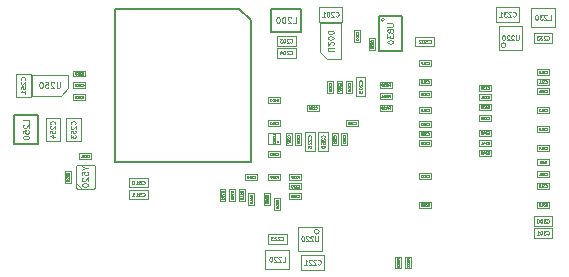
<source format=gbr>
G04 #@! TF.GenerationSoftware,KiCad,Pcbnew,5.0.2-bee76a0~70~ubuntu18.04.1*
G04 #@! TF.CreationDate,2019-05-20T11:18:47+08:00*
G04 #@! TF.ProjectId,require,72657175-6972-4652-9e6b-696361645f70,rev?*
G04 #@! TF.SameCoordinates,Original*
G04 #@! TF.FileFunction,Other,Fab,Bot*
%FSLAX46Y46*%
G04 Gerber Fmt 4.6, Leading zero omitted, Abs format (unit mm)*
G04 Created by KiCad (PCBNEW 5.0.2-bee76a0~70~ubuntu18.04.1) date 2019年05月20日 星期一 11时18分47秒*
%MOMM*%
%LPD*%
G01*
G04 APERTURE LIST*
%ADD10C,0.100000*%
%ADD11C,0.150000*%
%ADD12C,0.050000*%
%ADD13C,0.080000*%
%ADD14C,0.030000*%
%ADD15C,0.075000*%
G04 APERTURE END LIST*
D10*
G04 #@! TO.C,U830*
X71100000Y-54950000D02*
G75*
G03X71100000Y-54950000I-150000J0D01*
G01*
D11*
X70600000Y-57600000D02*
X70600000Y-54600000D01*
X72600000Y-57600000D02*
X70600000Y-57600000D01*
X72600000Y-54600000D02*
X72600000Y-57600000D01*
X70600000Y-54600000D02*
X72600000Y-54600000D01*
D10*
G04 #@! TO.C,U260*
X61250000Y-65500000D02*
X62250000Y-65500000D01*
X62250000Y-65500000D02*
X62250000Y-64500000D01*
X62250000Y-64500000D02*
X61250000Y-64500000D01*
X61250000Y-64500000D02*
X61250000Y-65500000D01*
X62150000Y-65300000D02*
G75*
G03X62150000Y-65300000I-100000J0D01*
G01*
G04 #@! TO.C,U220*
X65550000Y-72900000D02*
G75*
G03X65550000Y-72900000I-200000J0D01*
G01*
X65750000Y-74500000D02*
X65750000Y-72500000D01*
X63750000Y-74500000D02*
X65750000Y-74500000D01*
X63750000Y-72500000D02*
X63750000Y-74500000D01*
X65750000Y-72500000D02*
X63750000Y-72500000D01*
G04 #@! TO.C,U230*
X81350000Y-57100000D02*
G75*
G03X81350000Y-57100000I-200000J0D01*
G01*
X80750000Y-55500000D02*
X80750000Y-57500000D01*
X82750000Y-55500000D02*
X80750000Y-55500000D01*
X82750000Y-57500000D02*
X82750000Y-55500000D01*
X80750000Y-57500000D02*
X82750000Y-57500000D01*
G04 #@! TO.C,F229*
X64037500Y-68500000D02*
X64037500Y-68000000D01*
X63037500Y-68500000D02*
X64037500Y-68500000D01*
X63037500Y-68000000D02*
X63037500Y-68500000D01*
X64037500Y-68000000D02*
X63037500Y-68000000D01*
G04 #@! TO.C,F269*
X61250000Y-68000000D02*
X61250000Y-68500000D01*
X62250000Y-68000000D02*
X61250000Y-68000000D01*
X62250000Y-68500000D02*
X62250000Y-68000000D01*
X61250000Y-68500000D02*
X62250000Y-68500000D01*
G04 #@! TO.C,Y520*
X45450000Y-69250000D02*
X44950000Y-68750000D01*
X46450000Y-69250000D02*
X46550000Y-69150000D01*
X45050000Y-69250000D02*
X46450000Y-69250000D01*
X44950000Y-69150000D02*
X45050000Y-69250000D01*
X44950000Y-67350000D02*
X44950000Y-69150000D01*
X45050000Y-67250000D02*
X44950000Y-67350000D01*
X46450000Y-67250000D02*
X45050000Y-67250000D01*
X46550000Y-67350000D02*
X46450000Y-67250000D01*
X46550000Y-69150000D02*
X46550000Y-67350000D01*
G04 #@! TO.C,L220*
X63000000Y-74450000D02*
X61000000Y-74450000D01*
X61000000Y-74450000D02*
X61000000Y-76050000D01*
X61000000Y-76050000D02*
X63000000Y-76050000D01*
X63000000Y-76050000D02*
X63000000Y-74450000D01*
G04 #@! TO.C,U200*
X67400000Y-58300000D02*
X67400000Y-55200000D01*
X67400000Y-55200000D02*
X65600000Y-55200000D01*
X65600000Y-57650000D02*
X65600000Y-55200000D01*
X67400000Y-58300000D02*
X66250000Y-58300000D01*
X65600000Y-57650000D02*
X66250000Y-58300000D01*
G04 #@! TO.C,C251*
X39880000Y-59500000D02*
X39880000Y-61500000D01*
X39880000Y-61500000D02*
X41120000Y-61500000D01*
X41120000Y-61500000D02*
X41120000Y-59500000D01*
X41120000Y-59500000D02*
X39880000Y-59500000D01*
G04 #@! TO.C,C253*
X45370000Y-65250000D02*
X45370000Y-63250000D01*
X45370000Y-63250000D02*
X44130000Y-63250000D01*
X44130000Y-63250000D02*
X44130000Y-65250000D01*
X44130000Y-65250000D02*
X45370000Y-65250000D01*
G04 #@! TO.C,C201*
X67500000Y-53880000D02*
X65500000Y-53880000D01*
X65500000Y-53880000D02*
X65500000Y-55120000D01*
X65500000Y-55120000D02*
X67500000Y-55120000D01*
X67500000Y-55120000D02*
X67500000Y-53880000D01*
G04 #@! TO.C,C231*
X80500000Y-55120000D02*
X82500000Y-55120000D01*
X82500000Y-55120000D02*
X82500000Y-53880000D01*
X82500000Y-53880000D02*
X80500000Y-53880000D01*
X80500000Y-53880000D02*
X80500000Y-55120000D01*
G04 #@! TO.C,C510*
X49450000Y-68350000D02*
X49450000Y-69150000D01*
X51050000Y-68350000D02*
X49450000Y-68350000D01*
X51050000Y-69150000D02*
X51050000Y-68350000D01*
X49450000Y-69150000D02*
X51050000Y-69150000D01*
G04 #@! TO.C,C205*
X68662500Y-61412500D02*
X69462500Y-61412500D01*
X68662500Y-59812500D02*
X68662500Y-61412500D01*
X69462500Y-59812500D02*
X68662500Y-59812500D01*
X69462500Y-61412500D02*
X69462500Y-59812500D01*
G04 #@! TO.C,C225*
X64356250Y-66062500D02*
X65156250Y-66062500D01*
X64356250Y-64462500D02*
X64356250Y-66062500D01*
X65156250Y-64462500D02*
X64356250Y-64462500D01*
X65156250Y-66062500D02*
X65156250Y-64462500D01*
G04 #@! TO.C,C350*
X65493750Y-66062500D02*
X66293750Y-66062500D01*
X65493750Y-64462500D02*
X65493750Y-66062500D01*
X66293750Y-64462500D02*
X65493750Y-64462500D01*
X66293750Y-66062500D02*
X66293750Y-64462500D01*
G04 #@! TO.C,C203*
X61950000Y-56350000D02*
X61950000Y-57150000D01*
X63550000Y-56350000D02*
X61950000Y-56350000D01*
X63550000Y-57150000D02*
X63550000Y-56350000D01*
X61950000Y-57150000D02*
X63550000Y-57150000D01*
G04 #@! TO.C,C204*
X61950000Y-57350000D02*
X61950000Y-58150000D01*
X63550000Y-57350000D02*
X61950000Y-57350000D01*
X63550000Y-58150000D02*
X63550000Y-57350000D01*
X61950000Y-58150000D02*
X63550000Y-58150000D01*
G04 #@! TO.C,C233*
X85300000Y-56900000D02*
X85300000Y-56100000D01*
X83700000Y-56900000D02*
X85300000Y-56900000D01*
X83700000Y-56100000D02*
X83700000Y-56900000D01*
X85300000Y-56100000D02*
X83700000Y-56100000D01*
G04 #@! TO.C,C223*
X61200000Y-73100000D02*
X61200000Y-73900000D01*
X62800000Y-73100000D02*
X61200000Y-73100000D01*
X62800000Y-73900000D02*
X62800000Y-73100000D01*
X61200000Y-73900000D02*
X62800000Y-73900000D01*
G04 #@! TO.C,C300*
X83700000Y-71600000D02*
X83700000Y-72400000D01*
X85300000Y-71600000D02*
X83700000Y-71600000D01*
X85300000Y-72400000D02*
X85300000Y-71600000D01*
X83700000Y-72400000D02*
X85300000Y-72400000D01*
G04 #@! TO.C,C301*
X83700000Y-72600000D02*
X83700000Y-73400000D01*
X85300000Y-72600000D02*
X83700000Y-72600000D01*
X85300000Y-73400000D02*
X85300000Y-72600000D01*
X83700000Y-73400000D02*
X85300000Y-73400000D01*
G04 #@! TO.C,C511*
X49450000Y-69350000D02*
X49450000Y-70150000D01*
X51050000Y-69350000D02*
X49450000Y-69350000D01*
X51050000Y-70150000D02*
X51050000Y-69350000D01*
X49450000Y-70150000D02*
X51050000Y-70150000D01*
G04 #@! TO.C,C302*
X75300000Y-57200000D02*
X75300000Y-56400000D01*
X73700000Y-57200000D02*
X75300000Y-57200000D01*
X73700000Y-56400000D02*
X73700000Y-57200000D01*
X75300000Y-56400000D02*
X73700000Y-56400000D01*
G04 #@! TO.C,C520*
X44500000Y-68750000D02*
X44500000Y-67750000D01*
X44500000Y-67750000D02*
X44000000Y-67750000D01*
X44000000Y-67750000D02*
X44000000Y-68750000D01*
X44000000Y-68750000D02*
X44500000Y-68750000D01*
G04 #@! TO.C,C521*
X46250000Y-66250000D02*
X45250000Y-66250000D01*
X45250000Y-66250000D02*
X45250000Y-66750000D01*
X45250000Y-66750000D02*
X46250000Y-66750000D01*
X46250000Y-66750000D02*
X46250000Y-66250000D01*
G04 #@! TO.C,C310*
X84000000Y-59650000D02*
X85000000Y-59650000D01*
X85000000Y-59650000D02*
X85000000Y-59150000D01*
X85000000Y-59150000D02*
X84000000Y-59150000D01*
X84000000Y-59150000D02*
X84000000Y-59650000D01*
G04 #@! TO.C,C311*
X84000000Y-60450000D02*
X85000000Y-60450000D01*
X85000000Y-60450000D02*
X85000000Y-59950000D01*
X85000000Y-59950000D02*
X84000000Y-59950000D01*
X84000000Y-59950000D02*
X84000000Y-60450000D01*
G04 #@! TO.C,C312*
X84000000Y-62850000D02*
X85000000Y-62850000D01*
X85000000Y-62850000D02*
X85000000Y-62350000D01*
X85000000Y-62350000D02*
X84000000Y-62350000D01*
X84000000Y-62350000D02*
X84000000Y-62850000D01*
G04 #@! TO.C,C313*
X84000000Y-64450000D02*
X85000000Y-64450000D01*
X85000000Y-64450000D02*
X85000000Y-63950000D01*
X85000000Y-63950000D02*
X84000000Y-63950000D01*
X84000000Y-63950000D02*
X84000000Y-64450000D01*
G04 #@! TO.C,C314*
X84000000Y-66050000D02*
X85000000Y-66050000D01*
X85000000Y-66050000D02*
X85000000Y-65550000D01*
X85000000Y-65550000D02*
X84000000Y-65550000D01*
X84000000Y-65550000D02*
X84000000Y-66050000D01*
G04 #@! TO.C,C315*
X84000000Y-69250000D02*
X85000000Y-69250000D01*
X85000000Y-69250000D02*
X85000000Y-68750000D01*
X85000000Y-68750000D02*
X84000000Y-68750000D01*
X84000000Y-68750000D02*
X84000000Y-69250000D01*
G04 #@! TO.C,C316*
X84000000Y-70850000D02*
X85000000Y-70850000D01*
X85000000Y-70850000D02*
X85000000Y-70350000D01*
X85000000Y-70350000D02*
X84000000Y-70350000D01*
X84000000Y-70350000D02*
X84000000Y-70850000D01*
G04 #@! TO.C,C317*
X75000000Y-58350000D02*
X74000000Y-58350000D01*
X74000000Y-58350000D02*
X74000000Y-58850000D01*
X74000000Y-58850000D02*
X75000000Y-58850000D01*
X75000000Y-58850000D02*
X75000000Y-58350000D01*
G04 #@! TO.C,C318*
X75000000Y-59950000D02*
X74000000Y-59950000D01*
X74000000Y-59950000D02*
X74000000Y-60450000D01*
X74000000Y-60450000D02*
X75000000Y-60450000D01*
X75000000Y-60450000D02*
X75000000Y-59950000D01*
G04 #@! TO.C,C319*
X75000000Y-62350000D02*
X74000000Y-62350000D01*
X74000000Y-62350000D02*
X74000000Y-62850000D01*
X74000000Y-62850000D02*
X75000000Y-62850000D01*
X75000000Y-62850000D02*
X75000000Y-62350000D01*
G04 #@! TO.C,C320*
X75000000Y-64350000D02*
X74000000Y-64350000D01*
X74000000Y-64350000D02*
X74000000Y-64850000D01*
X74000000Y-64850000D02*
X75000000Y-64850000D01*
X75000000Y-64850000D02*
X75000000Y-64350000D01*
G04 #@! TO.C,C321*
X75000000Y-65150000D02*
X74000000Y-65150000D01*
X74000000Y-65150000D02*
X74000000Y-65650000D01*
X74000000Y-65650000D02*
X75000000Y-65650000D01*
X75000000Y-65650000D02*
X75000000Y-65150000D01*
G04 #@! TO.C,C322*
X75000000Y-67950000D02*
X74000000Y-67950000D01*
X74000000Y-67950000D02*
X74000000Y-68450000D01*
X74000000Y-68450000D02*
X75000000Y-68450000D01*
X75000000Y-68450000D02*
X75000000Y-67950000D01*
G04 #@! TO.C,C323*
X75000000Y-70350000D02*
X74000000Y-70350000D01*
X74000000Y-70350000D02*
X74000000Y-70850000D01*
X74000000Y-70850000D02*
X75000000Y-70850000D01*
X75000000Y-70850000D02*
X75000000Y-70350000D01*
G04 #@! TO.C,C330*
X79100000Y-60950000D02*
X80100000Y-60950000D01*
X80100000Y-60950000D02*
X80100000Y-60450000D01*
X80100000Y-60450000D02*
X79100000Y-60450000D01*
X79100000Y-60450000D02*
X79100000Y-60950000D01*
G04 #@! TO.C,C332*
X75000000Y-63550000D02*
X74000000Y-63550000D01*
X74000000Y-63550000D02*
X74000000Y-64050000D01*
X74000000Y-64050000D02*
X75000000Y-64050000D01*
X75000000Y-64050000D02*
X75000000Y-63550000D01*
G04 #@! TO.C,C340*
X79100000Y-64750000D02*
X80100000Y-64750000D01*
X80100000Y-64750000D02*
X80100000Y-64250000D01*
X80100000Y-64250000D02*
X79100000Y-64250000D01*
X79100000Y-64250000D02*
X79100000Y-64750000D01*
G04 #@! TO.C,C206*
X68337500Y-61112500D02*
X68337500Y-60112500D01*
X68337500Y-60112500D02*
X67837500Y-60112500D01*
X67837500Y-60112500D02*
X67837500Y-61112500D01*
X67837500Y-61112500D02*
X68337500Y-61112500D01*
G04 #@! TO.C,C207*
X67525000Y-61112500D02*
X67525000Y-60112500D01*
X67525000Y-60112500D02*
X67025000Y-60112500D01*
X67025000Y-60112500D02*
X67025000Y-61112500D01*
X67025000Y-61112500D02*
X67525000Y-61112500D01*
G04 #@! TO.C,C208*
X66712500Y-61112500D02*
X66712500Y-60112500D01*
X66712500Y-60112500D02*
X66212500Y-60112500D01*
X66212500Y-60112500D02*
X66212500Y-61112500D01*
X66212500Y-61112500D02*
X66712500Y-61112500D01*
G04 #@! TO.C,C255*
X68800000Y-63450000D02*
X67800000Y-63450000D01*
X67800000Y-63450000D02*
X67800000Y-63950000D01*
X67800000Y-63950000D02*
X68800000Y-63950000D01*
X68800000Y-63950000D02*
X68800000Y-63450000D01*
G04 #@! TO.C,C256*
X64500000Y-62650000D02*
X65500000Y-62650000D01*
X65500000Y-62650000D02*
X65500000Y-62150000D01*
X65500000Y-62150000D02*
X64500000Y-62150000D01*
X64500000Y-62150000D02*
X64500000Y-62650000D01*
G04 #@! TO.C,C257*
X63218750Y-65562500D02*
X63218750Y-64562500D01*
X63218750Y-64562500D02*
X62718750Y-64562500D01*
X62718750Y-64562500D02*
X62718750Y-65562500D01*
X62718750Y-65562500D02*
X63218750Y-65562500D01*
G04 #@! TO.C,C226*
X64031250Y-65562500D02*
X64031250Y-64562500D01*
X64031250Y-64562500D02*
X63531250Y-64562500D01*
X63531250Y-64562500D02*
X63531250Y-65562500D01*
X63531250Y-65562500D02*
X64031250Y-65562500D01*
G04 #@! TO.C,C351*
X67118750Y-65562500D02*
X67118750Y-64562500D01*
X67118750Y-64562500D02*
X66618750Y-64562500D01*
X66618750Y-64562500D02*
X66618750Y-65562500D01*
X66618750Y-65562500D02*
X67118750Y-65562500D01*
G04 #@! TO.C,C352*
X67931250Y-65562500D02*
X67931250Y-64562500D01*
X67931250Y-64562500D02*
X67431250Y-64562500D01*
X67431250Y-64562500D02*
X67431250Y-65562500D01*
X67431250Y-65562500D02*
X67931250Y-65562500D01*
G04 #@! TO.C,C265*
X60300000Y-68000000D02*
X59300000Y-68000000D01*
X59300000Y-68000000D02*
X59300000Y-68500000D01*
X59300000Y-68500000D02*
X60300000Y-68500000D01*
X60300000Y-68500000D02*
X60300000Y-68000000D01*
G04 #@! TO.C,C269*
X60850000Y-69618750D02*
X60850000Y-70618750D01*
X60850000Y-70618750D02*
X61350000Y-70618750D01*
X61350000Y-70618750D02*
X61350000Y-69618750D01*
X61350000Y-69618750D02*
X60850000Y-69618750D01*
G04 #@! TO.C,C229*
X63037500Y-69312500D02*
X64037500Y-69312500D01*
X64037500Y-69312500D02*
X64037500Y-68812500D01*
X64037500Y-68812500D02*
X63037500Y-68812500D01*
X63037500Y-68812500D02*
X63037500Y-69312500D01*
G04 #@! TO.C,C258*
X63037500Y-70125000D02*
X64037500Y-70125000D01*
X64037500Y-70125000D02*
X64037500Y-69625000D01*
X64037500Y-69625000D02*
X63037500Y-69625000D01*
X63037500Y-69625000D02*
X63037500Y-70125000D01*
G04 #@! TO.C,C110*
X59237500Y-70293750D02*
X59237500Y-69293750D01*
X59237500Y-69293750D02*
X58737500Y-69293750D01*
X58737500Y-69293750D02*
X58737500Y-70293750D01*
X58737500Y-70293750D02*
X59237500Y-70293750D01*
G04 #@! TO.C,C331*
X84000000Y-68250000D02*
X85000000Y-68250000D01*
X85000000Y-68250000D02*
X85000000Y-67750000D01*
X85000000Y-67750000D02*
X84000000Y-67750000D01*
X84000000Y-67750000D02*
X84000000Y-68250000D01*
G04 #@! TO.C,C830*
X70250000Y-57500000D02*
X70250000Y-56500000D01*
X70250000Y-56500000D02*
X69750000Y-56500000D01*
X69750000Y-56500000D02*
X69750000Y-57500000D01*
X69750000Y-57500000D02*
X70250000Y-57500000D01*
G04 #@! TO.C,C200*
X68500000Y-55800000D02*
X68500000Y-56800000D01*
X68500000Y-56800000D02*
X69000000Y-56800000D01*
X69000000Y-56800000D02*
X69000000Y-55800000D01*
X69000000Y-55800000D02*
X68500000Y-55800000D01*
G04 #@! TO.C,C260*
X61250000Y-63950000D02*
X62250000Y-63950000D01*
X62250000Y-63950000D02*
X62250000Y-63450000D01*
X62250000Y-63450000D02*
X61250000Y-63450000D01*
X61250000Y-63450000D02*
X61250000Y-63950000D01*
G04 #@! TO.C,C261*
X62200000Y-66050000D02*
X61200000Y-66050000D01*
X61200000Y-66050000D02*
X61200000Y-66550000D01*
X61200000Y-66550000D02*
X62200000Y-66550000D01*
X62200000Y-66550000D02*
X62200000Y-66050000D01*
G04 #@! TO.C,C252*
X45750000Y-60250000D02*
X44750000Y-60250000D01*
X44750000Y-60250000D02*
X44750000Y-60750000D01*
X44750000Y-60750000D02*
X45750000Y-60750000D01*
X45750000Y-60750000D02*
X45750000Y-60250000D01*
G04 #@! TO.C,C324*
X84000000Y-61250000D02*
X85000000Y-61250000D01*
X85000000Y-61250000D02*
X85000000Y-60750000D01*
X85000000Y-60750000D02*
X84000000Y-60750000D01*
X84000000Y-60750000D02*
X84000000Y-61250000D01*
G04 #@! TO.C,C325*
X75000000Y-61000000D02*
X74000000Y-61000000D01*
X74000000Y-61000000D02*
X74000000Y-61500000D01*
X74000000Y-61500000D02*
X75000000Y-61500000D01*
X75000000Y-61500000D02*
X75000000Y-61000000D01*
G04 #@! TO.C,C326*
X80100000Y-63050000D02*
X79100000Y-63050000D01*
X79100000Y-63050000D02*
X79100000Y-63550000D01*
X79100000Y-63550000D02*
X80100000Y-63550000D01*
X80100000Y-63550000D02*
X80100000Y-63050000D01*
G04 #@! TO.C,R830*
X70675000Y-60200000D02*
X70675000Y-60700000D01*
X71675000Y-60200000D02*
X70675000Y-60200000D01*
X71675000Y-60700000D02*
X71675000Y-60200000D01*
X70675000Y-60700000D02*
X71675000Y-60700000D01*
G04 #@! TO.C,R110*
X60050000Y-69618750D02*
X59550000Y-69618750D01*
X60050000Y-70618750D02*
X60050000Y-69618750D01*
X59550000Y-70618750D02*
X60050000Y-70618750D01*
X59550000Y-69618750D02*
X59550000Y-70618750D01*
G04 #@! TO.C,R50*
X84000000Y-66750000D02*
X84000000Y-67250000D01*
X85000000Y-66750000D02*
X84000000Y-66750000D01*
X85000000Y-67250000D02*
X85000000Y-66750000D01*
X84000000Y-67250000D02*
X85000000Y-67250000D01*
G04 #@! TO.C,R330*
X80100000Y-62550000D02*
X80100000Y-62050000D01*
X79100000Y-62550000D02*
X80100000Y-62550000D01*
X79100000Y-62050000D02*
X79100000Y-62550000D01*
X80100000Y-62050000D02*
X79100000Y-62050000D01*
G04 #@! TO.C,R331*
X79100000Y-61250000D02*
X79100000Y-61750000D01*
X80100000Y-61250000D02*
X79100000Y-61250000D01*
X80100000Y-61750000D02*
X80100000Y-61250000D01*
X79100000Y-61750000D02*
X80100000Y-61750000D01*
G04 #@! TO.C,R340*
X79100000Y-65950000D02*
X79100000Y-66450000D01*
X80100000Y-65950000D02*
X79100000Y-65950000D01*
X80100000Y-66450000D02*
X80100000Y-65950000D01*
X79100000Y-66450000D02*
X80100000Y-66450000D01*
G04 #@! TO.C,R341*
X79100000Y-65150000D02*
X79100000Y-65650000D01*
X80100000Y-65150000D02*
X79100000Y-65150000D01*
X80100000Y-65650000D02*
X80100000Y-65150000D01*
X79100000Y-65650000D02*
X80100000Y-65650000D01*
G04 #@! TO.C,R831*
X70675000Y-61175000D02*
X70675000Y-61675000D01*
X71675000Y-61175000D02*
X70675000Y-61175000D01*
X71675000Y-61675000D02*
X71675000Y-61175000D01*
X70675000Y-61675000D02*
X71675000Y-61675000D01*
G04 #@! TO.C,R410*
X70675000Y-62150000D02*
X70675000Y-62650000D01*
X71675000Y-62150000D02*
X70675000Y-62150000D01*
X71675000Y-62650000D02*
X71675000Y-62150000D01*
X70675000Y-62650000D02*
X71675000Y-62650000D01*
G04 #@! TO.C,R805*
X62243750Y-70025000D02*
X61743750Y-70025000D01*
X62243750Y-71025000D02*
X62243750Y-70025000D01*
X61743750Y-71025000D02*
X62243750Y-71025000D01*
X61743750Y-70025000D02*
X61743750Y-71025000D01*
G04 #@! TO.C,R400*
X61250000Y-61500000D02*
X61250000Y-62000000D01*
X62250000Y-61500000D02*
X61250000Y-61500000D01*
X62250000Y-62000000D02*
X62250000Y-61500000D01*
X61250000Y-62000000D02*
X62250000Y-62000000D01*
G04 #@! TO.C,R700*
X58425000Y-69293750D02*
X57925000Y-69293750D01*
X58425000Y-70293750D02*
X58425000Y-69293750D01*
X57925000Y-70293750D02*
X58425000Y-70293750D01*
X57925000Y-69293750D02*
X57925000Y-70293750D01*
G04 #@! TO.C,R701*
X57112500Y-70293750D02*
X57612500Y-70293750D01*
X57112500Y-69293750D02*
X57112500Y-70293750D01*
X57612500Y-69293750D02*
X57112500Y-69293750D01*
X57612500Y-70293750D02*
X57612500Y-69293750D01*
G04 #@! TO.C,R252*
X45750000Y-61750000D02*
X45750000Y-61250000D01*
X44750000Y-61750000D02*
X45750000Y-61750000D01*
X44750000Y-61250000D02*
X44750000Y-61750000D01*
X45750000Y-61250000D02*
X44750000Y-61250000D01*
G04 #@! TO.C,R253*
X44750000Y-59250000D02*
X44750000Y-59750000D01*
X45750000Y-59250000D02*
X44750000Y-59250000D01*
X45750000Y-59750000D02*
X45750000Y-59250000D01*
X44750000Y-59750000D02*
X45750000Y-59750000D01*
D11*
G04 #@! TO.C,U400*
X48250000Y-54000000D02*
X58750000Y-54000000D01*
X48250000Y-67000000D02*
X48250000Y-54000000D01*
X59750000Y-67000000D02*
X48250000Y-67000000D01*
X59750000Y-55000000D02*
X59750000Y-67000000D01*
X58750000Y-54000000D02*
X59750000Y-55000000D01*
D10*
G04 #@! TO.C,L230*
X83500000Y-55550000D02*
X85500000Y-55550000D01*
X85500000Y-55550000D02*
X85500000Y-53950000D01*
X85500000Y-53950000D02*
X83500000Y-53950000D01*
X83500000Y-53950000D02*
X83500000Y-55550000D01*
D11*
G04 #@! TO.C,L200*
X64000000Y-54000000D02*
X64000000Y-56000000D01*
X64000000Y-56000000D02*
X61500000Y-56000000D01*
X61500000Y-56000000D02*
X61500000Y-54000000D01*
X61500000Y-54000000D02*
X64000000Y-54000000D01*
D10*
G04 #@! TO.C,U250*
X43650000Y-61400000D02*
X44300000Y-60750000D01*
X44300000Y-59600000D02*
X44300000Y-60750000D01*
X43650000Y-61400000D02*
X41200000Y-61400000D01*
X41200000Y-59600000D02*
X41200000Y-61400000D01*
X44300000Y-59600000D02*
X41200000Y-59600000D01*
D11*
G04 #@! TO.C,L250*
X39750000Y-65500000D02*
X39750000Y-63000000D01*
X41750000Y-65500000D02*
X39750000Y-65500000D01*
X41750000Y-63000000D02*
X41750000Y-65500000D01*
X39750000Y-63000000D02*
X41750000Y-63000000D01*
D10*
G04 #@! TO.C,C254*
X42380000Y-65250000D02*
X43620000Y-65250000D01*
X42380000Y-63250000D02*
X42380000Y-65250000D01*
X43620000Y-63250000D02*
X42380000Y-63250000D01*
X43620000Y-65250000D02*
X43620000Y-63250000D01*
G04 #@! TO.C,C221*
X66000000Y-76120000D02*
X66000000Y-74880000D01*
X64000000Y-76120000D02*
X66000000Y-76120000D01*
X64000000Y-74880000D02*
X64000000Y-76120000D01*
X66000000Y-74880000D02*
X64000000Y-74880000D01*
G04 #@! TO.C,R812*
X73310000Y-75000000D02*
X72810000Y-75000000D01*
X73310000Y-76000000D02*
X73310000Y-75000000D01*
X72810000Y-76000000D02*
X73310000Y-76000000D01*
X72810000Y-75000000D02*
X72810000Y-76000000D01*
G04 #@! TO.C,R813*
X72010000Y-75000000D02*
X72010000Y-76000000D01*
X72010000Y-76000000D02*
X72510000Y-76000000D01*
X72510000Y-76000000D02*
X72510000Y-75000000D01*
X72510000Y-75000000D02*
X72010000Y-75000000D01*
G04 #@! TD*
G04 #@! TO.C,U830*
X71326190Y-55242857D02*
X71730952Y-55242857D01*
X71778571Y-55266666D01*
X71802380Y-55290476D01*
X71826190Y-55338095D01*
X71826190Y-55433333D01*
X71802380Y-55480952D01*
X71778571Y-55504761D01*
X71730952Y-55528571D01*
X71326190Y-55528571D01*
X71540476Y-55838095D02*
X71516666Y-55790476D01*
X71492857Y-55766666D01*
X71445238Y-55742857D01*
X71421428Y-55742857D01*
X71373809Y-55766666D01*
X71350000Y-55790476D01*
X71326190Y-55838095D01*
X71326190Y-55933333D01*
X71350000Y-55980952D01*
X71373809Y-56004761D01*
X71421428Y-56028571D01*
X71445238Y-56028571D01*
X71492857Y-56004761D01*
X71516666Y-55980952D01*
X71540476Y-55933333D01*
X71540476Y-55838095D01*
X71564285Y-55790476D01*
X71588095Y-55766666D01*
X71635714Y-55742857D01*
X71730952Y-55742857D01*
X71778571Y-55766666D01*
X71802380Y-55790476D01*
X71826190Y-55838095D01*
X71826190Y-55933333D01*
X71802380Y-55980952D01*
X71778571Y-56004761D01*
X71730952Y-56028571D01*
X71635714Y-56028571D01*
X71588095Y-56004761D01*
X71564285Y-55980952D01*
X71540476Y-55933333D01*
X71326190Y-56195238D02*
X71326190Y-56504761D01*
X71516666Y-56338095D01*
X71516666Y-56409523D01*
X71540476Y-56457142D01*
X71564285Y-56480952D01*
X71611904Y-56504761D01*
X71730952Y-56504761D01*
X71778571Y-56480952D01*
X71802380Y-56457142D01*
X71826190Y-56409523D01*
X71826190Y-56266666D01*
X71802380Y-56219047D01*
X71778571Y-56195238D01*
X71326190Y-56814285D02*
X71326190Y-56861904D01*
X71350000Y-56909523D01*
X71373809Y-56933333D01*
X71421428Y-56957142D01*
X71516666Y-56980952D01*
X71635714Y-56980952D01*
X71730952Y-56957142D01*
X71778571Y-56933333D01*
X71802380Y-56909523D01*
X71826190Y-56861904D01*
X71826190Y-56814285D01*
X71802380Y-56766666D01*
X71778571Y-56742857D01*
X71730952Y-56719047D01*
X71635714Y-56695238D01*
X71516666Y-56695238D01*
X71421428Y-56719047D01*
X71373809Y-56742857D01*
X71350000Y-56766666D01*
X71326190Y-56814285D01*
G04 #@! TO.C,U260*
D12*
X61640476Y-64657142D02*
X61802380Y-64657142D01*
X61821428Y-64666666D01*
X61830952Y-64676190D01*
X61840476Y-64695238D01*
X61840476Y-64733333D01*
X61830952Y-64752380D01*
X61821428Y-64761904D01*
X61802380Y-64771428D01*
X61640476Y-64771428D01*
X61659523Y-64857142D02*
X61650000Y-64866666D01*
X61640476Y-64885714D01*
X61640476Y-64933333D01*
X61650000Y-64952380D01*
X61659523Y-64961904D01*
X61678571Y-64971428D01*
X61697619Y-64971428D01*
X61726190Y-64961904D01*
X61840476Y-64847619D01*
X61840476Y-64971428D01*
X61640476Y-65142857D02*
X61640476Y-65104761D01*
X61650000Y-65085714D01*
X61659523Y-65076190D01*
X61688095Y-65057142D01*
X61726190Y-65047619D01*
X61802380Y-65047619D01*
X61821428Y-65057142D01*
X61830952Y-65066666D01*
X61840476Y-65085714D01*
X61840476Y-65123809D01*
X61830952Y-65142857D01*
X61821428Y-65152380D01*
X61802380Y-65161904D01*
X61754761Y-65161904D01*
X61735714Y-65152380D01*
X61726190Y-65142857D01*
X61716666Y-65123809D01*
X61716666Y-65085714D01*
X61726190Y-65066666D01*
X61735714Y-65057142D01*
X61754761Y-65047619D01*
X61640476Y-65285714D02*
X61640476Y-65304761D01*
X61650000Y-65323809D01*
X61659523Y-65333333D01*
X61678571Y-65342857D01*
X61716666Y-65352380D01*
X61764285Y-65352380D01*
X61802380Y-65342857D01*
X61821428Y-65333333D01*
X61830952Y-65323809D01*
X61840476Y-65304761D01*
X61840476Y-65285714D01*
X61830952Y-65266666D01*
X61821428Y-65257142D01*
X61802380Y-65247619D01*
X61764285Y-65238095D01*
X61716666Y-65238095D01*
X61678571Y-65247619D01*
X61659523Y-65257142D01*
X61650000Y-65266666D01*
X61640476Y-65285714D01*
G04 #@! TO.C,U220*
D13*
X65435714Y-73280952D02*
X65435714Y-73604761D01*
X65416666Y-73642857D01*
X65397619Y-73661904D01*
X65359523Y-73680952D01*
X65283333Y-73680952D01*
X65245238Y-73661904D01*
X65226190Y-73642857D01*
X65207142Y-73604761D01*
X65207142Y-73280952D01*
X65035714Y-73319047D02*
X65016666Y-73300000D01*
X64978571Y-73280952D01*
X64883333Y-73280952D01*
X64845238Y-73300000D01*
X64826190Y-73319047D01*
X64807142Y-73357142D01*
X64807142Y-73395238D01*
X64826190Y-73452380D01*
X65054761Y-73680952D01*
X64807142Y-73680952D01*
X64654761Y-73319047D02*
X64635714Y-73300000D01*
X64597619Y-73280952D01*
X64502380Y-73280952D01*
X64464285Y-73300000D01*
X64445238Y-73319047D01*
X64426190Y-73357142D01*
X64426190Y-73395238D01*
X64445238Y-73452380D01*
X64673809Y-73680952D01*
X64426190Y-73680952D01*
X64178571Y-73280952D02*
X64140476Y-73280952D01*
X64102380Y-73300000D01*
X64083333Y-73319047D01*
X64064285Y-73357142D01*
X64045238Y-73433333D01*
X64045238Y-73528571D01*
X64064285Y-73604761D01*
X64083333Y-73642857D01*
X64102380Y-73661904D01*
X64140476Y-73680952D01*
X64178571Y-73680952D01*
X64216666Y-73661904D01*
X64235714Y-73642857D01*
X64254761Y-73604761D01*
X64273809Y-73528571D01*
X64273809Y-73433333D01*
X64254761Y-73357142D01*
X64235714Y-73319047D01*
X64216666Y-73300000D01*
X64178571Y-73280952D01*
G04 #@! TO.C,U230*
X82435714Y-56280952D02*
X82435714Y-56604761D01*
X82416666Y-56642857D01*
X82397619Y-56661904D01*
X82359523Y-56680952D01*
X82283333Y-56680952D01*
X82245238Y-56661904D01*
X82226190Y-56642857D01*
X82207142Y-56604761D01*
X82207142Y-56280952D01*
X82035714Y-56319047D02*
X82016666Y-56300000D01*
X81978571Y-56280952D01*
X81883333Y-56280952D01*
X81845238Y-56300000D01*
X81826190Y-56319047D01*
X81807142Y-56357142D01*
X81807142Y-56395238D01*
X81826190Y-56452380D01*
X82054761Y-56680952D01*
X81807142Y-56680952D01*
X81654761Y-56319047D02*
X81635714Y-56300000D01*
X81597619Y-56280952D01*
X81502380Y-56280952D01*
X81464285Y-56300000D01*
X81445238Y-56319047D01*
X81426190Y-56357142D01*
X81426190Y-56395238D01*
X81445238Y-56452380D01*
X81673809Y-56680952D01*
X81426190Y-56680952D01*
X81178571Y-56280952D02*
X81140476Y-56280952D01*
X81102380Y-56300000D01*
X81083333Y-56319047D01*
X81064285Y-56357142D01*
X81045238Y-56433333D01*
X81045238Y-56528571D01*
X81064285Y-56604761D01*
X81083333Y-56642857D01*
X81102380Y-56661904D01*
X81140476Y-56680952D01*
X81178571Y-56680952D01*
X81216666Y-56661904D01*
X81235714Y-56642857D01*
X81254761Y-56604761D01*
X81273809Y-56528571D01*
X81273809Y-56433333D01*
X81254761Y-56357142D01*
X81235714Y-56319047D01*
X81216666Y-56300000D01*
X81178571Y-56280952D01*
G04 #@! TO.C,F229*
D14*
X63794642Y-68235714D02*
X63861309Y-68235714D01*
X63861309Y-68340476D02*
X63861309Y-68140476D01*
X63766071Y-68140476D01*
X63699404Y-68159523D02*
X63689880Y-68150000D01*
X63670833Y-68140476D01*
X63623214Y-68140476D01*
X63604166Y-68150000D01*
X63594642Y-68159523D01*
X63585119Y-68178571D01*
X63585119Y-68197619D01*
X63594642Y-68226190D01*
X63708928Y-68340476D01*
X63585119Y-68340476D01*
X63508928Y-68159523D02*
X63499404Y-68150000D01*
X63480357Y-68140476D01*
X63432738Y-68140476D01*
X63413690Y-68150000D01*
X63404166Y-68159523D01*
X63394642Y-68178571D01*
X63394642Y-68197619D01*
X63404166Y-68226190D01*
X63518452Y-68340476D01*
X63394642Y-68340476D01*
X63299404Y-68340476D02*
X63261309Y-68340476D01*
X63242261Y-68330952D01*
X63232738Y-68321428D01*
X63213690Y-68292857D01*
X63204166Y-68254761D01*
X63204166Y-68178571D01*
X63213690Y-68159523D01*
X63223214Y-68150000D01*
X63242261Y-68140476D01*
X63280357Y-68140476D01*
X63299404Y-68150000D01*
X63308928Y-68159523D01*
X63318452Y-68178571D01*
X63318452Y-68226190D01*
X63308928Y-68245238D01*
X63299404Y-68254761D01*
X63280357Y-68264285D01*
X63242261Y-68264285D01*
X63223214Y-68254761D01*
X63213690Y-68245238D01*
X63204166Y-68226190D01*
G04 #@! TO.C,F269*
X62007142Y-68235714D02*
X62073809Y-68235714D01*
X62073809Y-68340476D02*
X62073809Y-68140476D01*
X61978571Y-68140476D01*
X61911904Y-68159523D02*
X61902380Y-68150000D01*
X61883333Y-68140476D01*
X61835714Y-68140476D01*
X61816666Y-68150000D01*
X61807142Y-68159523D01*
X61797619Y-68178571D01*
X61797619Y-68197619D01*
X61807142Y-68226190D01*
X61921428Y-68340476D01*
X61797619Y-68340476D01*
X61626190Y-68140476D02*
X61664285Y-68140476D01*
X61683333Y-68150000D01*
X61692857Y-68159523D01*
X61711904Y-68188095D01*
X61721428Y-68226190D01*
X61721428Y-68302380D01*
X61711904Y-68321428D01*
X61702380Y-68330952D01*
X61683333Y-68340476D01*
X61645238Y-68340476D01*
X61626190Y-68330952D01*
X61616666Y-68321428D01*
X61607142Y-68302380D01*
X61607142Y-68254761D01*
X61616666Y-68235714D01*
X61626190Y-68226190D01*
X61645238Y-68216666D01*
X61683333Y-68216666D01*
X61702380Y-68226190D01*
X61711904Y-68235714D01*
X61721428Y-68254761D01*
X61511904Y-68340476D02*
X61473809Y-68340476D01*
X61454761Y-68330952D01*
X61445238Y-68321428D01*
X61426190Y-68292857D01*
X61416666Y-68254761D01*
X61416666Y-68178571D01*
X61426190Y-68159523D01*
X61435714Y-68150000D01*
X61454761Y-68140476D01*
X61492857Y-68140476D01*
X61511904Y-68150000D01*
X61521428Y-68159523D01*
X61530952Y-68178571D01*
X61530952Y-68226190D01*
X61521428Y-68245238D01*
X61511904Y-68254761D01*
X61492857Y-68264285D01*
X61454761Y-68264285D01*
X61435714Y-68254761D01*
X61426190Y-68245238D01*
X61416666Y-68226190D01*
G04 #@! TO.C,Y520*
D15*
X45738095Y-67535714D02*
X45976190Y-67535714D01*
X45476190Y-67369047D02*
X45738095Y-67535714D01*
X45476190Y-67702380D01*
X45476190Y-68107142D02*
X45476190Y-67869047D01*
X45714285Y-67845238D01*
X45690476Y-67869047D01*
X45666666Y-67916666D01*
X45666666Y-68035714D01*
X45690476Y-68083333D01*
X45714285Y-68107142D01*
X45761904Y-68130952D01*
X45880952Y-68130952D01*
X45928571Y-68107142D01*
X45952380Y-68083333D01*
X45976190Y-68035714D01*
X45976190Y-67916666D01*
X45952380Y-67869047D01*
X45928571Y-67845238D01*
X45523809Y-68321428D02*
X45500000Y-68345238D01*
X45476190Y-68392857D01*
X45476190Y-68511904D01*
X45500000Y-68559523D01*
X45523809Y-68583333D01*
X45571428Y-68607142D01*
X45619047Y-68607142D01*
X45690476Y-68583333D01*
X45976190Y-68297619D01*
X45976190Y-68607142D01*
X45476190Y-68916666D02*
X45476190Y-68964285D01*
X45500000Y-69011904D01*
X45523809Y-69035714D01*
X45571428Y-69059523D01*
X45666666Y-69083333D01*
X45785714Y-69083333D01*
X45880952Y-69059523D01*
X45928571Y-69035714D01*
X45952380Y-69011904D01*
X45976190Y-68964285D01*
X45976190Y-68916666D01*
X45952380Y-68869047D01*
X45928571Y-68845238D01*
X45880952Y-68821428D01*
X45785714Y-68797619D01*
X45666666Y-68797619D01*
X45571428Y-68821428D01*
X45523809Y-68845238D01*
X45500000Y-68869047D01*
X45476190Y-68916666D01*
G04 #@! TO.C,L220*
D13*
X62447619Y-75430952D02*
X62638095Y-75430952D01*
X62638095Y-75030952D01*
X62333333Y-75069047D02*
X62314285Y-75050000D01*
X62276190Y-75030952D01*
X62180952Y-75030952D01*
X62142857Y-75050000D01*
X62123809Y-75069047D01*
X62104761Y-75107142D01*
X62104761Y-75145238D01*
X62123809Y-75202380D01*
X62352380Y-75430952D01*
X62104761Y-75430952D01*
X61952380Y-75069047D02*
X61933333Y-75050000D01*
X61895238Y-75030952D01*
X61800000Y-75030952D01*
X61761904Y-75050000D01*
X61742857Y-75069047D01*
X61723809Y-75107142D01*
X61723809Y-75145238D01*
X61742857Y-75202380D01*
X61971428Y-75430952D01*
X61723809Y-75430952D01*
X61476190Y-75030952D02*
X61438095Y-75030952D01*
X61400000Y-75050000D01*
X61380952Y-75069047D01*
X61361904Y-75107142D01*
X61342857Y-75183333D01*
X61342857Y-75278571D01*
X61361904Y-75354761D01*
X61380952Y-75392857D01*
X61400000Y-75411904D01*
X61438095Y-75430952D01*
X61476190Y-75430952D01*
X61514285Y-75411904D01*
X61533333Y-75392857D01*
X61552380Y-75354761D01*
X61571428Y-75278571D01*
X61571428Y-75183333D01*
X61552380Y-75107142D01*
X61533333Y-75069047D01*
X61514285Y-75050000D01*
X61476190Y-75030952D01*
G04 #@! TO.C,U200*
D15*
X66773809Y-57607142D02*
X66369047Y-57607142D01*
X66321428Y-57583333D01*
X66297619Y-57559523D01*
X66273809Y-57511904D01*
X66273809Y-57416666D01*
X66297619Y-57369047D01*
X66321428Y-57345238D01*
X66369047Y-57321428D01*
X66773809Y-57321428D01*
X66726190Y-57107142D02*
X66750000Y-57083333D01*
X66773809Y-57035714D01*
X66773809Y-56916666D01*
X66750000Y-56869047D01*
X66726190Y-56845238D01*
X66678571Y-56821428D01*
X66630952Y-56821428D01*
X66559523Y-56845238D01*
X66273809Y-57130952D01*
X66273809Y-56821428D01*
X66773809Y-56511904D02*
X66773809Y-56464285D01*
X66750000Y-56416666D01*
X66726190Y-56392857D01*
X66678571Y-56369047D01*
X66583333Y-56345238D01*
X66464285Y-56345238D01*
X66369047Y-56369047D01*
X66321428Y-56392857D01*
X66297619Y-56416666D01*
X66273809Y-56464285D01*
X66273809Y-56511904D01*
X66297619Y-56559523D01*
X66321428Y-56583333D01*
X66369047Y-56607142D01*
X66464285Y-56630952D01*
X66583333Y-56630952D01*
X66678571Y-56607142D01*
X66726190Y-56583333D01*
X66750000Y-56559523D01*
X66773809Y-56511904D01*
X66773809Y-56035714D02*
X66773809Y-55988095D01*
X66750000Y-55940476D01*
X66726190Y-55916666D01*
X66678571Y-55892857D01*
X66583333Y-55869047D01*
X66464285Y-55869047D01*
X66369047Y-55892857D01*
X66321428Y-55916666D01*
X66297619Y-55940476D01*
X66273809Y-55988095D01*
X66273809Y-56035714D01*
X66297619Y-56083333D01*
X66321428Y-56107142D01*
X66369047Y-56130952D01*
X66464285Y-56154761D01*
X66583333Y-56154761D01*
X66678571Y-56130952D01*
X66726190Y-56107142D01*
X66750000Y-56083333D01*
X66773809Y-56035714D01*
G04 #@! TO.C,C251*
D10*
X40642857Y-60052380D02*
X40661904Y-60033333D01*
X40680952Y-59976190D01*
X40680952Y-59938095D01*
X40661904Y-59880952D01*
X40623809Y-59842857D01*
X40585714Y-59823809D01*
X40509523Y-59804761D01*
X40452380Y-59804761D01*
X40376190Y-59823809D01*
X40338095Y-59842857D01*
X40300000Y-59880952D01*
X40280952Y-59938095D01*
X40280952Y-59976190D01*
X40300000Y-60033333D01*
X40319047Y-60052380D01*
X40319047Y-60204761D02*
X40300000Y-60223809D01*
X40280952Y-60261904D01*
X40280952Y-60357142D01*
X40300000Y-60395238D01*
X40319047Y-60414285D01*
X40357142Y-60433333D01*
X40395238Y-60433333D01*
X40452380Y-60414285D01*
X40680952Y-60185714D01*
X40680952Y-60433333D01*
X40280952Y-60795238D02*
X40280952Y-60604761D01*
X40471428Y-60585714D01*
X40452380Y-60604761D01*
X40433333Y-60642857D01*
X40433333Y-60738095D01*
X40452380Y-60776190D01*
X40471428Y-60795238D01*
X40509523Y-60814285D01*
X40604761Y-60814285D01*
X40642857Y-60795238D01*
X40661904Y-60776190D01*
X40680952Y-60738095D01*
X40680952Y-60642857D01*
X40661904Y-60604761D01*
X40642857Y-60585714D01*
X40680952Y-61195238D02*
X40680952Y-60966666D01*
X40680952Y-61080952D02*
X40280952Y-61080952D01*
X40338095Y-61042857D01*
X40376190Y-61004761D01*
X40395238Y-60966666D01*
G04 #@! TO.C,C253*
X44892857Y-63802380D02*
X44911904Y-63783333D01*
X44930952Y-63726190D01*
X44930952Y-63688095D01*
X44911904Y-63630952D01*
X44873809Y-63592857D01*
X44835714Y-63573809D01*
X44759523Y-63554761D01*
X44702380Y-63554761D01*
X44626190Y-63573809D01*
X44588095Y-63592857D01*
X44550000Y-63630952D01*
X44530952Y-63688095D01*
X44530952Y-63726190D01*
X44550000Y-63783333D01*
X44569047Y-63802380D01*
X44569047Y-63954761D02*
X44550000Y-63973809D01*
X44530952Y-64011904D01*
X44530952Y-64107142D01*
X44550000Y-64145238D01*
X44569047Y-64164285D01*
X44607142Y-64183333D01*
X44645238Y-64183333D01*
X44702380Y-64164285D01*
X44930952Y-63935714D01*
X44930952Y-64183333D01*
X44530952Y-64545238D02*
X44530952Y-64354761D01*
X44721428Y-64335714D01*
X44702380Y-64354761D01*
X44683333Y-64392857D01*
X44683333Y-64488095D01*
X44702380Y-64526190D01*
X44721428Y-64545238D01*
X44759523Y-64564285D01*
X44854761Y-64564285D01*
X44892857Y-64545238D01*
X44911904Y-64526190D01*
X44930952Y-64488095D01*
X44930952Y-64392857D01*
X44911904Y-64354761D01*
X44892857Y-64335714D01*
X44530952Y-64697619D02*
X44530952Y-64945238D01*
X44683333Y-64811904D01*
X44683333Y-64869047D01*
X44702380Y-64907142D01*
X44721428Y-64926190D01*
X44759523Y-64945238D01*
X44854761Y-64945238D01*
X44892857Y-64926190D01*
X44911904Y-64907142D01*
X44930952Y-64869047D01*
X44930952Y-64754761D01*
X44911904Y-64716666D01*
X44892857Y-64697619D01*
G04 #@! TO.C,C201*
X66947619Y-54642857D02*
X66966666Y-54661904D01*
X67023809Y-54680952D01*
X67061904Y-54680952D01*
X67119047Y-54661904D01*
X67157142Y-54623809D01*
X67176190Y-54585714D01*
X67195238Y-54509523D01*
X67195238Y-54452380D01*
X67176190Y-54376190D01*
X67157142Y-54338095D01*
X67119047Y-54300000D01*
X67061904Y-54280952D01*
X67023809Y-54280952D01*
X66966666Y-54300000D01*
X66947619Y-54319047D01*
X66795238Y-54319047D02*
X66776190Y-54300000D01*
X66738095Y-54280952D01*
X66642857Y-54280952D01*
X66604761Y-54300000D01*
X66585714Y-54319047D01*
X66566666Y-54357142D01*
X66566666Y-54395238D01*
X66585714Y-54452380D01*
X66814285Y-54680952D01*
X66566666Y-54680952D01*
X66319047Y-54280952D02*
X66280952Y-54280952D01*
X66242857Y-54300000D01*
X66223809Y-54319047D01*
X66204761Y-54357142D01*
X66185714Y-54433333D01*
X66185714Y-54528571D01*
X66204761Y-54604761D01*
X66223809Y-54642857D01*
X66242857Y-54661904D01*
X66280952Y-54680952D01*
X66319047Y-54680952D01*
X66357142Y-54661904D01*
X66376190Y-54642857D01*
X66395238Y-54604761D01*
X66414285Y-54528571D01*
X66414285Y-54433333D01*
X66395238Y-54357142D01*
X66376190Y-54319047D01*
X66357142Y-54300000D01*
X66319047Y-54280952D01*
X65804761Y-54680952D02*
X66033333Y-54680952D01*
X65919047Y-54680952D02*
X65919047Y-54280952D01*
X65957142Y-54338095D01*
X65995238Y-54376190D01*
X66033333Y-54395238D01*
G04 #@! TO.C,C231*
X81947619Y-54642857D02*
X81966666Y-54661904D01*
X82023809Y-54680952D01*
X82061904Y-54680952D01*
X82119047Y-54661904D01*
X82157142Y-54623809D01*
X82176190Y-54585714D01*
X82195238Y-54509523D01*
X82195238Y-54452380D01*
X82176190Y-54376190D01*
X82157142Y-54338095D01*
X82119047Y-54300000D01*
X82061904Y-54280952D01*
X82023809Y-54280952D01*
X81966666Y-54300000D01*
X81947619Y-54319047D01*
X81795238Y-54319047D02*
X81776190Y-54300000D01*
X81738095Y-54280952D01*
X81642857Y-54280952D01*
X81604761Y-54300000D01*
X81585714Y-54319047D01*
X81566666Y-54357142D01*
X81566666Y-54395238D01*
X81585714Y-54452380D01*
X81814285Y-54680952D01*
X81566666Y-54680952D01*
X81433333Y-54280952D02*
X81185714Y-54280952D01*
X81319047Y-54433333D01*
X81261904Y-54433333D01*
X81223809Y-54452380D01*
X81204761Y-54471428D01*
X81185714Y-54509523D01*
X81185714Y-54604761D01*
X81204761Y-54642857D01*
X81223809Y-54661904D01*
X81261904Y-54680952D01*
X81376190Y-54680952D01*
X81414285Y-54661904D01*
X81433333Y-54642857D01*
X80804761Y-54680952D02*
X81033333Y-54680952D01*
X80919047Y-54680952D02*
X80919047Y-54280952D01*
X80957142Y-54338095D01*
X80995238Y-54376190D01*
X81033333Y-54395238D01*
G04 #@! TO.C,C510*
D15*
X50585714Y-68857142D02*
X50600000Y-68871428D01*
X50642857Y-68885714D01*
X50671428Y-68885714D01*
X50714285Y-68871428D01*
X50742857Y-68842857D01*
X50757142Y-68814285D01*
X50771428Y-68757142D01*
X50771428Y-68714285D01*
X50757142Y-68657142D01*
X50742857Y-68628571D01*
X50714285Y-68600000D01*
X50671428Y-68585714D01*
X50642857Y-68585714D01*
X50600000Y-68600000D01*
X50585714Y-68614285D01*
X50314285Y-68585714D02*
X50457142Y-68585714D01*
X50471428Y-68728571D01*
X50457142Y-68714285D01*
X50428571Y-68700000D01*
X50357142Y-68700000D01*
X50328571Y-68714285D01*
X50314285Y-68728571D01*
X50300000Y-68757142D01*
X50300000Y-68828571D01*
X50314285Y-68857142D01*
X50328571Y-68871428D01*
X50357142Y-68885714D01*
X50428571Y-68885714D01*
X50457142Y-68871428D01*
X50471428Y-68857142D01*
X50014285Y-68885714D02*
X50185714Y-68885714D01*
X50100000Y-68885714D02*
X50100000Y-68585714D01*
X50128571Y-68628571D01*
X50157142Y-68657142D01*
X50185714Y-68671428D01*
X49828571Y-68585714D02*
X49800000Y-68585714D01*
X49771428Y-68600000D01*
X49757142Y-68614285D01*
X49742857Y-68642857D01*
X49728571Y-68700000D01*
X49728571Y-68771428D01*
X49742857Y-68828571D01*
X49757142Y-68857142D01*
X49771428Y-68871428D01*
X49800000Y-68885714D01*
X49828571Y-68885714D01*
X49857142Y-68871428D01*
X49871428Y-68857142D01*
X49885714Y-68828571D01*
X49900000Y-68771428D01*
X49900000Y-68700000D01*
X49885714Y-68642857D01*
X49871428Y-68614285D01*
X49857142Y-68600000D01*
X49828571Y-68585714D01*
G04 #@! TO.C,C205*
X69169642Y-60276785D02*
X69183928Y-60262500D01*
X69198214Y-60219642D01*
X69198214Y-60191071D01*
X69183928Y-60148214D01*
X69155357Y-60119642D01*
X69126785Y-60105357D01*
X69069642Y-60091071D01*
X69026785Y-60091071D01*
X68969642Y-60105357D01*
X68941071Y-60119642D01*
X68912500Y-60148214D01*
X68898214Y-60191071D01*
X68898214Y-60219642D01*
X68912500Y-60262500D01*
X68926785Y-60276785D01*
X68926785Y-60391071D02*
X68912500Y-60405357D01*
X68898214Y-60433928D01*
X68898214Y-60505357D01*
X68912500Y-60533928D01*
X68926785Y-60548214D01*
X68955357Y-60562500D01*
X68983928Y-60562500D01*
X69026785Y-60548214D01*
X69198214Y-60376785D01*
X69198214Y-60562500D01*
X68898214Y-60748214D02*
X68898214Y-60776785D01*
X68912500Y-60805357D01*
X68926785Y-60819642D01*
X68955357Y-60833928D01*
X69012500Y-60848214D01*
X69083928Y-60848214D01*
X69141071Y-60833928D01*
X69169642Y-60819642D01*
X69183928Y-60805357D01*
X69198214Y-60776785D01*
X69198214Y-60748214D01*
X69183928Y-60719642D01*
X69169642Y-60705357D01*
X69141071Y-60691071D01*
X69083928Y-60676785D01*
X69012500Y-60676785D01*
X68955357Y-60691071D01*
X68926785Y-60705357D01*
X68912500Y-60719642D01*
X68898214Y-60748214D01*
X68898214Y-61119642D02*
X68898214Y-60976785D01*
X69041071Y-60962500D01*
X69026785Y-60976785D01*
X69012500Y-61005357D01*
X69012500Y-61076785D01*
X69026785Y-61105357D01*
X69041071Y-61119642D01*
X69069642Y-61133928D01*
X69141071Y-61133928D01*
X69169642Y-61119642D01*
X69183928Y-61105357D01*
X69198214Y-61076785D01*
X69198214Y-61005357D01*
X69183928Y-60976785D01*
X69169642Y-60962500D01*
G04 #@! TO.C,C225*
X64863392Y-64926785D02*
X64877678Y-64912500D01*
X64891964Y-64869642D01*
X64891964Y-64841071D01*
X64877678Y-64798214D01*
X64849107Y-64769642D01*
X64820535Y-64755357D01*
X64763392Y-64741071D01*
X64720535Y-64741071D01*
X64663392Y-64755357D01*
X64634821Y-64769642D01*
X64606250Y-64798214D01*
X64591964Y-64841071D01*
X64591964Y-64869642D01*
X64606250Y-64912500D01*
X64620535Y-64926785D01*
X64620535Y-65041071D02*
X64606250Y-65055357D01*
X64591964Y-65083928D01*
X64591964Y-65155357D01*
X64606250Y-65183928D01*
X64620535Y-65198214D01*
X64649107Y-65212500D01*
X64677678Y-65212500D01*
X64720535Y-65198214D01*
X64891964Y-65026785D01*
X64891964Y-65212500D01*
X64620535Y-65326785D02*
X64606250Y-65341071D01*
X64591964Y-65369642D01*
X64591964Y-65441071D01*
X64606250Y-65469642D01*
X64620535Y-65483928D01*
X64649107Y-65498214D01*
X64677678Y-65498214D01*
X64720535Y-65483928D01*
X64891964Y-65312500D01*
X64891964Y-65498214D01*
X64591964Y-65769642D02*
X64591964Y-65626785D01*
X64734821Y-65612500D01*
X64720535Y-65626785D01*
X64706250Y-65655357D01*
X64706250Y-65726785D01*
X64720535Y-65755357D01*
X64734821Y-65769642D01*
X64763392Y-65783928D01*
X64834821Y-65783928D01*
X64863392Y-65769642D01*
X64877678Y-65755357D01*
X64891964Y-65726785D01*
X64891964Y-65655357D01*
X64877678Y-65626785D01*
X64863392Y-65612500D01*
G04 #@! TO.C,C350*
X66000892Y-64926785D02*
X66015178Y-64912500D01*
X66029464Y-64869642D01*
X66029464Y-64841071D01*
X66015178Y-64798214D01*
X65986607Y-64769642D01*
X65958035Y-64755357D01*
X65900892Y-64741071D01*
X65858035Y-64741071D01*
X65800892Y-64755357D01*
X65772321Y-64769642D01*
X65743750Y-64798214D01*
X65729464Y-64841071D01*
X65729464Y-64869642D01*
X65743750Y-64912500D01*
X65758035Y-64926785D01*
X65729464Y-65026785D02*
X65729464Y-65212500D01*
X65843750Y-65112500D01*
X65843750Y-65155357D01*
X65858035Y-65183928D01*
X65872321Y-65198214D01*
X65900892Y-65212500D01*
X65972321Y-65212500D01*
X66000892Y-65198214D01*
X66015178Y-65183928D01*
X66029464Y-65155357D01*
X66029464Y-65069642D01*
X66015178Y-65041071D01*
X66000892Y-65026785D01*
X65729464Y-65483928D02*
X65729464Y-65341071D01*
X65872321Y-65326785D01*
X65858035Y-65341071D01*
X65843750Y-65369642D01*
X65843750Y-65441071D01*
X65858035Y-65469642D01*
X65872321Y-65483928D01*
X65900892Y-65498214D01*
X65972321Y-65498214D01*
X66000892Y-65483928D01*
X66015178Y-65469642D01*
X66029464Y-65441071D01*
X66029464Y-65369642D01*
X66015178Y-65341071D01*
X66000892Y-65326785D01*
X65729464Y-65683928D02*
X65729464Y-65712500D01*
X65743750Y-65741071D01*
X65758035Y-65755357D01*
X65786607Y-65769642D01*
X65843750Y-65783928D01*
X65915178Y-65783928D01*
X65972321Y-65769642D01*
X66000892Y-65755357D01*
X66015178Y-65741071D01*
X66029464Y-65712500D01*
X66029464Y-65683928D01*
X66015178Y-65655357D01*
X66000892Y-65641071D01*
X65972321Y-65626785D01*
X65915178Y-65612500D01*
X65843750Y-65612500D01*
X65786607Y-65626785D01*
X65758035Y-65641071D01*
X65743750Y-65655357D01*
X65729464Y-65683928D01*
G04 #@! TO.C,C203*
X63085714Y-56857142D02*
X63100000Y-56871428D01*
X63142857Y-56885714D01*
X63171428Y-56885714D01*
X63214285Y-56871428D01*
X63242857Y-56842857D01*
X63257142Y-56814285D01*
X63271428Y-56757142D01*
X63271428Y-56714285D01*
X63257142Y-56657142D01*
X63242857Y-56628571D01*
X63214285Y-56600000D01*
X63171428Y-56585714D01*
X63142857Y-56585714D01*
X63100000Y-56600000D01*
X63085714Y-56614285D01*
X62971428Y-56614285D02*
X62957142Y-56600000D01*
X62928571Y-56585714D01*
X62857142Y-56585714D01*
X62828571Y-56600000D01*
X62814285Y-56614285D01*
X62800000Y-56642857D01*
X62800000Y-56671428D01*
X62814285Y-56714285D01*
X62985714Y-56885714D01*
X62800000Y-56885714D01*
X62614285Y-56585714D02*
X62585714Y-56585714D01*
X62557142Y-56600000D01*
X62542857Y-56614285D01*
X62528571Y-56642857D01*
X62514285Y-56700000D01*
X62514285Y-56771428D01*
X62528571Y-56828571D01*
X62542857Y-56857142D01*
X62557142Y-56871428D01*
X62585714Y-56885714D01*
X62614285Y-56885714D01*
X62642857Y-56871428D01*
X62657142Y-56857142D01*
X62671428Y-56828571D01*
X62685714Y-56771428D01*
X62685714Y-56700000D01*
X62671428Y-56642857D01*
X62657142Y-56614285D01*
X62642857Y-56600000D01*
X62614285Y-56585714D01*
X62414285Y-56585714D02*
X62228571Y-56585714D01*
X62328571Y-56700000D01*
X62285714Y-56700000D01*
X62257142Y-56714285D01*
X62242857Y-56728571D01*
X62228571Y-56757142D01*
X62228571Y-56828571D01*
X62242857Y-56857142D01*
X62257142Y-56871428D01*
X62285714Y-56885714D01*
X62371428Y-56885714D01*
X62400000Y-56871428D01*
X62414285Y-56857142D01*
G04 #@! TO.C,C204*
X63085714Y-57857142D02*
X63100000Y-57871428D01*
X63142857Y-57885714D01*
X63171428Y-57885714D01*
X63214285Y-57871428D01*
X63242857Y-57842857D01*
X63257142Y-57814285D01*
X63271428Y-57757142D01*
X63271428Y-57714285D01*
X63257142Y-57657142D01*
X63242857Y-57628571D01*
X63214285Y-57600000D01*
X63171428Y-57585714D01*
X63142857Y-57585714D01*
X63100000Y-57600000D01*
X63085714Y-57614285D01*
X62971428Y-57614285D02*
X62957142Y-57600000D01*
X62928571Y-57585714D01*
X62857142Y-57585714D01*
X62828571Y-57600000D01*
X62814285Y-57614285D01*
X62800000Y-57642857D01*
X62800000Y-57671428D01*
X62814285Y-57714285D01*
X62985714Y-57885714D01*
X62800000Y-57885714D01*
X62614285Y-57585714D02*
X62585714Y-57585714D01*
X62557142Y-57600000D01*
X62542857Y-57614285D01*
X62528571Y-57642857D01*
X62514285Y-57700000D01*
X62514285Y-57771428D01*
X62528571Y-57828571D01*
X62542857Y-57857142D01*
X62557142Y-57871428D01*
X62585714Y-57885714D01*
X62614285Y-57885714D01*
X62642857Y-57871428D01*
X62657142Y-57857142D01*
X62671428Y-57828571D01*
X62685714Y-57771428D01*
X62685714Y-57700000D01*
X62671428Y-57642857D01*
X62657142Y-57614285D01*
X62642857Y-57600000D01*
X62614285Y-57585714D01*
X62257142Y-57685714D02*
X62257142Y-57885714D01*
X62328571Y-57571428D02*
X62400000Y-57785714D01*
X62214285Y-57785714D01*
G04 #@! TO.C,C233*
X84835714Y-56607142D02*
X84850000Y-56621428D01*
X84892857Y-56635714D01*
X84921428Y-56635714D01*
X84964285Y-56621428D01*
X84992857Y-56592857D01*
X85007142Y-56564285D01*
X85021428Y-56507142D01*
X85021428Y-56464285D01*
X85007142Y-56407142D01*
X84992857Y-56378571D01*
X84964285Y-56350000D01*
X84921428Y-56335714D01*
X84892857Y-56335714D01*
X84850000Y-56350000D01*
X84835714Y-56364285D01*
X84721428Y-56364285D02*
X84707142Y-56350000D01*
X84678571Y-56335714D01*
X84607142Y-56335714D01*
X84578571Y-56350000D01*
X84564285Y-56364285D01*
X84550000Y-56392857D01*
X84550000Y-56421428D01*
X84564285Y-56464285D01*
X84735714Y-56635714D01*
X84550000Y-56635714D01*
X84450000Y-56335714D02*
X84264285Y-56335714D01*
X84364285Y-56450000D01*
X84321428Y-56450000D01*
X84292857Y-56464285D01*
X84278571Y-56478571D01*
X84264285Y-56507142D01*
X84264285Y-56578571D01*
X84278571Y-56607142D01*
X84292857Y-56621428D01*
X84321428Y-56635714D01*
X84407142Y-56635714D01*
X84435714Y-56621428D01*
X84450000Y-56607142D01*
X84164285Y-56335714D02*
X83978571Y-56335714D01*
X84078571Y-56450000D01*
X84035714Y-56450000D01*
X84007142Y-56464285D01*
X83992857Y-56478571D01*
X83978571Y-56507142D01*
X83978571Y-56578571D01*
X83992857Y-56607142D01*
X84007142Y-56621428D01*
X84035714Y-56635714D01*
X84121428Y-56635714D01*
X84150000Y-56621428D01*
X84164285Y-56607142D01*
G04 #@! TO.C,C223*
X62335714Y-73607142D02*
X62350000Y-73621428D01*
X62392857Y-73635714D01*
X62421428Y-73635714D01*
X62464285Y-73621428D01*
X62492857Y-73592857D01*
X62507142Y-73564285D01*
X62521428Y-73507142D01*
X62521428Y-73464285D01*
X62507142Y-73407142D01*
X62492857Y-73378571D01*
X62464285Y-73350000D01*
X62421428Y-73335714D01*
X62392857Y-73335714D01*
X62350000Y-73350000D01*
X62335714Y-73364285D01*
X62221428Y-73364285D02*
X62207142Y-73350000D01*
X62178571Y-73335714D01*
X62107142Y-73335714D01*
X62078571Y-73350000D01*
X62064285Y-73364285D01*
X62050000Y-73392857D01*
X62050000Y-73421428D01*
X62064285Y-73464285D01*
X62235714Y-73635714D01*
X62050000Y-73635714D01*
X61935714Y-73364285D02*
X61921428Y-73350000D01*
X61892857Y-73335714D01*
X61821428Y-73335714D01*
X61792857Y-73350000D01*
X61778571Y-73364285D01*
X61764285Y-73392857D01*
X61764285Y-73421428D01*
X61778571Y-73464285D01*
X61950000Y-73635714D01*
X61764285Y-73635714D01*
X61664285Y-73335714D02*
X61478571Y-73335714D01*
X61578571Y-73450000D01*
X61535714Y-73450000D01*
X61507142Y-73464285D01*
X61492857Y-73478571D01*
X61478571Y-73507142D01*
X61478571Y-73578571D01*
X61492857Y-73607142D01*
X61507142Y-73621428D01*
X61535714Y-73635714D01*
X61621428Y-73635714D01*
X61650000Y-73621428D01*
X61664285Y-73607142D01*
G04 #@! TO.C,C300*
X84835714Y-72107142D02*
X84850000Y-72121428D01*
X84892857Y-72135714D01*
X84921428Y-72135714D01*
X84964285Y-72121428D01*
X84992857Y-72092857D01*
X85007142Y-72064285D01*
X85021428Y-72007142D01*
X85021428Y-71964285D01*
X85007142Y-71907142D01*
X84992857Y-71878571D01*
X84964285Y-71850000D01*
X84921428Y-71835714D01*
X84892857Y-71835714D01*
X84850000Y-71850000D01*
X84835714Y-71864285D01*
X84735714Y-71835714D02*
X84550000Y-71835714D01*
X84650000Y-71950000D01*
X84607142Y-71950000D01*
X84578571Y-71964285D01*
X84564285Y-71978571D01*
X84550000Y-72007142D01*
X84550000Y-72078571D01*
X84564285Y-72107142D01*
X84578571Y-72121428D01*
X84607142Y-72135714D01*
X84692857Y-72135714D01*
X84721428Y-72121428D01*
X84735714Y-72107142D01*
X84364285Y-71835714D02*
X84335714Y-71835714D01*
X84307142Y-71850000D01*
X84292857Y-71864285D01*
X84278571Y-71892857D01*
X84264285Y-71950000D01*
X84264285Y-72021428D01*
X84278571Y-72078571D01*
X84292857Y-72107142D01*
X84307142Y-72121428D01*
X84335714Y-72135714D01*
X84364285Y-72135714D01*
X84392857Y-72121428D01*
X84407142Y-72107142D01*
X84421428Y-72078571D01*
X84435714Y-72021428D01*
X84435714Y-71950000D01*
X84421428Y-71892857D01*
X84407142Y-71864285D01*
X84392857Y-71850000D01*
X84364285Y-71835714D01*
X84078571Y-71835714D02*
X84050000Y-71835714D01*
X84021428Y-71850000D01*
X84007142Y-71864285D01*
X83992857Y-71892857D01*
X83978571Y-71950000D01*
X83978571Y-72021428D01*
X83992857Y-72078571D01*
X84007142Y-72107142D01*
X84021428Y-72121428D01*
X84050000Y-72135714D01*
X84078571Y-72135714D01*
X84107142Y-72121428D01*
X84121428Y-72107142D01*
X84135714Y-72078571D01*
X84150000Y-72021428D01*
X84150000Y-71950000D01*
X84135714Y-71892857D01*
X84121428Y-71864285D01*
X84107142Y-71850000D01*
X84078571Y-71835714D01*
G04 #@! TO.C,C301*
X84835714Y-73107142D02*
X84850000Y-73121428D01*
X84892857Y-73135714D01*
X84921428Y-73135714D01*
X84964285Y-73121428D01*
X84992857Y-73092857D01*
X85007142Y-73064285D01*
X85021428Y-73007142D01*
X85021428Y-72964285D01*
X85007142Y-72907142D01*
X84992857Y-72878571D01*
X84964285Y-72850000D01*
X84921428Y-72835714D01*
X84892857Y-72835714D01*
X84850000Y-72850000D01*
X84835714Y-72864285D01*
X84735714Y-72835714D02*
X84550000Y-72835714D01*
X84650000Y-72950000D01*
X84607142Y-72950000D01*
X84578571Y-72964285D01*
X84564285Y-72978571D01*
X84550000Y-73007142D01*
X84550000Y-73078571D01*
X84564285Y-73107142D01*
X84578571Y-73121428D01*
X84607142Y-73135714D01*
X84692857Y-73135714D01*
X84721428Y-73121428D01*
X84735714Y-73107142D01*
X84364285Y-72835714D02*
X84335714Y-72835714D01*
X84307142Y-72850000D01*
X84292857Y-72864285D01*
X84278571Y-72892857D01*
X84264285Y-72950000D01*
X84264285Y-73021428D01*
X84278571Y-73078571D01*
X84292857Y-73107142D01*
X84307142Y-73121428D01*
X84335714Y-73135714D01*
X84364285Y-73135714D01*
X84392857Y-73121428D01*
X84407142Y-73107142D01*
X84421428Y-73078571D01*
X84435714Y-73021428D01*
X84435714Y-72950000D01*
X84421428Y-72892857D01*
X84407142Y-72864285D01*
X84392857Y-72850000D01*
X84364285Y-72835714D01*
X83978571Y-73135714D02*
X84150000Y-73135714D01*
X84064285Y-73135714D02*
X84064285Y-72835714D01*
X84092857Y-72878571D01*
X84121428Y-72907142D01*
X84150000Y-72921428D01*
G04 #@! TO.C,C511*
X50585714Y-69857142D02*
X50600000Y-69871428D01*
X50642857Y-69885714D01*
X50671428Y-69885714D01*
X50714285Y-69871428D01*
X50742857Y-69842857D01*
X50757142Y-69814285D01*
X50771428Y-69757142D01*
X50771428Y-69714285D01*
X50757142Y-69657142D01*
X50742857Y-69628571D01*
X50714285Y-69600000D01*
X50671428Y-69585714D01*
X50642857Y-69585714D01*
X50600000Y-69600000D01*
X50585714Y-69614285D01*
X50314285Y-69585714D02*
X50457142Y-69585714D01*
X50471428Y-69728571D01*
X50457142Y-69714285D01*
X50428571Y-69700000D01*
X50357142Y-69700000D01*
X50328571Y-69714285D01*
X50314285Y-69728571D01*
X50300000Y-69757142D01*
X50300000Y-69828571D01*
X50314285Y-69857142D01*
X50328571Y-69871428D01*
X50357142Y-69885714D01*
X50428571Y-69885714D01*
X50457142Y-69871428D01*
X50471428Y-69857142D01*
X50014285Y-69885714D02*
X50185714Y-69885714D01*
X50100000Y-69885714D02*
X50100000Y-69585714D01*
X50128571Y-69628571D01*
X50157142Y-69657142D01*
X50185714Y-69671428D01*
X49728571Y-69885714D02*
X49900000Y-69885714D01*
X49814285Y-69885714D02*
X49814285Y-69585714D01*
X49842857Y-69628571D01*
X49871428Y-69657142D01*
X49900000Y-69671428D01*
G04 #@! TO.C,C302*
X74835714Y-56907142D02*
X74850000Y-56921428D01*
X74892857Y-56935714D01*
X74921428Y-56935714D01*
X74964285Y-56921428D01*
X74992857Y-56892857D01*
X75007142Y-56864285D01*
X75021428Y-56807142D01*
X75021428Y-56764285D01*
X75007142Y-56707142D01*
X74992857Y-56678571D01*
X74964285Y-56650000D01*
X74921428Y-56635714D01*
X74892857Y-56635714D01*
X74850000Y-56650000D01*
X74835714Y-56664285D01*
X74735714Y-56635714D02*
X74550000Y-56635714D01*
X74650000Y-56750000D01*
X74607142Y-56750000D01*
X74578571Y-56764285D01*
X74564285Y-56778571D01*
X74550000Y-56807142D01*
X74550000Y-56878571D01*
X74564285Y-56907142D01*
X74578571Y-56921428D01*
X74607142Y-56935714D01*
X74692857Y-56935714D01*
X74721428Y-56921428D01*
X74735714Y-56907142D01*
X74364285Y-56635714D02*
X74335714Y-56635714D01*
X74307142Y-56650000D01*
X74292857Y-56664285D01*
X74278571Y-56692857D01*
X74264285Y-56750000D01*
X74264285Y-56821428D01*
X74278571Y-56878571D01*
X74292857Y-56907142D01*
X74307142Y-56921428D01*
X74335714Y-56935714D01*
X74364285Y-56935714D01*
X74392857Y-56921428D01*
X74407142Y-56907142D01*
X74421428Y-56878571D01*
X74435714Y-56821428D01*
X74435714Y-56750000D01*
X74421428Y-56692857D01*
X74407142Y-56664285D01*
X74392857Y-56650000D01*
X74364285Y-56635714D01*
X74150000Y-56664285D02*
X74135714Y-56650000D01*
X74107142Y-56635714D01*
X74035714Y-56635714D01*
X74007142Y-56650000D01*
X73992857Y-56664285D01*
X73978571Y-56692857D01*
X73978571Y-56721428D01*
X73992857Y-56764285D01*
X74164285Y-56935714D01*
X73978571Y-56935714D01*
G04 #@! TO.C,C520*
D12*
X44321428Y-68026190D02*
X44330952Y-68016666D01*
X44340476Y-67988095D01*
X44340476Y-67969047D01*
X44330952Y-67940476D01*
X44311904Y-67921428D01*
X44292857Y-67911904D01*
X44254761Y-67902380D01*
X44226190Y-67902380D01*
X44188095Y-67911904D01*
X44169047Y-67921428D01*
X44150000Y-67940476D01*
X44140476Y-67969047D01*
X44140476Y-67988095D01*
X44150000Y-68016666D01*
X44159523Y-68026190D01*
X44140476Y-68207142D02*
X44140476Y-68111904D01*
X44235714Y-68102380D01*
X44226190Y-68111904D01*
X44216666Y-68130952D01*
X44216666Y-68178571D01*
X44226190Y-68197619D01*
X44235714Y-68207142D01*
X44254761Y-68216666D01*
X44302380Y-68216666D01*
X44321428Y-68207142D01*
X44330952Y-68197619D01*
X44340476Y-68178571D01*
X44340476Y-68130952D01*
X44330952Y-68111904D01*
X44321428Y-68102380D01*
X44159523Y-68292857D02*
X44150000Y-68302380D01*
X44140476Y-68321428D01*
X44140476Y-68369047D01*
X44150000Y-68388095D01*
X44159523Y-68397619D01*
X44178571Y-68407142D01*
X44197619Y-68407142D01*
X44226190Y-68397619D01*
X44340476Y-68283333D01*
X44340476Y-68407142D01*
X44140476Y-68530952D02*
X44140476Y-68550000D01*
X44150000Y-68569047D01*
X44159523Y-68578571D01*
X44178571Y-68588095D01*
X44216666Y-68597619D01*
X44264285Y-68597619D01*
X44302380Y-68588095D01*
X44321428Y-68578571D01*
X44330952Y-68569047D01*
X44340476Y-68550000D01*
X44340476Y-68530952D01*
X44330952Y-68511904D01*
X44321428Y-68502380D01*
X44302380Y-68492857D01*
X44264285Y-68483333D01*
X44216666Y-68483333D01*
X44178571Y-68492857D01*
X44159523Y-68502380D01*
X44150000Y-68511904D01*
X44140476Y-68530952D01*
G04 #@! TO.C,C521*
X45973809Y-66571428D02*
X45983333Y-66580952D01*
X46011904Y-66590476D01*
X46030952Y-66590476D01*
X46059523Y-66580952D01*
X46078571Y-66561904D01*
X46088095Y-66542857D01*
X46097619Y-66504761D01*
X46097619Y-66476190D01*
X46088095Y-66438095D01*
X46078571Y-66419047D01*
X46059523Y-66400000D01*
X46030952Y-66390476D01*
X46011904Y-66390476D01*
X45983333Y-66400000D01*
X45973809Y-66409523D01*
X45792857Y-66390476D02*
X45888095Y-66390476D01*
X45897619Y-66485714D01*
X45888095Y-66476190D01*
X45869047Y-66466666D01*
X45821428Y-66466666D01*
X45802380Y-66476190D01*
X45792857Y-66485714D01*
X45783333Y-66504761D01*
X45783333Y-66552380D01*
X45792857Y-66571428D01*
X45802380Y-66580952D01*
X45821428Y-66590476D01*
X45869047Y-66590476D01*
X45888095Y-66580952D01*
X45897619Y-66571428D01*
X45707142Y-66409523D02*
X45697619Y-66400000D01*
X45678571Y-66390476D01*
X45630952Y-66390476D01*
X45611904Y-66400000D01*
X45602380Y-66409523D01*
X45592857Y-66428571D01*
X45592857Y-66447619D01*
X45602380Y-66476190D01*
X45716666Y-66590476D01*
X45592857Y-66590476D01*
X45402380Y-66590476D02*
X45516666Y-66590476D01*
X45459523Y-66590476D02*
X45459523Y-66390476D01*
X45478571Y-66419047D01*
X45497619Y-66438095D01*
X45516666Y-66447619D01*
G04 #@! TO.C,C310*
X84723809Y-59471428D02*
X84733333Y-59480952D01*
X84761904Y-59490476D01*
X84780952Y-59490476D01*
X84809523Y-59480952D01*
X84828571Y-59461904D01*
X84838095Y-59442857D01*
X84847619Y-59404761D01*
X84847619Y-59376190D01*
X84838095Y-59338095D01*
X84828571Y-59319047D01*
X84809523Y-59300000D01*
X84780952Y-59290476D01*
X84761904Y-59290476D01*
X84733333Y-59300000D01*
X84723809Y-59309523D01*
X84657142Y-59290476D02*
X84533333Y-59290476D01*
X84600000Y-59366666D01*
X84571428Y-59366666D01*
X84552380Y-59376190D01*
X84542857Y-59385714D01*
X84533333Y-59404761D01*
X84533333Y-59452380D01*
X84542857Y-59471428D01*
X84552380Y-59480952D01*
X84571428Y-59490476D01*
X84628571Y-59490476D01*
X84647619Y-59480952D01*
X84657142Y-59471428D01*
X84342857Y-59490476D02*
X84457142Y-59490476D01*
X84400000Y-59490476D02*
X84400000Y-59290476D01*
X84419047Y-59319047D01*
X84438095Y-59338095D01*
X84457142Y-59347619D01*
X84219047Y-59290476D02*
X84200000Y-59290476D01*
X84180952Y-59300000D01*
X84171428Y-59309523D01*
X84161904Y-59328571D01*
X84152380Y-59366666D01*
X84152380Y-59414285D01*
X84161904Y-59452380D01*
X84171428Y-59471428D01*
X84180952Y-59480952D01*
X84200000Y-59490476D01*
X84219047Y-59490476D01*
X84238095Y-59480952D01*
X84247619Y-59471428D01*
X84257142Y-59452380D01*
X84266666Y-59414285D01*
X84266666Y-59366666D01*
X84257142Y-59328571D01*
X84247619Y-59309523D01*
X84238095Y-59300000D01*
X84219047Y-59290476D01*
G04 #@! TO.C,C311*
X84723809Y-60271428D02*
X84733333Y-60280952D01*
X84761904Y-60290476D01*
X84780952Y-60290476D01*
X84809523Y-60280952D01*
X84828571Y-60261904D01*
X84838095Y-60242857D01*
X84847619Y-60204761D01*
X84847619Y-60176190D01*
X84838095Y-60138095D01*
X84828571Y-60119047D01*
X84809523Y-60100000D01*
X84780952Y-60090476D01*
X84761904Y-60090476D01*
X84733333Y-60100000D01*
X84723809Y-60109523D01*
X84657142Y-60090476D02*
X84533333Y-60090476D01*
X84600000Y-60166666D01*
X84571428Y-60166666D01*
X84552380Y-60176190D01*
X84542857Y-60185714D01*
X84533333Y-60204761D01*
X84533333Y-60252380D01*
X84542857Y-60271428D01*
X84552380Y-60280952D01*
X84571428Y-60290476D01*
X84628571Y-60290476D01*
X84647619Y-60280952D01*
X84657142Y-60271428D01*
X84342857Y-60290476D02*
X84457142Y-60290476D01*
X84400000Y-60290476D02*
X84400000Y-60090476D01*
X84419047Y-60119047D01*
X84438095Y-60138095D01*
X84457142Y-60147619D01*
X84152380Y-60290476D02*
X84266666Y-60290476D01*
X84209523Y-60290476D02*
X84209523Y-60090476D01*
X84228571Y-60119047D01*
X84247619Y-60138095D01*
X84266666Y-60147619D01*
G04 #@! TO.C,C312*
X84723809Y-62671428D02*
X84733333Y-62680952D01*
X84761904Y-62690476D01*
X84780952Y-62690476D01*
X84809523Y-62680952D01*
X84828571Y-62661904D01*
X84838095Y-62642857D01*
X84847619Y-62604761D01*
X84847619Y-62576190D01*
X84838095Y-62538095D01*
X84828571Y-62519047D01*
X84809523Y-62500000D01*
X84780952Y-62490476D01*
X84761904Y-62490476D01*
X84733333Y-62500000D01*
X84723809Y-62509523D01*
X84657142Y-62490476D02*
X84533333Y-62490476D01*
X84600000Y-62566666D01*
X84571428Y-62566666D01*
X84552380Y-62576190D01*
X84542857Y-62585714D01*
X84533333Y-62604761D01*
X84533333Y-62652380D01*
X84542857Y-62671428D01*
X84552380Y-62680952D01*
X84571428Y-62690476D01*
X84628571Y-62690476D01*
X84647619Y-62680952D01*
X84657142Y-62671428D01*
X84342857Y-62690476D02*
X84457142Y-62690476D01*
X84400000Y-62690476D02*
X84400000Y-62490476D01*
X84419047Y-62519047D01*
X84438095Y-62538095D01*
X84457142Y-62547619D01*
X84266666Y-62509523D02*
X84257142Y-62500000D01*
X84238095Y-62490476D01*
X84190476Y-62490476D01*
X84171428Y-62500000D01*
X84161904Y-62509523D01*
X84152380Y-62528571D01*
X84152380Y-62547619D01*
X84161904Y-62576190D01*
X84276190Y-62690476D01*
X84152380Y-62690476D01*
G04 #@! TO.C,C313*
X84723809Y-64271428D02*
X84733333Y-64280952D01*
X84761904Y-64290476D01*
X84780952Y-64290476D01*
X84809523Y-64280952D01*
X84828571Y-64261904D01*
X84838095Y-64242857D01*
X84847619Y-64204761D01*
X84847619Y-64176190D01*
X84838095Y-64138095D01*
X84828571Y-64119047D01*
X84809523Y-64100000D01*
X84780952Y-64090476D01*
X84761904Y-64090476D01*
X84733333Y-64100000D01*
X84723809Y-64109523D01*
X84657142Y-64090476D02*
X84533333Y-64090476D01*
X84600000Y-64166666D01*
X84571428Y-64166666D01*
X84552380Y-64176190D01*
X84542857Y-64185714D01*
X84533333Y-64204761D01*
X84533333Y-64252380D01*
X84542857Y-64271428D01*
X84552380Y-64280952D01*
X84571428Y-64290476D01*
X84628571Y-64290476D01*
X84647619Y-64280952D01*
X84657142Y-64271428D01*
X84342857Y-64290476D02*
X84457142Y-64290476D01*
X84400000Y-64290476D02*
X84400000Y-64090476D01*
X84419047Y-64119047D01*
X84438095Y-64138095D01*
X84457142Y-64147619D01*
X84276190Y-64090476D02*
X84152380Y-64090476D01*
X84219047Y-64166666D01*
X84190476Y-64166666D01*
X84171428Y-64176190D01*
X84161904Y-64185714D01*
X84152380Y-64204761D01*
X84152380Y-64252380D01*
X84161904Y-64271428D01*
X84171428Y-64280952D01*
X84190476Y-64290476D01*
X84247619Y-64290476D01*
X84266666Y-64280952D01*
X84276190Y-64271428D01*
G04 #@! TO.C,C314*
X84723809Y-65871428D02*
X84733333Y-65880952D01*
X84761904Y-65890476D01*
X84780952Y-65890476D01*
X84809523Y-65880952D01*
X84828571Y-65861904D01*
X84838095Y-65842857D01*
X84847619Y-65804761D01*
X84847619Y-65776190D01*
X84838095Y-65738095D01*
X84828571Y-65719047D01*
X84809523Y-65700000D01*
X84780952Y-65690476D01*
X84761904Y-65690476D01*
X84733333Y-65700000D01*
X84723809Y-65709523D01*
X84657142Y-65690476D02*
X84533333Y-65690476D01*
X84600000Y-65766666D01*
X84571428Y-65766666D01*
X84552380Y-65776190D01*
X84542857Y-65785714D01*
X84533333Y-65804761D01*
X84533333Y-65852380D01*
X84542857Y-65871428D01*
X84552380Y-65880952D01*
X84571428Y-65890476D01*
X84628571Y-65890476D01*
X84647619Y-65880952D01*
X84657142Y-65871428D01*
X84342857Y-65890476D02*
X84457142Y-65890476D01*
X84400000Y-65890476D02*
X84400000Y-65690476D01*
X84419047Y-65719047D01*
X84438095Y-65738095D01*
X84457142Y-65747619D01*
X84171428Y-65757142D02*
X84171428Y-65890476D01*
X84219047Y-65680952D02*
X84266666Y-65823809D01*
X84142857Y-65823809D01*
G04 #@! TO.C,C315*
X84723809Y-69071428D02*
X84733333Y-69080952D01*
X84761904Y-69090476D01*
X84780952Y-69090476D01*
X84809523Y-69080952D01*
X84828571Y-69061904D01*
X84838095Y-69042857D01*
X84847619Y-69004761D01*
X84847619Y-68976190D01*
X84838095Y-68938095D01*
X84828571Y-68919047D01*
X84809523Y-68900000D01*
X84780952Y-68890476D01*
X84761904Y-68890476D01*
X84733333Y-68900000D01*
X84723809Y-68909523D01*
X84657142Y-68890476D02*
X84533333Y-68890476D01*
X84600000Y-68966666D01*
X84571428Y-68966666D01*
X84552380Y-68976190D01*
X84542857Y-68985714D01*
X84533333Y-69004761D01*
X84533333Y-69052380D01*
X84542857Y-69071428D01*
X84552380Y-69080952D01*
X84571428Y-69090476D01*
X84628571Y-69090476D01*
X84647619Y-69080952D01*
X84657142Y-69071428D01*
X84342857Y-69090476D02*
X84457142Y-69090476D01*
X84400000Y-69090476D02*
X84400000Y-68890476D01*
X84419047Y-68919047D01*
X84438095Y-68938095D01*
X84457142Y-68947619D01*
X84161904Y-68890476D02*
X84257142Y-68890476D01*
X84266666Y-68985714D01*
X84257142Y-68976190D01*
X84238095Y-68966666D01*
X84190476Y-68966666D01*
X84171428Y-68976190D01*
X84161904Y-68985714D01*
X84152380Y-69004761D01*
X84152380Y-69052380D01*
X84161904Y-69071428D01*
X84171428Y-69080952D01*
X84190476Y-69090476D01*
X84238095Y-69090476D01*
X84257142Y-69080952D01*
X84266666Y-69071428D01*
G04 #@! TO.C,C316*
X84723809Y-70671428D02*
X84733333Y-70680952D01*
X84761904Y-70690476D01*
X84780952Y-70690476D01*
X84809523Y-70680952D01*
X84828571Y-70661904D01*
X84838095Y-70642857D01*
X84847619Y-70604761D01*
X84847619Y-70576190D01*
X84838095Y-70538095D01*
X84828571Y-70519047D01*
X84809523Y-70500000D01*
X84780952Y-70490476D01*
X84761904Y-70490476D01*
X84733333Y-70500000D01*
X84723809Y-70509523D01*
X84657142Y-70490476D02*
X84533333Y-70490476D01*
X84600000Y-70566666D01*
X84571428Y-70566666D01*
X84552380Y-70576190D01*
X84542857Y-70585714D01*
X84533333Y-70604761D01*
X84533333Y-70652380D01*
X84542857Y-70671428D01*
X84552380Y-70680952D01*
X84571428Y-70690476D01*
X84628571Y-70690476D01*
X84647619Y-70680952D01*
X84657142Y-70671428D01*
X84342857Y-70690476D02*
X84457142Y-70690476D01*
X84400000Y-70690476D02*
X84400000Y-70490476D01*
X84419047Y-70519047D01*
X84438095Y-70538095D01*
X84457142Y-70547619D01*
X84171428Y-70490476D02*
X84209523Y-70490476D01*
X84228571Y-70500000D01*
X84238095Y-70509523D01*
X84257142Y-70538095D01*
X84266666Y-70576190D01*
X84266666Y-70652380D01*
X84257142Y-70671428D01*
X84247619Y-70680952D01*
X84228571Y-70690476D01*
X84190476Y-70690476D01*
X84171428Y-70680952D01*
X84161904Y-70671428D01*
X84152380Y-70652380D01*
X84152380Y-70604761D01*
X84161904Y-70585714D01*
X84171428Y-70576190D01*
X84190476Y-70566666D01*
X84228571Y-70566666D01*
X84247619Y-70576190D01*
X84257142Y-70585714D01*
X84266666Y-70604761D01*
G04 #@! TO.C,C317*
X74723809Y-58671428D02*
X74733333Y-58680952D01*
X74761904Y-58690476D01*
X74780952Y-58690476D01*
X74809523Y-58680952D01*
X74828571Y-58661904D01*
X74838095Y-58642857D01*
X74847619Y-58604761D01*
X74847619Y-58576190D01*
X74838095Y-58538095D01*
X74828571Y-58519047D01*
X74809523Y-58500000D01*
X74780952Y-58490476D01*
X74761904Y-58490476D01*
X74733333Y-58500000D01*
X74723809Y-58509523D01*
X74657142Y-58490476D02*
X74533333Y-58490476D01*
X74600000Y-58566666D01*
X74571428Y-58566666D01*
X74552380Y-58576190D01*
X74542857Y-58585714D01*
X74533333Y-58604761D01*
X74533333Y-58652380D01*
X74542857Y-58671428D01*
X74552380Y-58680952D01*
X74571428Y-58690476D01*
X74628571Y-58690476D01*
X74647619Y-58680952D01*
X74657142Y-58671428D01*
X74342857Y-58690476D02*
X74457142Y-58690476D01*
X74400000Y-58690476D02*
X74400000Y-58490476D01*
X74419047Y-58519047D01*
X74438095Y-58538095D01*
X74457142Y-58547619D01*
X74276190Y-58490476D02*
X74142857Y-58490476D01*
X74228571Y-58690476D01*
G04 #@! TO.C,C318*
X74723809Y-60271428D02*
X74733333Y-60280952D01*
X74761904Y-60290476D01*
X74780952Y-60290476D01*
X74809523Y-60280952D01*
X74828571Y-60261904D01*
X74838095Y-60242857D01*
X74847619Y-60204761D01*
X74847619Y-60176190D01*
X74838095Y-60138095D01*
X74828571Y-60119047D01*
X74809523Y-60100000D01*
X74780952Y-60090476D01*
X74761904Y-60090476D01*
X74733333Y-60100000D01*
X74723809Y-60109523D01*
X74657142Y-60090476D02*
X74533333Y-60090476D01*
X74600000Y-60166666D01*
X74571428Y-60166666D01*
X74552380Y-60176190D01*
X74542857Y-60185714D01*
X74533333Y-60204761D01*
X74533333Y-60252380D01*
X74542857Y-60271428D01*
X74552380Y-60280952D01*
X74571428Y-60290476D01*
X74628571Y-60290476D01*
X74647619Y-60280952D01*
X74657142Y-60271428D01*
X74342857Y-60290476D02*
X74457142Y-60290476D01*
X74400000Y-60290476D02*
X74400000Y-60090476D01*
X74419047Y-60119047D01*
X74438095Y-60138095D01*
X74457142Y-60147619D01*
X74228571Y-60176190D02*
X74247619Y-60166666D01*
X74257142Y-60157142D01*
X74266666Y-60138095D01*
X74266666Y-60128571D01*
X74257142Y-60109523D01*
X74247619Y-60100000D01*
X74228571Y-60090476D01*
X74190476Y-60090476D01*
X74171428Y-60100000D01*
X74161904Y-60109523D01*
X74152380Y-60128571D01*
X74152380Y-60138095D01*
X74161904Y-60157142D01*
X74171428Y-60166666D01*
X74190476Y-60176190D01*
X74228571Y-60176190D01*
X74247619Y-60185714D01*
X74257142Y-60195238D01*
X74266666Y-60214285D01*
X74266666Y-60252380D01*
X74257142Y-60271428D01*
X74247619Y-60280952D01*
X74228571Y-60290476D01*
X74190476Y-60290476D01*
X74171428Y-60280952D01*
X74161904Y-60271428D01*
X74152380Y-60252380D01*
X74152380Y-60214285D01*
X74161904Y-60195238D01*
X74171428Y-60185714D01*
X74190476Y-60176190D01*
G04 #@! TO.C,C319*
X74723809Y-62671428D02*
X74733333Y-62680952D01*
X74761904Y-62690476D01*
X74780952Y-62690476D01*
X74809523Y-62680952D01*
X74828571Y-62661904D01*
X74838095Y-62642857D01*
X74847619Y-62604761D01*
X74847619Y-62576190D01*
X74838095Y-62538095D01*
X74828571Y-62519047D01*
X74809523Y-62500000D01*
X74780952Y-62490476D01*
X74761904Y-62490476D01*
X74733333Y-62500000D01*
X74723809Y-62509523D01*
X74657142Y-62490476D02*
X74533333Y-62490476D01*
X74600000Y-62566666D01*
X74571428Y-62566666D01*
X74552380Y-62576190D01*
X74542857Y-62585714D01*
X74533333Y-62604761D01*
X74533333Y-62652380D01*
X74542857Y-62671428D01*
X74552380Y-62680952D01*
X74571428Y-62690476D01*
X74628571Y-62690476D01*
X74647619Y-62680952D01*
X74657142Y-62671428D01*
X74342857Y-62690476D02*
X74457142Y-62690476D01*
X74400000Y-62690476D02*
X74400000Y-62490476D01*
X74419047Y-62519047D01*
X74438095Y-62538095D01*
X74457142Y-62547619D01*
X74247619Y-62690476D02*
X74209523Y-62690476D01*
X74190476Y-62680952D01*
X74180952Y-62671428D01*
X74161904Y-62642857D01*
X74152380Y-62604761D01*
X74152380Y-62528571D01*
X74161904Y-62509523D01*
X74171428Y-62500000D01*
X74190476Y-62490476D01*
X74228571Y-62490476D01*
X74247619Y-62500000D01*
X74257142Y-62509523D01*
X74266666Y-62528571D01*
X74266666Y-62576190D01*
X74257142Y-62595238D01*
X74247619Y-62604761D01*
X74228571Y-62614285D01*
X74190476Y-62614285D01*
X74171428Y-62604761D01*
X74161904Y-62595238D01*
X74152380Y-62576190D01*
G04 #@! TO.C,C320*
X74723809Y-64671428D02*
X74733333Y-64680952D01*
X74761904Y-64690476D01*
X74780952Y-64690476D01*
X74809523Y-64680952D01*
X74828571Y-64661904D01*
X74838095Y-64642857D01*
X74847619Y-64604761D01*
X74847619Y-64576190D01*
X74838095Y-64538095D01*
X74828571Y-64519047D01*
X74809523Y-64500000D01*
X74780952Y-64490476D01*
X74761904Y-64490476D01*
X74733333Y-64500000D01*
X74723809Y-64509523D01*
X74657142Y-64490476D02*
X74533333Y-64490476D01*
X74600000Y-64566666D01*
X74571428Y-64566666D01*
X74552380Y-64576190D01*
X74542857Y-64585714D01*
X74533333Y-64604761D01*
X74533333Y-64652380D01*
X74542857Y-64671428D01*
X74552380Y-64680952D01*
X74571428Y-64690476D01*
X74628571Y-64690476D01*
X74647619Y-64680952D01*
X74657142Y-64671428D01*
X74457142Y-64509523D02*
X74447619Y-64500000D01*
X74428571Y-64490476D01*
X74380952Y-64490476D01*
X74361904Y-64500000D01*
X74352380Y-64509523D01*
X74342857Y-64528571D01*
X74342857Y-64547619D01*
X74352380Y-64576190D01*
X74466666Y-64690476D01*
X74342857Y-64690476D01*
X74219047Y-64490476D02*
X74200000Y-64490476D01*
X74180952Y-64500000D01*
X74171428Y-64509523D01*
X74161904Y-64528571D01*
X74152380Y-64566666D01*
X74152380Y-64614285D01*
X74161904Y-64652380D01*
X74171428Y-64671428D01*
X74180952Y-64680952D01*
X74200000Y-64690476D01*
X74219047Y-64690476D01*
X74238095Y-64680952D01*
X74247619Y-64671428D01*
X74257142Y-64652380D01*
X74266666Y-64614285D01*
X74266666Y-64566666D01*
X74257142Y-64528571D01*
X74247619Y-64509523D01*
X74238095Y-64500000D01*
X74219047Y-64490476D01*
G04 #@! TO.C,C321*
X74723809Y-65471428D02*
X74733333Y-65480952D01*
X74761904Y-65490476D01*
X74780952Y-65490476D01*
X74809523Y-65480952D01*
X74828571Y-65461904D01*
X74838095Y-65442857D01*
X74847619Y-65404761D01*
X74847619Y-65376190D01*
X74838095Y-65338095D01*
X74828571Y-65319047D01*
X74809523Y-65300000D01*
X74780952Y-65290476D01*
X74761904Y-65290476D01*
X74733333Y-65300000D01*
X74723809Y-65309523D01*
X74657142Y-65290476D02*
X74533333Y-65290476D01*
X74600000Y-65366666D01*
X74571428Y-65366666D01*
X74552380Y-65376190D01*
X74542857Y-65385714D01*
X74533333Y-65404761D01*
X74533333Y-65452380D01*
X74542857Y-65471428D01*
X74552380Y-65480952D01*
X74571428Y-65490476D01*
X74628571Y-65490476D01*
X74647619Y-65480952D01*
X74657142Y-65471428D01*
X74457142Y-65309523D02*
X74447619Y-65300000D01*
X74428571Y-65290476D01*
X74380952Y-65290476D01*
X74361904Y-65300000D01*
X74352380Y-65309523D01*
X74342857Y-65328571D01*
X74342857Y-65347619D01*
X74352380Y-65376190D01*
X74466666Y-65490476D01*
X74342857Y-65490476D01*
X74152380Y-65490476D02*
X74266666Y-65490476D01*
X74209523Y-65490476D02*
X74209523Y-65290476D01*
X74228571Y-65319047D01*
X74247619Y-65338095D01*
X74266666Y-65347619D01*
G04 #@! TO.C,C322*
X74723809Y-68271428D02*
X74733333Y-68280952D01*
X74761904Y-68290476D01*
X74780952Y-68290476D01*
X74809523Y-68280952D01*
X74828571Y-68261904D01*
X74838095Y-68242857D01*
X74847619Y-68204761D01*
X74847619Y-68176190D01*
X74838095Y-68138095D01*
X74828571Y-68119047D01*
X74809523Y-68100000D01*
X74780952Y-68090476D01*
X74761904Y-68090476D01*
X74733333Y-68100000D01*
X74723809Y-68109523D01*
X74657142Y-68090476D02*
X74533333Y-68090476D01*
X74600000Y-68166666D01*
X74571428Y-68166666D01*
X74552380Y-68176190D01*
X74542857Y-68185714D01*
X74533333Y-68204761D01*
X74533333Y-68252380D01*
X74542857Y-68271428D01*
X74552380Y-68280952D01*
X74571428Y-68290476D01*
X74628571Y-68290476D01*
X74647619Y-68280952D01*
X74657142Y-68271428D01*
X74457142Y-68109523D02*
X74447619Y-68100000D01*
X74428571Y-68090476D01*
X74380952Y-68090476D01*
X74361904Y-68100000D01*
X74352380Y-68109523D01*
X74342857Y-68128571D01*
X74342857Y-68147619D01*
X74352380Y-68176190D01*
X74466666Y-68290476D01*
X74342857Y-68290476D01*
X74266666Y-68109523D02*
X74257142Y-68100000D01*
X74238095Y-68090476D01*
X74190476Y-68090476D01*
X74171428Y-68100000D01*
X74161904Y-68109523D01*
X74152380Y-68128571D01*
X74152380Y-68147619D01*
X74161904Y-68176190D01*
X74276190Y-68290476D01*
X74152380Y-68290476D01*
G04 #@! TO.C,C323*
X74723809Y-70671428D02*
X74733333Y-70680952D01*
X74761904Y-70690476D01*
X74780952Y-70690476D01*
X74809523Y-70680952D01*
X74828571Y-70661904D01*
X74838095Y-70642857D01*
X74847619Y-70604761D01*
X74847619Y-70576190D01*
X74838095Y-70538095D01*
X74828571Y-70519047D01*
X74809523Y-70500000D01*
X74780952Y-70490476D01*
X74761904Y-70490476D01*
X74733333Y-70500000D01*
X74723809Y-70509523D01*
X74657142Y-70490476D02*
X74533333Y-70490476D01*
X74600000Y-70566666D01*
X74571428Y-70566666D01*
X74552380Y-70576190D01*
X74542857Y-70585714D01*
X74533333Y-70604761D01*
X74533333Y-70652380D01*
X74542857Y-70671428D01*
X74552380Y-70680952D01*
X74571428Y-70690476D01*
X74628571Y-70690476D01*
X74647619Y-70680952D01*
X74657142Y-70671428D01*
X74457142Y-70509523D02*
X74447619Y-70500000D01*
X74428571Y-70490476D01*
X74380952Y-70490476D01*
X74361904Y-70500000D01*
X74352380Y-70509523D01*
X74342857Y-70528571D01*
X74342857Y-70547619D01*
X74352380Y-70576190D01*
X74466666Y-70690476D01*
X74342857Y-70690476D01*
X74276190Y-70490476D02*
X74152380Y-70490476D01*
X74219047Y-70566666D01*
X74190476Y-70566666D01*
X74171428Y-70576190D01*
X74161904Y-70585714D01*
X74152380Y-70604761D01*
X74152380Y-70652380D01*
X74161904Y-70671428D01*
X74171428Y-70680952D01*
X74190476Y-70690476D01*
X74247619Y-70690476D01*
X74266666Y-70680952D01*
X74276190Y-70671428D01*
G04 #@! TO.C,C330*
X79823809Y-60771428D02*
X79833333Y-60780952D01*
X79861904Y-60790476D01*
X79880952Y-60790476D01*
X79909523Y-60780952D01*
X79928571Y-60761904D01*
X79938095Y-60742857D01*
X79947619Y-60704761D01*
X79947619Y-60676190D01*
X79938095Y-60638095D01*
X79928571Y-60619047D01*
X79909523Y-60600000D01*
X79880952Y-60590476D01*
X79861904Y-60590476D01*
X79833333Y-60600000D01*
X79823809Y-60609523D01*
X79757142Y-60590476D02*
X79633333Y-60590476D01*
X79700000Y-60666666D01*
X79671428Y-60666666D01*
X79652380Y-60676190D01*
X79642857Y-60685714D01*
X79633333Y-60704761D01*
X79633333Y-60752380D01*
X79642857Y-60771428D01*
X79652380Y-60780952D01*
X79671428Y-60790476D01*
X79728571Y-60790476D01*
X79747619Y-60780952D01*
X79757142Y-60771428D01*
X79566666Y-60590476D02*
X79442857Y-60590476D01*
X79509523Y-60666666D01*
X79480952Y-60666666D01*
X79461904Y-60676190D01*
X79452380Y-60685714D01*
X79442857Y-60704761D01*
X79442857Y-60752380D01*
X79452380Y-60771428D01*
X79461904Y-60780952D01*
X79480952Y-60790476D01*
X79538095Y-60790476D01*
X79557142Y-60780952D01*
X79566666Y-60771428D01*
X79319047Y-60590476D02*
X79300000Y-60590476D01*
X79280952Y-60600000D01*
X79271428Y-60609523D01*
X79261904Y-60628571D01*
X79252380Y-60666666D01*
X79252380Y-60714285D01*
X79261904Y-60752380D01*
X79271428Y-60771428D01*
X79280952Y-60780952D01*
X79300000Y-60790476D01*
X79319047Y-60790476D01*
X79338095Y-60780952D01*
X79347619Y-60771428D01*
X79357142Y-60752380D01*
X79366666Y-60714285D01*
X79366666Y-60666666D01*
X79357142Y-60628571D01*
X79347619Y-60609523D01*
X79338095Y-60600000D01*
X79319047Y-60590476D01*
G04 #@! TO.C,C332*
X74723809Y-63871428D02*
X74733333Y-63880952D01*
X74761904Y-63890476D01*
X74780952Y-63890476D01*
X74809523Y-63880952D01*
X74828571Y-63861904D01*
X74838095Y-63842857D01*
X74847619Y-63804761D01*
X74847619Y-63776190D01*
X74838095Y-63738095D01*
X74828571Y-63719047D01*
X74809523Y-63700000D01*
X74780952Y-63690476D01*
X74761904Y-63690476D01*
X74733333Y-63700000D01*
X74723809Y-63709523D01*
X74657142Y-63690476D02*
X74533333Y-63690476D01*
X74600000Y-63766666D01*
X74571428Y-63766666D01*
X74552380Y-63776190D01*
X74542857Y-63785714D01*
X74533333Y-63804761D01*
X74533333Y-63852380D01*
X74542857Y-63871428D01*
X74552380Y-63880952D01*
X74571428Y-63890476D01*
X74628571Y-63890476D01*
X74647619Y-63880952D01*
X74657142Y-63871428D01*
X74466666Y-63690476D02*
X74342857Y-63690476D01*
X74409523Y-63766666D01*
X74380952Y-63766666D01*
X74361904Y-63776190D01*
X74352380Y-63785714D01*
X74342857Y-63804761D01*
X74342857Y-63852380D01*
X74352380Y-63871428D01*
X74361904Y-63880952D01*
X74380952Y-63890476D01*
X74438095Y-63890476D01*
X74457142Y-63880952D01*
X74466666Y-63871428D01*
X74266666Y-63709523D02*
X74257142Y-63700000D01*
X74238095Y-63690476D01*
X74190476Y-63690476D01*
X74171428Y-63700000D01*
X74161904Y-63709523D01*
X74152380Y-63728571D01*
X74152380Y-63747619D01*
X74161904Y-63776190D01*
X74276190Y-63890476D01*
X74152380Y-63890476D01*
G04 #@! TO.C,C340*
X79823809Y-64571428D02*
X79833333Y-64580952D01*
X79861904Y-64590476D01*
X79880952Y-64590476D01*
X79909523Y-64580952D01*
X79928571Y-64561904D01*
X79938095Y-64542857D01*
X79947619Y-64504761D01*
X79947619Y-64476190D01*
X79938095Y-64438095D01*
X79928571Y-64419047D01*
X79909523Y-64400000D01*
X79880952Y-64390476D01*
X79861904Y-64390476D01*
X79833333Y-64400000D01*
X79823809Y-64409523D01*
X79757142Y-64390476D02*
X79633333Y-64390476D01*
X79700000Y-64466666D01*
X79671428Y-64466666D01*
X79652380Y-64476190D01*
X79642857Y-64485714D01*
X79633333Y-64504761D01*
X79633333Y-64552380D01*
X79642857Y-64571428D01*
X79652380Y-64580952D01*
X79671428Y-64590476D01*
X79728571Y-64590476D01*
X79747619Y-64580952D01*
X79757142Y-64571428D01*
X79461904Y-64457142D02*
X79461904Y-64590476D01*
X79509523Y-64380952D02*
X79557142Y-64523809D01*
X79433333Y-64523809D01*
X79319047Y-64390476D02*
X79300000Y-64390476D01*
X79280952Y-64400000D01*
X79271428Y-64409523D01*
X79261904Y-64428571D01*
X79252380Y-64466666D01*
X79252380Y-64514285D01*
X79261904Y-64552380D01*
X79271428Y-64571428D01*
X79280952Y-64580952D01*
X79300000Y-64590476D01*
X79319047Y-64590476D01*
X79338095Y-64580952D01*
X79347619Y-64571428D01*
X79357142Y-64552380D01*
X79366666Y-64514285D01*
X79366666Y-64466666D01*
X79357142Y-64428571D01*
X79347619Y-64409523D01*
X79338095Y-64400000D01*
X79319047Y-64390476D01*
G04 #@! TO.C,C206*
X68158928Y-60388690D02*
X68168452Y-60379166D01*
X68177976Y-60350595D01*
X68177976Y-60331547D01*
X68168452Y-60302976D01*
X68149404Y-60283928D01*
X68130357Y-60274404D01*
X68092261Y-60264880D01*
X68063690Y-60264880D01*
X68025595Y-60274404D01*
X68006547Y-60283928D01*
X67987500Y-60302976D01*
X67977976Y-60331547D01*
X67977976Y-60350595D01*
X67987500Y-60379166D01*
X67997023Y-60388690D01*
X67997023Y-60464880D02*
X67987500Y-60474404D01*
X67977976Y-60493452D01*
X67977976Y-60541071D01*
X67987500Y-60560119D01*
X67997023Y-60569642D01*
X68016071Y-60579166D01*
X68035119Y-60579166D01*
X68063690Y-60569642D01*
X68177976Y-60455357D01*
X68177976Y-60579166D01*
X67977976Y-60702976D02*
X67977976Y-60722023D01*
X67987500Y-60741071D01*
X67997023Y-60750595D01*
X68016071Y-60760119D01*
X68054166Y-60769642D01*
X68101785Y-60769642D01*
X68139880Y-60760119D01*
X68158928Y-60750595D01*
X68168452Y-60741071D01*
X68177976Y-60722023D01*
X68177976Y-60702976D01*
X68168452Y-60683928D01*
X68158928Y-60674404D01*
X68139880Y-60664880D01*
X68101785Y-60655357D01*
X68054166Y-60655357D01*
X68016071Y-60664880D01*
X67997023Y-60674404D01*
X67987500Y-60683928D01*
X67977976Y-60702976D01*
X67977976Y-60941071D02*
X67977976Y-60902976D01*
X67987500Y-60883928D01*
X67997023Y-60874404D01*
X68025595Y-60855357D01*
X68063690Y-60845833D01*
X68139880Y-60845833D01*
X68158928Y-60855357D01*
X68168452Y-60864880D01*
X68177976Y-60883928D01*
X68177976Y-60922023D01*
X68168452Y-60941071D01*
X68158928Y-60950595D01*
X68139880Y-60960119D01*
X68092261Y-60960119D01*
X68073214Y-60950595D01*
X68063690Y-60941071D01*
X68054166Y-60922023D01*
X68054166Y-60883928D01*
X68063690Y-60864880D01*
X68073214Y-60855357D01*
X68092261Y-60845833D01*
G04 #@! TO.C,C207*
X67346428Y-60388690D02*
X67355952Y-60379166D01*
X67365476Y-60350595D01*
X67365476Y-60331547D01*
X67355952Y-60302976D01*
X67336904Y-60283928D01*
X67317857Y-60274404D01*
X67279761Y-60264880D01*
X67251190Y-60264880D01*
X67213095Y-60274404D01*
X67194047Y-60283928D01*
X67175000Y-60302976D01*
X67165476Y-60331547D01*
X67165476Y-60350595D01*
X67175000Y-60379166D01*
X67184523Y-60388690D01*
X67184523Y-60464880D02*
X67175000Y-60474404D01*
X67165476Y-60493452D01*
X67165476Y-60541071D01*
X67175000Y-60560119D01*
X67184523Y-60569642D01*
X67203571Y-60579166D01*
X67222619Y-60579166D01*
X67251190Y-60569642D01*
X67365476Y-60455357D01*
X67365476Y-60579166D01*
X67165476Y-60702976D02*
X67165476Y-60722023D01*
X67175000Y-60741071D01*
X67184523Y-60750595D01*
X67203571Y-60760119D01*
X67241666Y-60769642D01*
X67289285Y-60769642D01*
X67327380Y-60760119D01*
X67346428Y-60750595D01*
X67355952Y-60741071D01*
X67365476Y-60722023D01*
X67365476Y-60702976D01*
X67355952Y-60683928D01*
X67346428Y-60674404D01*
X67327380Y-60664880D01*
X67289285Y-60655357D01*
X67241666Y-60655357D01*
X67203571Y-60664880D01*
X67184523Y-60674404D01*
X67175000Y-60683928D01*
X67165476Y-60702976D01*
X67165476Y-60836309D02*
X67165476Y-60969642D01*
X67365476Y-60883928D01*
G04 #@! TO.C,C208*
X66533928Y-60388690D02*
X66543452Y-60379166D01*
X66552976Y-60350595D01*
X66552976Y-60331547D01*
X66543452Y-60302976D01*
X66524404Y-60283928D01*
X66505357Y-60274404D01*
X66467261Y-60264880D01*
X66438690Y-60264880D01*
X66400595Y-60274404D01*
X66381547Y-60283928D01*
X66362500Y-60302976D01*
X66352976Y-60331547D01*
X66352976Y-60350595D01*
X66362500Y-60379166D01*
X66372023Y-60388690D01*
X66372023Y-60464880D02*
X66362500Y-60474404D01*
X66352976Y-60493452D01*
X66352976Y-60541071D01*
X66362500Y-60560119D01*
X66372023Y-60569642D01*
X66391071Y-60579166D01*
X66410119Y-60579166D01*
X66438690Y-60569642D01*
X66552976Y-60455357D01*
X66552976Y-60579166D01*
X66352976Y-60702976D02*
X66352976Y-60722023D01*
X66362500Y-60741071D01*
X66372023Y-60750595D01*
X66391071Y-60760119D01*
X66429166Y-60769642D01*
X66476785Y-60769642D01*
X66514880Y-60760119D01*
X66533928Y-60750595D01*
X66543452Y-60741071D01*
X66552976Y-60722023D01*
X66552976Y-60702976D01*
X66543452Y-60683928D01*
X66533928Y-60674404D01*
X66514880Y-60664880D01*
X66476785Y-60655357D01*
X66429166Y-60655357D01*
X66391071Y-60664880D01*
X66372023Y-60674404D01*
X66362500Y-60683928D01*
X66352976Y-60702976D01*
X66438690Y-60883928D02*
X66429166Y-60864880D01*
X66419642Y-60855357D01*
X66400595Y-60845833D01*
X66391071Y-60845833D01*
X66372023Y-60855357D01*
X66362500Y-60864880D01*
X66352976Y-60883928D01*
X66352976Y-60922023D01*
X66362500Y-60941071D01*
X66372023Y-60950595D01*
X66391071Y-60960119D01*
X66400595Y-60960119D01*
X66419642Y-60950595D01*
X66429166Y-60941071D01*
X66438690Y-60922023D01*
X66438690Y-60883928D01*
X66448214Y-60864880D01*
X66457738Y-60855357D01*
X66476785Y-60845833D01*
X66514880Y-60845833D01*
X66533928Y-60855357D01*
X66543452Y-60864880D01*
X66552976Y-60883928D01*
X66552976Y-60922023D01*
X66543452Y-60941071D01*
X66533928Y-60950595D01*
X66514880Y-60960119D01*
X66476785Y-60960119D01*
X66457738Y-60950595D01*
X66448214Y-60941071D01*
X66438690Y-60922023D01*
G04 #@! TO.C,C255*
X68523809Y-63771428D02*
X68533333Y-63780952D01*
X68561904Y-63790476D01*
X68580952Y-63790476D01*
X68609523Y-63780952D01*
X68628571Y-63761904D01*
X68638095Y-63742857D01*
X68647619Y-63704761D01*
X68647619Y-63676190D01*
X68638095Y-63638095D01*
X68628571Y-63619047D01*
X68609523Y-63600000D01*
X68580952Y-63590476D01*
X68561904Y-63590476D01*
X68533333Y-63600000D01*
X68523809Y-63609523D01*
X68447619Y-63609523D02*
X68438095Y-63600000D01*
X68419047Y-63590476D01*
X68371428Y-63590476D01*
X68352380Y-63600000D01*
X68342857Y-63609523D01*
X68333333Y-63628571D01*
X68333333Y-63647619D01*
X68342857Y-63676190D01*
X68457142Y-63790476D01*
X68333333Y-63790476D01*
X68152380Y-63590476D02*
X68247619Y-63590476D01*
X68257142Y-63685714D01*
X68247619Y-63676190D01*
X68228571Y-63666666D01*
X68180952Y-63666666D01*
X68161904Y-63676190D01*
X68152380Y-63685714D01*
X68142857Y-63704761D01*
X68142857Y-63752380D01*
X68152380Y-63771428D01*
X68161904Y-63780952D01*
X68180952Y-63790476D01*
X68228571Y-63790476D01*
X68247619Y-63780952D01*
X68257142Y-63771428D01*
X67961904Y-63590476D02*
X68057142Y-63590476D01*
X68066666Y-63685714D01*
X68057142Y-63676190D01*
X68038095Y-63666666D01*
X67990476Y-63666666D01*
X67971428Y-63676190D01*
X67961904Y-63685714D01*
X67952380Y-63704761D01*
X67952380Y-63752380D01*
X67961904Y-63771428D01*
X67971428Y-63780952D01*
X67990476Y-63790476D01*
X68038095Y-63790476D01*
X68057142Y-63780952D01*
X68066666Y-63771428D01*
G04 #@! TO.C,C256*
X65223809Y-62471428D02*
X65233333Y-62480952D01*
X65261904Y-62490476D01*
X65280952Y-62490476D01*
X65309523Y-62480952D01*
X65328571Y-62461904D01*
X65338095Y-62442857D01*
X65347619Y-62404761D01*
X65347619Y-62376190D01*
X65338095Y-62338095D01*
X65328571Y-62319047D01*
X65309523Y-62300000D01*
X65280952Y-62290476D01*
X65261904Y-62290476D01*
X65233333Y-62300000D01*
X65223809Y-62309523D01*
X65147619Y-62309523D02*
X65138095Y-62300000D01*
X65119047Y-62290476D01*
X65071428Y-62290476D01*
X65052380Y-62300000D01*
X65042857Y-62309523D01*
X65033333Y-62328571D01*
X65033333Y-62347619D01*
X65042857Y-62376190D01*
X65157142Y-62490476D01*
X65033333Y-62490476D01*
X64852380Y-62290476D02*
X64947619Y-62290476D01*
X64957142Y-62385714D01*
X64947619Y-62376190D01*
X64928571Y-62366666D01*
X64880952Y-62366666D01*
X64861904Y-62376190D01*
X64852380Y-62385714D01*
X64842857Y-62404761D01*
X64842857Y-62452380D01*
X64852380Y-62471428D01*
X64861904Y-62480952D01*
X64880952Y-62490476D01*
X64928571Y-62490476D01*
X64947619Y-62480952D01*
X64957142Y-62471428D01*
X64671428Y-62290476D02*
X64709523Y-62290476D01*
X64728571Y-62300000D01*
X64738095Y-62309523D01*
X64757142Y-62338095D01*
X64766666Y-62376190D01*
X64766666Y-62452380D01*
X64757142Y-62471428D01*
X64747619Y-62480952D01*
X64728571Y-62490476D01*
X64690476Y-62490476D01*
X64671428Y-62480952D01*
X64661904Y-62471428D01*
X64652380Y-62452380D01*
X64652380Y-62404761D01*
X64661904Y-62385714D01*
X64671428Y-62376190D01*
X64690476Y-62366666D01*
X64728571Y-62366666D01*
X64747619Y-62376190D01*
X64757142Y-62385714D01*
X64766666Y-62404761D01*
G04 #@! TO.C,C257*
X63040178Y-64838690D02*
X63049702Y-64829166D01*
X63059226Y-64800595D01*
X63059226Y-64781547D01*
X63049702Y-64752976D01*
X63030654Y-64733928D01*
X63011607Y-64724404D01*
X62973511Y-64714880D01*
X62944940Y-64714880D01*
X62906845Y-64724404D01*
X62887797Y-64733928D01*
X62868750Y-64752976D01*
X62859226Y-64781547D01*
X62859226Y-64800595D01*
X62868750Y-64829166D01*
X62878273Y-64838690D01*
X62878273Y-64914880D02*
X62868750Y-64924404D01*
X62859226Y-64943452D01*
X62859226Y-64991071D01*
X62868750Y-65010119D01*
X62878273Y-65019642D01*
X62897321Y-65029166D01*
X62916369Y-65029166D01*
X62944940Y-65019642D01*
X63059226Y-64905357D01*
X63059226Y-65029166D01*
X62859226Y-65210119D02*
X62859226Y-65114880D01*
X62954464Y-65105357D01*
X62944940Y-65114880D01*
X62935416Y-65133928D01*
X62935416Y-65181547D01*
X62944940Y-65200595D01*
X62954464Y-65210119D01*
X62973511Y-65219642D01*
X63021130Y-65219642D01*
X63040178Y-65210119D01*
X63049702Y-65200595D01*
X63059226Y-65181547D01*
X63059226Y-65133928D01*
X63049702Y-65114880D01*
X63040178Y-65105357D01*
X62859226Y-65286309D02*
X62859226Y-65419642D01*
X63059226Y-65333928D01*
G04 #@! TO.C,C226*
X63852678Y-64838690D02*
X63862202Y-64829166D01*
X63871726Y-64800595D01*
X63871726Y-64781547D01*
X63862202Y-64752976D01*
X63843154Y-64733928D01*
X63824107Y-64724404D01*
X63786011Y-64714880D01*
X63757440Y-64714880D01*
X63719345Y-64724404D01*
X63700297Y-64733928D01*
X63681250Y-64752976D01*
X63671726Y-64781547D01*
X63671726Y-64800595D01*
X63681250Y-64829166D01*
X63690773Y-64838690D01*
X63690773Y-64914880D02*
X63681250Y-64924404D01*
X63671726Y-64943452D01*
X63671726Y-64991071D01*
X63681250Y-65010119D01*
X63690773Y-65019642D01*
X63709821Y-65029166D01*
X63728869Y-65029166D01*
X63757440Y-65019642D01*
X63871726Y-64905357D01*
X63871726Y-65029166D01*
X63690773Y-65105357D02*
X63681250Y-65114880D01*
X63671726Y-65133928D01*
X63671726Y-65181547D01*
X63681250Y-65200595D01*
X63690773Y-65210119D01*
X63709821Y-65219642D01*
X63728869Y-65219642D01*
X63757440Y-65210119D01*
X63871726Y-65095833D01*
X63871726Y-65219642D01*
X63671726Y-65391071D02*
X63671726Y-65352976D01*
X63681250Y-65333928D01*
X63690773Y-65324404D01*
X63719345Y-65305357D01*
X63757440Y-65295833D01*
X63833630Y-65295833D01*
X63852678Y-65305357D01*
X63862202Y-65314880D01*
X63871726Y-65333928D01*
X63871726Y-65372023D01*
X63862202Y-65391071D01*
X63852678Y-65400595D01*
X63833630Y-65410119D01*
X63786011Y-65410119D01*
X63766964Y-65400595D01*
X63757440Y-65391071D01*
X63747916Y-65372023D01*
X63747916Y-65333928D01*
X63757440Y-65314880D01*
X63766964Y-65305357D01*
X63786011Y-65295833D01*
G04 #@! TO.C,C351*
X66940178Y-64838690D02*
X66949702Y-64829166D01*
X66959226Y-64800595D01*
X66959226Y-64781547D01*
X66949702Y-64752976D01*
X66930654Y-64733928D01*
X66911607Y-64724404D01*
X66873511Y-64714880D01*
X66844940Y-64714880D01*
X66806845Y-64724404D01*
X66787797Y-64733928D01*
X66768750Y-64752976D01*
X66759226Y-64781547D01*
X66759226Y-64800595D01*
X66768750Y-64829166D01*
X66778273Y-64838690D01*
X66759226Y-64905357D02*
X66759226Y-65029166D01*
X66835416Y-64962500D01*
X66835416Y-64991071D01*
X66844940Y-65010119D01*
X66854464Y-65019642D01*
X66873511Y-65029166D01*
X66921130Y-65029166D01*
X66940178Y-65019642D01*
X66949702Y-65010119D01*
X66959226Y-64991071D01*
X66959226Y-64933928D01*
X66949702Y-64914880D01*
X66940178Y-64905357D01*
X66759226Y-65210119D02*
X66759226Y-65114880D01*
X66854464Y-65105357D01*
X66844940Y-65114880D01*
X66835416Y-65133928D01*
X66835416Y-65181547D01*
X66844940Y-65200595D01*
X66854464Y-65210119D01*
X66873511Y-65219642D01*
X66921130Y-65219642D01*
X66940178Y-65210119D01*
X66949702Y-65200595D01*
X66959226Y-65181547D01*
X66959226Y-65133928D01*
X66949702Y-65114880D01*
X66940178Y-65105357D01*
X66959226Y-65410119D02*
X66959226Y-65295833D01*
X66959226Y-65352976D02*
X66759226Y-65352976D01*
X66787797Y-65333928D01*
X66806845Y-65314880D01*
X66816369Y-65295833D01*
G04 #@! TO.C,C352*
X67752678Y-64838690D02*
X67762202Y-64829166D01*
X67771726Y-64800595D01*
X67771726Y-64781547D01*
X67762202Y-64752976D01*
X67743154Y-64733928D01*
X67724107Y-64724404D01*
X67686011Y-64714880D01*
X67657440Y-64714880D01*
X67619345Y-64724404D01*
X67600297Y-64733928D01*
X67581250Y-64752976D01*
X67571726Y-64781547D01*
X67571726Y-64800595D01*
X67581250Y-64829166D01*
X67590773Y-64838690D01*
X67571726Y-64905357D02*
X67571726Y-65029166D01*
X67647916Y-64962500D01*
X67647916Y-64991071D01*
X67657440Y-65010119D01*
X67666964Y-65019642D01*
X67686011Y-65029166D01*
X67733630Y-65029166D01*
X67752678Y-65019642D01*
X67762202Y-65010119D01*
X67771726Y-64991071D01*
X67771726Y-64933928D01*
X67762202Y-64914880D01*
X67752678Y-64905357D01*
X67571726Y-65210119D02*
X67571726Y-65114880D01*
X67666964Y-65105357D01*
X67657440Y-65114880D01*
X67647916Y-65133928D01*
X67647916Y-65181547D01*
X67657440Y-65200595D01*
X67666964Y-65210119D01*
X67686011Y-65219642D01*
X67733630Y-65219642D01*
X67752678Y-65210119D01*
X67762202Y-65200595D01*
X67771726Y-65181547D01*
X67771726Y-65133928D01*
X67762202Y-65114880D01*
X67752678Y-65105357D01*
X67590773Y-65295833D02*
X67581250Y-65305357D01*
X67571726Y-65324404D01*
X67571726Y-65372023D01*
X67581250Y-65391071D01*
X67590773Y-65400595D01*
X67609821Y-65410119D01*
X67628869Y-65410119D01*
X67657440Y-65400595D01*
X67771726Y-65286309D01*
X67771726Y-65410119D01*
G04 #@! TO.C,C265*
X60023809Y-68321428D02*
X60033333Y-68330952D01*
X60061904Y-68340476D01*
X60080952Y-68340476D01*
X60109523Y-68330952D01*
X60128571Y-68311904D01*
X60138095Y-68292857D01*
X60147619Y-68254761D01*
X60147619Y-68226190D01*
X60138095Y-68188095D01*
X60128571Y-68169047D01*
X60109523Y-68150000D01*
X60080952Y-68140476D01*
X60061904Y-68140476D01*
X60033333Y-68150000D01*
X60023809Y-68159523D01*
X59947619Y-68159523D02*
X59938095Y-68150000D01*
X59919047Y-68140476D01*
X59871428Y-68140476D01*
X59852380Y-68150000D01*
X59842857Y-68159523D01*
X59833333Y-68178571D01*
X59833333Y-68197619D01*
X59842857Y-68226190D01*
X59957142Y-68340476D01*
X59833333Y-68340476D01*
X59661904Y-68140476D02*
X59700000Y-68140476D01*
X59719047Y-68150000D01*
X59728571Y-68159523D01*
X59747619Y-68188095D01*
X59757142Y-68226190D01*
X59757142Y-68302380D01*
X59747619Y-68321428D01*
X59738095Y-68330952D01*
X59719047Y-68340476D01*
X59680952Y-68340476D01*
X59661904Y-68330952D01*
X59652380Y-68321428D01*
X59642857Y-68302380D01*
X59642857Y-68254761D01*
X59652380Y-68235714D01*
X59661904Y-68226190D01*
X59680952Y-68216666D01*
X59719047Y-68216666D01*
X59738095Y-68226190D01*
X59747619Y-68235714D01*
X59757142Y-68254761D01*
X59461904Y-68140476D02*
X59557142Y-68140476D01*
X59566666Y-68235714D01*
X59557142Y-68226190D01*
X59538095Y-68216666D01*
X59490476Y-68216666D01*
X59471428Y-68226190D01*
X59461904Y-68235714D01*
X59452380Y-68254761D01*
X59452380Y-68302380D01*
X59461904Y-68321428D01*
X59471428Y-68330952D01*
X59490476Y-68340476D01*
X59538095Y-68340476D01*
X59557142Y-68330952D01*
X59566666Y-68321428D01*
G04 #@! TO.C,C269*
X61171428Y-69894940D02*
X61180952Y-69885416D01*
X61190476Y-69856845D01*
X61190476Y-69837797D01*
X61180952Y-69809226D01*
X61161904Y-69790178D01*
X61142857Y-69780654D01*
X61104761Y-69771130D01*
X61076190Y-69771130D01*
X61038095Y-69780654D01*
X61019047Y-69790178D01*
X61000000Y-69809226D01*
X60990476Y-69837797D01*
X60990476Y-69856845D01*
X61000000Y-69885416D01*
X61009523Y-69894940D01*
X61009523Y-69971130D02*
X61000000Y-69980654D01*
X60990476Y-69999702D01*
X60990476Y-70047321D01*
X61000000Y-70066369D01*
X61009523Y-70075892D01*
X61028571Y-70085416D01*
X61047619Y-70085416D01*
X61076190Y-70075892D01*
X61190476Y-69961607D01*
X61190476Y-70085416D01*
X60990476Y-70256845D02*
X60990476Y-70218750D01*
X61000000Y-70199702D01*
X61009523Y-70190178D01*
X61038095Y-70171130D01*
X61076190Y-70161607D01*
X61152380Y-70161607D01*
X61171428Y-70171130D01*
X61180952Y-70180654D01*
X61190476Y-70199702D01*
X61190476Y-70237797D01*
X61180952Y-70256845D01*
X61171428Y-70266369D01*
X61152380Y-70275892D01*
X61104761Y-70275892D01*
X61085714Y-70266369D01*
X61076190Y-70256845D01*
X61066666Y-70237797D01*
X61066666Y-70199702D01*
X61076190Y-70180654D01*
X61085714Y-70171130D01*
X61104761Y-70161607D01*
X61190476Y-70371130D02*
X61190476Y-70409226D01*
X61180952Y-70428273D01*
X61171428Y-70437797D01*
X61142857Y-70456845D01*
X61104761Y-70466369D01*
X61028571Y-70466369D01*
X61009523Y-70456845D01*
X61000000Y-70447321D01*
X60990476Y-70428273D01*
X60990476Y-70390178D01*
X61000000Y-70371130D01*
X61009523Y-70361607D01*
X61028571Y-70352083D01*
X61076190Y-70352083D01*
X61095238Y-70361607D01*
X61104761Y-70371130D01*
X61114285Y-70390178D01*
X61114285Y-70428273D01*
X61104761Y-70447321D01*
X61095238Y-70456845D01*
X61076190Y-70466369D01*
G04 #@! TO.C,C229*
X63761309Y-69133928D02*
X63770833Y-69143452D01*
X63799404Y-69152976D01*
X63818452Y-69152976D01*
X63847023Y-69143452D01*
X63866071Y-69124404D01*
X63875595Y-69105357D01*
X63885119Y-69067261D01*
X63885119Y-69038690D01*
X63875595Y-69000595D01*
X63866071Y-68981547D01*
X63847023Y-68962500D01*
X63818452Y-68952976D01*
X63799404Y-68952976D01*
X63770833Y-68962500D01*
X63761309Y-68972023D01*
X63685119Y-68972023D02*
X63675595Y-68962500D01*
X63656547Y-68952976D01*
X63608928Y-68952976D01*
X63589880Y-68962500D01*
X63580357Y-68972023D01*
X63570833Y-68991071D01*
X63570833Y-69010119D01*
X63580357Y-69038690D01*
X63694642Y-69152976D01*
X63570833Y-69152976D01*
X63494642Y-68972023D02*
X63485119Y-68962500D01*
X63466071Y-68952976D01*
X63418452Y-68952976D01*
X63399404Y-68962500D01*
X63389880Y-68972023D01*
X63380357Y-68991071D01*
X63380357Y-69010119D01*
X63389880Y-69038690D01*
X63504166Y-69152976D01*
X63380357Y-69152976D01*
X63285119Y-69152976D02*
X63247023Y-69152976D01*
X63227976Y-69143452D01*
X63218452Y-69133928D01*
X63199404Y-69105357D01*
X63189880Y-69067261D01*
X63189880Y-68991071D01*
X63199404Y-68972023D01*
X63208928Y-68962500D01*
X63227976Y-68952976D01*
X63266071Y-68952976D01*
X63285119Y-68962500D01*
X63294642Y-68972023D01*
X63304166Y-68991071D01*
X63304166Y-69038690D01*
X63294642Y-69057738D01*
X63285119Y-69067261D01*
X63266071Y-69076785D01*
X63227976Y-69076785D01*
X63208928Y-69067261D01*
X63199404Y-69057738D01*
X63189880Y-69038690D01*
G04 #@! TO.C,C258*
X63761309Y-69946428D02*
X63770833Y-69955952D01*
X63799404Y-69965476D01*
X63818452Y-69965476D01*
X63847023Y-69955952D01*
X63866071Y-69936904D01*
X63875595Y-69917857D01*
X63885119Y-69879761D01*
X63885119Y-69851190D01*
X63875595Y-69813095D01*
X63866071Y-69794047D01*
X63847023Y-69775000D01*
X63818452Y-69765476D01*
X63799404Y-69765476D01*
X63770833Y-69775000D01*
X63761309Y-69784523D01*
X63685119Y-69784523D02*
X63675595Y-69775000D01*
X63656547Y-69765476D01*
X63608928Y-69765476D01*
X63589880Y-69775000D01*
X63580357Y-69784523D01*
X63570833Y-69803571D01*
X63570833Y-69822619D01*
X63580357Y-69851190D01*
X63694642Y-69965476D01*
X63570833Y-69965476D01*
X63389880Y-69765476D02*
X63485119Y-69765476D01*
X63494642Y-69860714D01*
X63485119Y-69851190D01*
X63466071Y-69841666D01*
X63418452Y-69841666D01*
X63399404Y-69851190D01*
X63389880Y-69860714D01*
X63380357Y-69879761D01*
X63380357Y-69927380D01*
X63389880Y-69946428D01*
X63399404Y-69955952D01*
X63418452Y-69965476D01*
X63466071Y-69965476D01*
X63485119Y-69955952D01*
X63494642Y-69946428D01*
X63266071Y-69851190D02*
X63285119Y-69841666D01*
X63294642Y-69832142D01*
X63304166Y-69813095D01*
X63304166Y-69803571D01*
X63294642Y-69784523D01*
X63285119Y-69775000D01*
X63266071Y-69765476D01*
X63227976Y-69765476D01*
X63208928Y-69775000D01*
X63199404Y-69784523D01*
X63189880Y-69803571D01*
X63189880Y-69813095D01*
X63199404Y-69832142D01*
X63208928Y-69841666D01*
X63227976Y-69851190D01*
X63266071Y-69851190D01*
X63285119Y-69860714D01*
X63294642Y-69870238D01*
X63304166Y-69889285D01*
X63304166Y-69927380D01*
X63294642Y-69946428D01*
X63285119Y-69955952D01*
X63266071Y-69965476D01*
X63227976Y-69965476D01*
X63208928Y-69955952D01*
X63199404Y-69946428D01*
X63189880Y-69927380D01*
X63189880Y-69889285D01*
X63199404Y-69870238D01*
X63208928Y-69860714D01*
X63227976Y-69851190D01*
G04 #@! TO.C,C110*
X59058928Y-69569940D02*
X59068452Y-69560416D01*
X59077976Y-69531845D01*
X59077976Y-69512797D01*
X59068452Y-69484226D01*
X59049404Y-69465178D01*
X59030357Y-69455654D01*
X58992261Y-69446130D01*
X58963690Y-69446130D01*
X58925595Y-69455654D01*
X58906547Y-69465178D01*
X58887500Y-69484226D01*
X58877976Y-69512797D01*
X58877976Y-69531845D01*
X58887500Y-69560416D01*
X58897023Y-69569940D01*
X59077976Y-69760416D02*
X59077976Y-69646130D01*
X59077976Y-69703273D02*
X58877976Y-69703273D01*
X58906547Y-69684226D01*
X58925595Y-69665178D01*
X58935119Y-69646130D01*
X59077976Y-69950892D02*
X59077976Y-69836607D01*
X59077976Y-69893750D02*
X58877976Y-69893750D01*
X58906547Y-69874702D01*
X58925595Y-69855654D01*
X58935119Y-69836607D01*
X58877976Y-70074702D02*
X58877976Y-70093750D01*
X58887500Y-70112797D01*
X58897023Y-70122321D01*
X58916071Y-70131845D01*
X58954166Y-70141369D01*
X59001785Y-70141369D01*
X59039880Y-70131845D01*
X59058928Y-70122321D01*
X59068452Y-70112797D01*
X59077976Y-70093750D01*
X59077976Y-70074702D01*
X59068452Y-70055654D01*
X59058928Y-70046130D01*
X59039880Y-70036607D01*
X59001785Y-70027083D01*
X58954166Y-70027083D01*
X58916071Y-70036607D01*
X58897023Y-70046130D01*
X58887500Y-70055654D01*
X58877976Y-70074702D01*
G04 #@! TO.C,C331*
X84723809Y-68071428D02*
X84733333Y-68080952D01*
X84761904Y-68090476D01*
X84780952Y-68090476D01*
X84809523Y-68080952D01*
X84828571Y-68061904D01*
X84838095Y-68042857D01*
X84847619Y-68004761D01*
X84847619Y-67976190D01*
X84838095Y-67938095D01*
X84828571Y-67919047D01*
X84809523Y-67900000D01*
X84780952Y-67890476D01*
X84761904Y-67890476D01*
X84733333Y-67900000D01*
X84723809Y-67909523D01*
X84657142Y-67890476D02*
X84533333Y-67890476D01*
X84600000Y-67966666D01*
X84571428Y-67966666D01*
X84552380Y-67976190D01*
X84542857Y-67985714D01*
X84533333Y-68004761D01*
X84533333Y-68052380D01*
X84542857Y-68071428D01*
X84552380Y-68080952D01*
X84571428Y-68090476D01*
X84628571Y-68090476D01*
X84647619Y-68080952D01*
X84657142Y-68071428D01*
X84466666Y-67890476D02*
X84342857Y-67890476D01*
X84409523Y-67966666D01*
X84380952Y-67966666D01*
X84361904Y-67976190D01*
X84352380Y-67985714D01*
X84342857Y-68004761D01*
X84342857Y-68052380D01*
X84352380Y-68071428D01*
X84361904Y-68080952D01*
X84380952Y-68090476D01*
X84438095Y-68090476D01*
X84457142Y-68080952D01*
X84466666Y-68071428D01*
X84152380Y-68090476D02*
X84266666Y-68090476D01*
X84209523Y-68090476D02*
X84209523Y-67890476D01*
X84228571Y-67919047D01*
X84247619Y-67938095D01*
X84266666Y-67947619D01*
G04 #@! TO.C,C830*
X70071428Y-56776190D02*
X70080952Y-56766666D01*
X70090476Y-56738095D01*
X70090476Y-56719047D01*
X70080952Y-56690476D01*
X70061904Y-56671428D01*
X70042857Y-56661904D01*
X70004761Y-56652380D01*
X69976190Y-56652380D01*
X69938095Y-56661904D01*
X69919047Y-56671428D01*
X69900000Y-56690476D01*
X69890476Y-56719047D01*
X69890476Y-56738095D01*
X69900000Y-56766666D01*
X69909523Y-56776190D01*
X69976190Y-56890476D02*
X69966666Y-56871428D01*
X69957142Y-56861904D01*
X69938095Y-56852380D01*
X69928571Y-56852380D01*
X69909523Y-56861904D01*
X69900000Y-56871428D01*
X69890476Y-56890476D01*
X69890476Y-56928571D01*
X69900000Y-56947619D01*
X69909523Y-56957142D01*
X69928571Y-56966666D01*
X69938095Y-56966666D01*
X69957142Y-56957142D01*
X69966666Y-56947619D01*
X69976190Y-56928571D01*
X69976190Y-56890476D01*
X69985714Y-56871428D01*
X69995238Y-56861904D01*
X70014285Y-56852380D01*
X70052380Y-56852380D01*
X70071428Y-56861904D01*
X70080952Y-56871428D01*
X70090476Y-56890476D01*
X70090476Y-56928571D01*
X70080952Y-56947619D01*
X70071428Y-56957142D01*
X70052380Y-56966666D01*
X70014285Y-56966666D01*
X69995238Y-56957142D01*
X69985714Y-56947619D01*
X69976190Y-56928571D01*
X69890476Y-57033333D02*
X69890476Y-57157142D01*
X69966666Y-57090476D01*
X69966666Y-57119047D01*
X69976190Y-57138095D01*
X69985714Y-57147619D01*
X70004761Y-57157142D01*
X70052380Y-57157142D01*
X70071428Y-57147619D01*
X70080952Y-57138095D01*
X70090476Y-57119047D01*
X70090476Y-57061904D01*
X70080952Y-57042857D01*
X70071428Y-57033333D01*
X69890476Y-57280952D02*
X69890476Y-57300000D01*
X69900000Y-57319047D01*
X69909523Y-57328571D01*
X69928571Y-57338095D01*
X69966666Y-57347619D01*
X70014285Y-57347619D01*
X70052380Y-57338095D01*
X70071428Y-57328571D01*
X70080952Y-57319047D01*
X70090476Y-57300000D01*
X70090476Y-57280952D01*
X70080952Y-57261904D01*
X70071428Y-57252380D01*
X70052380Y-57242857D01*
X70014285Y-57233333D01*
X69966666Y-57233333D01*
X69928571Y-57242857D01*
X69909523Y-57252380D01*
X69900000Y-57261904D01*
X69890476Y-57280952D01*
G04 #@! TO.C,C200*
X68821428Y-56076190D02*
X68830952Y-56066666D01*
X68840476Y-56038095D01*
X68840476Y-56019047D01*
X68830952Y-55990476D01*
X68811904Y-55971428D01*
X68792857Y-55961904D01*
X68754761Y-55952380D01*
X68726190Y-55952380D01*
X68688095Y-55961904D01*
X68669047Y-55971428D01*
X68650000Y-55990476D01*
X68640476Y-56019047D01*
X68640476Y-56038095D01*
X68650000Y-56066666D01*
X68659523Y-56076190D01*
X68659523Y-56152380D02*
X68650000Y-56161904D01*
X68640476Y-56180952D01*
X68640476Y-56228571D01*
X68650000Y-56247619D01*
X68659523Y-56257142D01*
X68678571Y-56266666D01*
X68697619Y-56266666D01*
X68726190Y-56257142D01*
X68840476Y-56142857D01*
X68840476Y-56266666D01*
X68640476Y-56390476D02*
X68640476Y-56409523D01*
X68650000Y-56428571D01*
X68659523Y-56438095D01*
X68678571Y-56447619D01*
X68716666Y-56457142D01*
X68764285Y-56457142D01*
X68802380Y-56447619D01*
X68821428Y-56438095D01*
X68830952Y-56428571D01*
X68840476Y-56409523D01*
X68840476Y-56390476D01*
X68830952Y-56371428D01*
X68821428Y-56361904D01*
X68802380Y-56352380D01*
X68764285Y-56342857D01*
X68716666Y-56342857D01*
X68678571Y-56352380D01*
X68659523Y-56361904D01*
X68650000Y-56371428D01*
X68640476Y-56390476D01*
X68640476Y-56580952D02*
X68640476Y-56600000D01*
X68650000Y-56619047D01*
X68659523Y-56628571D01*
X68678571Y-56638095D01*
X68716666Y-56647619D01*
X68764285Y-56647619D01*
X68802380Y-56638095D01*
X68821428Y-56628571D01*
X68830952Y-56619047D01*
X68840476Y-56600000D01*
X68840476Y-56580952D01*
X68830952Y-56561904D01*
X68821428Y-56552380D01*
X68802380Y-56542857D01*
X68764285Y-56533333D01*
X68716666Y-56533333D01*
X68678571Y-56542857D01*
X68659523Y-56552380D01*
X68650000Y-56561904D01*
X68640476Y-56580952D01*
G04 #@! TO.C,C260*
X61973809Y-63771428D02*
X61983333Y-63780952D01*
X62011904Y-63790476D01*
X62030952Y-63790476D01*
X62059523Y-63780952D01*
X62078571Y-63761904D01*
X62088095Y-63742857D01*
X62097619Y-63704761D01*
X62097619Y-63676190D01*
X62088095Y-63638095D01*
X62078571Y-63619047D01*
X62059523Y-63600000D01*
X62030952Y-63590476D01*
X62011904Y-63590476D01*
X61983333Y-63600000D01*
X61973809Y-63609523D01*
X61897619Y-63609523D02*
X61888095Y-63600000D01*
X61869047Y-63590476D01*
X61821428Y-63590476D01*
X61802380Y-63600000D01*
X61792857Y-63609523D01*
X61783333Y-63628571D01*
X61783333Y-63647619D01*
X61792857Y-63676190D01*
X61907142Y-63790476D01*
X61783333Y-63790476D01*
X61611904Y-63590476D02*
X61650000Y-63590476D01*
X61669047Y-63600000D01*
X61678571Y-63609523D01*
X61697619Y-63638095D01*
X61707142Y-63676190D01*
X61707142Y-63752380D01*
X61697619Y-63771428D01*
X61688095Y-63780952D01*
X61669047Y-63790476D01*
X61630952Y-63790476D01*
X61611904Y-63780952D01*
X61602380Y-63771428D01*
X61592857Y-63752380D01*
X61592857Y-63704761D01*
X61602380Y-63685714D01*
X61611904Y-63676190D01*
X61630952Y-63666666D01*
X61669047Y-63666666D01*
X61688095Y-63676190D01*
X61697619Y-63685714D01*
X61707142Y-63704761D01*
X61469047Y-63590476D02*
X61450000Y-63590476D01*
X61430952Y-63600000D01*
X61421428Y-63609523D01*
X61411904Y-63628571D01*
X61402380Y-63666666D01*
X61402380Y-63714285D01*
X61411904Y-63752380D01*
X61421428Y-63771428D01*
X61430952Y-63780952D01*
X61450000Y-63790476D01*
X61469047Y-63790476D01*
X61488095Y-63780952D01*
X61497619Y-63771428D01*
X61507142Y-63752380D01*
X61516666Y-63714285D01*
X61516666Y-63666666D01*
X61507142Y-63628571D01*
X61497619Y-63609523D01*
X61488095Y-63600000D01*
X61469047Y-63590476D01*
G04 #@! TO.C,C261*
X61923809Y-66371428D02*
X61933333Y-66380952D01*
X61961904Y-66390476D01*
X61980952Y-66390476D01*
X62009523Y-66380952D01*
X62028571Y-66361904D01*
X62038095Y-66342857D01*
X62047619Y-66304761D01*
X62047619Y-66276190D01*
X62038095Y-66238095D01*
X62028571Y-66219047D01*
X62009523Y-66200000D01*
X61980952Y-66190476D01*
X61961904Y-66190476D01*
X61933333Y-66200000D01*
X61923809Y-66209523D01*
X61847619Y-66209523D02*
X61838095Y-66200000D01*
X61819047Y-66190476D01*
X61771428Y-66190476D01*
X61752380Y-66200000D01*
X61742857Y-66209523D01*
X61733333Y-66228571D01*
X61733333Y-66247619D01*
X61742857Y-66276190D01*
X61857142Y-66390476D01*
X61733333Y-66390476D01*
X61561904Y-66190476D02*
X61600000Y-66190476D01*
X61619047Y-66200000D01*
X61628571Y-66209523D01*
X61647619Y-66238095D01*
X61657142Y-66276190D01*
X61657142Y-66352380D01*
X61647619Y-66371428D01*
X61638095Y-66380952D01*
X61619047Y-66390476D01*
X61580952Y-66390476D01*
X61561904Y-66380952D01*
X61552380Y-66371428D01*
X61542857Y-66352380D01*
X61542857Y-66304761D01*
X61552380Y-66285714D01*
X61561904Y-66276190D01*
X61580952Y-66266666D01*
X61619047Y-66266666D01*
X61638095Y-66276190D01*
X61647619Y-66285714D01*
X61657142Y-66304761D01*
X61352380Y-66390476D02*
X61466666Y-66390476D01*
X61409523Y-66390476D02*
X61409523Y-66190476D01*
X61428571Y-66219047D01*
X61447619Y-66238095D01*
X61466666Y-66247619D01*
G04 #@! TO.C,C252*
X45473809Y-60571428D02*
X45483333Y-60580952D01*
X45511904Y-60590476D01*
X45530952Y-60590476D01*
X45559523Y-60580952D01*
X45578571Y-60561904D01*
X45588095Y-60542857D01*
X45597619Y-60504761D01*
X45597619Y-60476190D01*
X45588095Y-60438095D01*
X45578571Y-60419047D01*
X45559523Y-60400000D01*
X45530952Y-60390476D01*
X45511904Y-60390476D01*
X45483333Y-60400000D01*
X45473809Y-60409523D01*
X45397619Y-60409523D02*
X45388095Y-60400000D01*
X45369047Y-60390476D01*
X45321428Y-60390476D01*
X45302380Y-60400000D01*
X45292857Y-60409523D01*
X45283333Y-60428571D01*
X45283333Y-60447619D01*
X45292857Y-60476190D01*
X45407142Y-60590476D01*
X45283333Y-60590476D01*
X45102380Y-60390476D02*
X45197619Y-60390476D01*
X45207142Y-60485714D01*
X45197619Y-60476190D01*
X45178571Y-60466666D01*
X45130952Y-60466666D01*
X45111904Y-60476190D01*
X45102380Y-60485714D01*
X45092857Y-60504761D01*
X45092857Y-60552380D01*
X45102380Y-60571428D01*
X45111904Y-60580952D01*
X45130952Y-60590476D01*
X45178571Y-60590476D01*
X45197619Y-60580952D01*
X45207142Y-60571428D01*
X45016666Y-60409523D02*
X45007142Y-60400000D01*
X44988095Y-60390476D01*
X44940476Y-60390476D01*
X44921428Y-60400000D01*
X44911904Y-60409523D01*
X44902380Y-60428571D01*
X44902380Y-60447619D01*
X44911904Y-60476190D01*
X45026190Y-60590476D01*
X44902380Y-60590476D01*
G04 #@! TO.C,C324*
X84723809Y-61071428D02*
X84733333Y-61080952D01*
X84761904Y-61090476D01*
X84780952Y-61090476D01*
X84809523Y-61080952D01*
X84828571Y-61061904D01*
X84838095Y-61042857D01*
X84847619Y-61004761D01*
X84847619Y-60976190D01*
X84838095Y-60938095D01*
X84828571Y-60919047D01*
X84809523Y-60900000D01*
X84780952Y-60890476D01*
X84761904Y-60890476D01*
X84733333Y-60900000D01*
X84723809Y-60909523D01*
X84657142Y-60890476D02*
X84533333Y-60890476D01*
X84600000Y-60966666D01*
X84571428Y-60966666D01*
X84552380Y-60976190D01*
X84542857Y-60985714D01*
X84533333Y-61004761D01*
X84533333Y-61052380D01*
X84542857Y-61071428D01*
X84552380Y-61080952D01*
X84571428Y-61090476D01*
X84628571Y-61090476D01*
X84647619Y-61080952D01*
X84657142Y-61071428D01*
X84457142Y-60909523D02*
X84447619Y-60900000D01*
X84428571Y-60890476D01*
X84380952Y-60890476D01*
X84361904Y-60900000D01*
X84352380Y-60909523D01*
X84342857Y-60928571D01*
X84342857Y-60947619D01*
X84352380Y-60976190D01*
X84466666Y-61090476D01*
X84342857Y-61090476D01*
X84171428Y-60957142D02*
X84171428Y-61090476D01*
X84219047Y-60880952D02*
X84266666Y-61023809D01*
X84142857Y-61023809D01*
G04 #@! TO.C,C325*
X74723809Y-61321428D02*
X74733333Y-61330952D01*
X74761904Y-61340476D01*
X74780952Y-61340476D01*
X74809523Y-61330952D01*
X74828571Y-61311904D01*
X74838095Y-61292857D01*
X74847619Y-61254761D01*
X74847619Y-61226190D01*
X74838095Y-61188095D01*
X74828571Y-61169047D01*
X74809523Y-61150000D01*
X74780952Y-61140476D01*
X74761904Y-61140476D01*
X74733333Y-61150000D01*
X74723809Y-61159523D01*
X74657142Y-61140476D02*
X74533333Y-61140476D01*
X74600000Y-61216666D01*
X74571428Y-61216666D01*
X74552380Y-61226190D01*
X74542857Y-61235714D01*
X74533333Y-61254761D01*
X74533333Y-61302380D01*
X74542857Y-61321428D01*
X74552380Y-61330952D01*
X74571428Y-61340476D01*
X74628571Y-61340476D01*
X74647619Y-61330952D01*
X74657142Y-61321428D01*
X74457142Y-61159523D02*
X74447619Y-61150000D01*
X74428571Y-61140476D01*
X74380952Y-61140476D01*
X74361904Y-61150000D01*
X74352380Y-61159523D01*
X74342857Y-61178571D01*
X74342857Y-61197619D01*
X74352380Y-61226190D01*
X74466666Y-61340476D01*
X74342857Y-61340476D01*
X74161904Y-61140476D02*
X74257142Y-61140476D01*
X74266666Y-61235714D01*
X74257142Y-61226190D01*
X74238095Y-61216666D01*
X74190476Y-61216666D01*
X74171428Y-61226190D01*
X74161904Y-61235714D01*
X74152380Y-61254761D01*
X74152380Y-61302380D01*
X74161904Y-61321428D01*
X74171428Y-61330952D01*
X74190476Y-61340476D01*
X74238095Y-61340476D01*
X74257142Y-61330952D01*
X74266666Y-61321428D01*
G04 #@! TO.C,C326*
X79823809Y-63371428D02*
X79833333Y-63380952D01*
X79861904Y-63390476D01*
X79880952Y-63390476D01*
X79909523Y-63380952D01*
X79928571Y-63361904D01*
X79938095Y-63342857D01*
X79947619Y-63304761D01*
X79947619Y-63276190D01*
X79938095Y-63238095D01*
X79928571Y-63219047D01*
X79909523Y-63200000D01*
X79880952Y-63190476D01*
X79861904Y-63190476D01*
X79833333Y-63200000D01*
X79823809Y-63209523D01*
X79757142Y-63190476D02*
X79633333Y-63190476D01*
X79700000Y-63266666D01*
X79671428Y-63266666D01*
X79652380Y-63276190D01*
X79642857Y-63285714D01*
X79633333Y-63304761D01*
X79633333Y-63352380D01*
X79642857Y-63371428D01*
X79652380Y-63380952D01*
X79671428Y-63390476D01*
X79728571Y-63390476D01*
X79747619Y-63380952D01*
X79757142Y-63371428D01*
X79557142Y-63209523D02*
X79547619Y-63200000D01*
X79528571Y-63190476D01*
X79480952Y-63190476D01*
X79461904Y-63200000D01*
X79452380Y-63209523D01*
X79442857Y-63228571D01*
X79442857Y-63247619D01*
X79452380Y-63276190D01*
X79566666Y-63390476D01*
X79442857Y-63390476D01*
X79271428Y-63190476D02*
X79309523Y-63190476D01*
X79328571Y-63200000D01*
X79338095Y-63209523D01*
X79357142Y-63238095D01*
X79366666Y-63276190D01*
X79366666Y-63352380D01*
X79357142Y-63371428D01*
X79347619Y-63380952D01*
X79328571Y-63390476D01*
X79290476Y-63390476D01*
X79271428Y-63380952D01*
X79261904Y-63371428D01*
X79252380Y-63352380D01*
X79252380Y-63304761D01*
X79261904Y-63285714D01*
X79271428Y-63276190D01*
X79290476Y-63266666D01*
X79328571Y-63266666D01*
X79347619Y-63276190D01*
X79357142Y-63285714D01*
X79366666Y-63304761D01*
G04 #@! TO.C,R830*
X71398809Y-60540476D02*
X71465476Y-60445238D01*
X71513095Y-60540476D02*
X71513095Y-60340476D01*
X71436904Y-60340476D01*
X71417857Y-60350000D01*
X71408333Y-60359523D01*
X71398809Y-60378571D01*
X71398809Y-60407142D01*
X71408333Y-60426190D01*
X71417857Y-60435714D01*
X71436904Y-60445238D01*
X71513095Y-60445238D01*
X71284523Y-60426190D02*
X71303571Y-60416666D01*
X71313095Y-60407142D01*
X71322619Y-60388095D01*
X71322619Y-60378571D01*
X71313095Y-60359523D01*
X71303571Y-60350000D01*
X71284523Y-60340476D01*
X71246428Y-60340476D01*
X71227380Y-60350000D01*
X71217857Y-60359523D01*
X71208333Y-60378571D01*
X71208333Y-60388095D01*
X71217857Y-60407142D01*
X71227380Y-60416666D01*
X71246428Y-60426190D01*
X71284523Y-60426190D01*
X71303571Y-60435714D01*
X71313095Y-60445238D01*
X71322619Y-60464285D01*
X71322619Y-60502380D01*
X71313095Y-60521428D01*
X71303571Y-60530952D01*
X71284523Y-60540476D01*
X71246428Y-60540476D01*
X71227380Y-60530952D01*
X71217857Y-60521428D01*
X71208333Y-60502380D01*
X71208333Y-60464285D01*
X71217857Y-60445238D01*
X71227380Y-60435714D01*
X71246428Y-60426190D01*
X71141666Y-60340476D02*
X71017857Y-60340476D01*
X71084523Y-60416666D01*
X71055952Y-60416666D01*
X71036904Y-60426190D01*
X71027380Y-60435714D01*
X71017857Y-60454761D01*
X71017857Y-60502380D01*
X71027380Y-60521428D01*
X71036904Y-60530952D01*
X71055952Y-60540476D01*
X71113095Y-60540476D01*
X71132142Y-60530952D01*
X71141666Y-60521428D01*
X70894047Y-60340476D02*
X70875000Y-60340476D01*
X70855952Y-60350000D01*
X70846428Y-60359523D01*
X70836904Y-60378571D01*
X70827380Y-60416666D01*
X70827380Y-60464285D01*
X70836904Y-60502380D01*
X70846428Y-60521428D01*
X70855952Y-60530952D01*
X70875000Y-60540476D01*
X70894047Y-60540476D01*
X70913095Y-60530952D01*
X70922619Y-60521428D01*
X70932142Y-60502380D01*
X70941666Y-60464285D01*
X70941666Y-60416666D01*
X70932142Y-60378571D01*
X70922619Y-60359523D01*
X70913095Y-60350000D01*
X70894047Y-60340476D01*
G04 #@! TO.C,R110*
X59890476Y-69894940D02*
X59795238Y-69828273D01*
X59890476Y-69780654D02*
X59690476Y-69780654D01*
X59690476Y-69856845D01*
X59700000Y-69875892D01*
X59709523Y-69885416D01*
X59728571Y-69894940D01*
X59757142Y-69894940D01*
X59776190Y-69885416D01*
X59785714Y-69875892D01*
X59795238Y-69856845D01*
X59795238Y-69780654D01*
X59890476Y-70085416D02*
X59890476Y-69971130D01*
X59890476Y-70028273D02*
X59690476Y-70028273D01*
X59719047Y-70009226D01*
X59738095Y-69990178D01*
X59747619Y-69971130D01*
X59890476Y-70275892D02*
X59890476Y-70161607D01*
X59890476Y-70218750D02*
X59690476Y-70218750D01*
X59719047Y-70199702D01*
X59738095Y-70180654D01*
X59747619Y-70161607D01*
X59690476Y-70399702D02*
X59690476Y-70418750D01*
X59700000Y-70437797D01*
X59709523Y-70447321D01*
X59728571Y-70456845D01*
X59766666Y-70466369D01*
X59814285Y-70466369D01*
X59852380Y-70456845D01*
X59871428Y-70447321D01*
X59880952Y-70437797D01*
X59890476Y-70418750D01*
X59890476Y-70399702D01*
X59880952Y-70380654D01*
X59871428Y-70371130D01*
X59852380Y-70361607D01*
X59814285Y-70352083D01*
X59766666Y-70352083D01*
X59728571Y-70361607D01*
X59709523Y-70371130D01*
X59700000Y-70380654D01*
X59690476Y-70399702D01*
G04 #@! TO.C,R50*
X84628571Y-67090476D02*
X84695238Y-66995238D01*
X84742857Y-67090476D02*
X84742857Y-66890476D01*
X84666666Y-66890476D01*
X84647619Y-66900000D01*
X84638095Y-66909523D01*
X84628571Y-66928571D01*
X84628571Y-66957142D01*
X84638095Y-66976190D01*
X84647619Y-66985714D01*
X84666666Y-66995238D01*
X84742857Y-66995238D01*
X84447619Y-66890476D02*
X84542857Y-66890476D01*
X84552380Y-66985714D01*
X84542857Y-66976190D01*
X84523809Y-66966666D01*
X84476190Y-66966666D01*
X84457142Y-66976190D01*
X84447619Y-66985714D01*
X84438095Y-67004761D01*
X84438095Y-67052380D01*
X84447619Y-67071428D01*
X84457142Y-67080952D01*
X84476190Y-67090476D01*
X84523809Y-67090476D01*
X84542857Y-67080952D01*
X84552380Y-67071428D01*
X84314285Y-66890476D02*
X84295238Y-66890476D01*
X84276190Y-66900000D01*
X84266666Y-66909523D01*
X84257142Y-66928571D01*
X84247619Y-66966666D01*
X84247619Y-67014285D01*
X84257142Y-67052380D01*
X84266666Y-67071428D01*
X84276190Y-67080952D01*
X84295238Y-67090476D01*
X84314285Y-67090476D01*
X84333333Y-67080952D01*
X84342857Y-67071428D01*
X84352380Y-67052380D01*
X84361904Y-67014285D01*
X84361904Y-66966666D01*
X84352380Y-66928571D01*
X84342857Y-66909523D01*
X84333333Y-66900000D01*
X84314285Y-66890476D01*
G04 #@! TO.C,R330*
X79823809Y-62390476D02*
X79890476Y-62295238D01*
X79938095Y-62390476D02*
X79938095Y-62190476D01*
X79861904Y-62190476D01*
X79842857Y-62200000D01*
X79833333Y-62209523D01*
X79823809Y-62228571D01*
X79823809Y-62257142D01*
X79833333Y-62276190D01*
X79842857Y-62285714D01*
X79861904Y-62295238D01*
X79938095Y-62295238D01*
X79757142Y-62190476D02*
X79633333Y-62190476D01*
X79700000Y-62266666D01*
X79671428Y-62266666D01*
X79652380Y-62276190D01*
X79642857Y-62285714D01*
X79633333Y-62304761D01*
X79633333Y-62352380D01*
X79642857Y-62371428D01*
X79652380Y-62380952D01*
X79671428Y-62390476D01*
X79728571Y-62390476D01*
X79747619Y-62380952D01*
X79757142Y-62371428D01*
X79566666Y-62190476D02*
X79442857Y-62190476D01*
X79509523Y-62266666D01*
X79480952Y-62266666D01*
X79461904Y-62276190D01*
X79452380Y-62285714D01*
X79442857Y-62304761D01*
X79442857Y-62352380D01*
X79452380Y-62371428D01*
X79461904Y-62380952D01*
X79480952Y-62390476D01*
X79538095Y-62390476D01*
X79557142Y-62380952D01*
X79566666Y-62371428D01*
X79319047Y-62190476D02*
X79300000Y-62190476D01*
X79280952Y-62200000D01*
X79271428Y-62209523D01*
X79261904Y-62228571D01*
X79252380Y-62266666D01*
X79252380Y-62314285D01*
X79261904Y-62352380D01*
X79271428Y-62371428D01*
X79280952Y-62380952D01*
X79300000Y-62390476D01*
X79319047Y-62390476D01*
X79338095Y-62380952D01*
X79347619Y-62371428D01*
X79357142Y-62352380D01*
X79366666Y-62314285D01*
X79366666Y-62266666D01*
X79357142Y-62228571D01*
X79347619Y-62209523D01*
X79338095Y-62200000D01*
X79319047Y-62190476D01*
G04 #@! TO.C,R331*
X79823809Y-61590476D02*
X79890476Y-61495238D01*
X79938095Y-61590476D02*
X79938095Y-61390476D01*
X79861904Y-61390476D01*
X79842857Y-61400000D01*
X79833333Y-61409523D01*
X79823809Y-61428571D01*
X79823809Y-61457142D01*
X79833333Y-61476190D01*
X79842857Y-61485714D01*
X79861904Y-61495238D01*
X79938095Y-61495238D01*
X79757142Y-61390476D02*
X79633333Y-61390476D01*
X79700000Y-61466666D01*
X79671428Y-61466666D01*
X79652380Y-61476190D01*
X79642857Y-61485714D01*
X79633333Y-61504761D01*
X79633333Y-61552380D01*
X79642857Y-61571428D01*
X79652380Y-61580952D01*
X79671428Y-61590476D01*
X79728571Y-61590476D01*
X79747619Y-61580952D01*
X79757142Y-61571428D01*
X79566666Y-61390476D02*
X79442857Y-61390476D01*
X79509523Y-61466666D01*
X79480952Y-61466666D01*
X79461904Y-61476190D01*
X79452380Y-61485714D01*
X79442857Y-61504761D01*
X79442857Y-61552380D01*
X79452380Y-61571428D01*
X79461904Y-61580952D01*
X79480952Y-61590476D01*
X79538095Y-61590476D01*
X79557142Y-61580952D01*
X79566666Y-61571428D01*
X79252380Y-61590476D02*
X79366666Y-61590476D01*
X79309523Y-61590476D02*
X79309523Y-61390476D01*
X79328571Y-61419047D01*
X79347619Y-61438095D01*
X79366666Y-61447619D01*
G04 #@! TO.C,R340*
X79823809Y-66290476D02*
X79890476Y-66195238D01*
X79938095Y-66290476D02*
X79938095Y-66090476D01*
X79861904Y-66090476D01*
X79842857Y-66100000D01*
X79833333Y-66109523D01*
X79823809Y-66128571D01*
X79823809Y-66157142D01*
X79833333Y-66176190D01*
X79842857Y-66185714D01*
X79861904Y-66195238D01*
X79938095Y-66195238D01*
X79757142Y-66090476D02*
X79633333Y-66090476D01*
X79700000Y-66166666D01*
X79671428Y-66166666D01*
X79652380Y-66176190D01*
X79642857Y-66185714D01*
X79633333Y-66204761D01*
X79633333Y-66252380D01*
X79642857Y-66271428D01*
X79652380Y-66280952D01*
X79671428Y-66290476D01*
X79728571Y-66290476D01*
X79747619Y-66280952D01*
X79757142Y-66271428D01*
X79461904Y-66157142D02*
X79461904Y-66290476D01*
X79509523Y-66080952D02*
X79557142Y-66223809D01*
X79433333Y-66223809D01*
X79319047Y-66090476D02*
X79300000Y-66090476D01*
X79280952Y-66100000D01*
X79271428Y-66109523D01*
X79261904Y-66128571D01*
X79252380Y-66166666D01*
X79252380Y-66214285D01*
X79261904Y-66252380D01*
X79271428Y-66271428D01*
X79280952Y-66280952D01*
X79300000Y-66290476D01*
X79319047Y-66290476D01*
X79338095Y-66280952D01*
X79347619Y-66271428D01*
X79357142Y-66252380D01*
X79366666Y-66214285D01*
X79366666Y-66166666D01*
X79357142Y-66128571D01*
X79347619Y-66109523D01*
X79338095Y-66100000D01*
X79319047Y-66090476D01*
G04 #@! TO.C,R341*
X79823809Y-65490476D02*
X79890476Y-65395238D01*
X79938095Y-65490476D02*
X79938095Y-65290476D01*
X79861904Y-65290476D01*
X79842857Y-65300000D01*
X79833333Y-65309523D01*
X79823809Y-65328571D01*
X79823809Y-65357142D01*
X79833333Y-65376190D01*
X79842857Y-65385714D01*
X79861904Y-65395238D01*
X79938095Y-65395238D01*
X79757142Y-65290476D02*
X79633333Y-65290476D01*
X79700000Y-65366666D01*
X79671428Y-65366666D01*
X79652380Y-65376190D01*
X79642857Y-65385714D01*
X79633333Y-65404761D01*
X79633333Y-65452380D01*
X79642857Y-65471428D01*
X79652380Y-65480952D01*
X79671428Y-65490476D01*
X79728571Y-65490476D01*
X79747619Y-65480952D01*
X79757142Y-65471428D01*
X79461904Y-65357142D02*
X79461904Y-65490476D01*
X79509523Y-65280952D02*
X79557142Y-65423809D01*
X79433333Y-65423809D01*
X79252380Y-65490476D02*
X79366666Y-65490476D01*
X79309523Y-65490476D02*
X79309523Y-65290476D01*
X79328571Y-65319047D01*
X79347619Y-65338095D01*
X79366666Y-65347619D01*
G04 #@! TO.C,R831*
X71398809Y-61515476D02*
X71465476Y-61420238D01*
X71513095Y-61515476D02*
X71513095Y-61315476D01*
X71436904Y-61315476D01*
X71417857Y-61325000D01*
X71408333Y-61334523D01*
X71398809Y-61353571D01*
X71398809Y-61382142D01*
X71408333Y-61401190D01*
X71417857Y-61410714D01*
X71436904Y-61420238D01*
X71513095Y-61420238D01*
X71284523Y-61401190D02*
X71303571Y-61391666D01*
X71313095Y-61382142D01*
X71322619Y-61363095D01*
X71322619Y-61353571D01*
X71313095Y-61334523D01*
X71303571Y-61325000D01*
X71284523Y-61315476D01*
X71246428Y-61315476D01*
X71227380Y-61325000D01*
X71217857Y-61334523D01*
X71208333Y-61353571D01*
X71208333Y-61363095D01*
X71217857Y-61382142D01*
X71227380Y-61391666D01*
X71246428Y-61401190D01*
X71284523Y-61401190D01*
X71303571Y-61410714D01*
X71313095Y-61420238D01*
X71322619Y-61439285D01*
X71322619Y-61477380D01*
X71313095Y-61496428D01*
X71303571Y-61505952D01*
X71284523Y-61515476D01*
X71246428Y-61515476D01*
X71227380Y-61505952D01*
X71217857Y-61496428D01*
X71208333Y-61477380D01*
X71208333Y-61439285D01*
X71217857Y-61420238D01*
X71227380Y-61410714D01*
X71246428Y-61401190D01*
X71141666Y-61315476D02*
X71017857Y-61315476D01*
X71084523Y-61391666D01*
X71055952Y-61391666D01*
X71036904Y-61401190D01*
X71027380Y-61410714D01*
X71017857Y-61429761D01*
X71017857Y-61477380D01*
X71027380Y-61496428D01*
X71036904Y-61505952D01*
X71055952Y-61515476D01*
X71113095Y-61515476D01*
X71132142Y-61505952D01*
X71141666Y-61496428D01*
X70827380Y-61515476D02*
X70941666Y-61515476D01*
X70884523Y-61515476D02*
X70884523Y-61315476D01*
X70903571Y-61344047D01*
X70922619Y-61363095D01*
X70941666Y-61372619D01*
G04 #@! TO.C,R410*
X71398809Y-62490476D02*
X71465476Y-62395238D01*
X71513095Y-62490476D02*
X71513095Y-62290476D01*
X71436904Y-62290476D01*
X71417857Y-62300000D01*
X71408333Y-62309523D01*
X71398809Y-62328571D01*
X71398809Y-62357142D01*
X71408333Y-62376190D01*
X71417857Y-62385714D01*
X71436904Y-62395238D01*
X71513095Y-62395238D01*
X71227380Y-62357142D02*
X71227380Y-62490476D01*
X71275000Y-62280952D02*
X71322619Y-62423809D01*
X71198809Y-62423809D01*
X71017857Y-62490476D02*
X71132142Y-62490476D01*
X71075000Y-62490476D02*
X71075000Y-62290476D01*
X71094047Y-62319047D01*
X71113095Y-62338095D01*
X71132142Y-62347619D01*
X70894047Y-62290476D02*
X70875000Y-62290476D01*
X70855952Y-62300000D01*
X70846428Y-62309523D01*
X70836904Y-62328571D01*
X70827380Y-62366666D01*
X70827380Y-62414285D01*
X70836904Y-62452380D01*
X70846428Y-62471428D01*
X70855952Y-62480952D01*
X70875000Y-62490476D01*
X70894047Y-62490476D01*
X70913095Y-62480952D01*
X70922619Y-62471428D01*
X70932142Y-62452380D01*
X70941666Y-62414285D01*
X70941666Y-62366666D01*
X70932142Y-62328571D01*
X70922619Y-62309523D01*
X70913095Y-62300000D01*
X70894047Y-62290476D01*
G04 #@! TO.C,R805*
X62084226Y-70301190D02*
X61988988Y-70234523D01*
X62084226Y-70186904D02*
X61884226Y-70186904D01*
X61884226Y-70263095D01*
X61893750Y-70282142D01*
X61903273Y-70291666D01*
X61922321Y-70301190D01*
X61950892Y-70301190D01*
X61969940Y-70291666D01*
X61979464Y-70282142D01*
X61988988Y-70263095D01*
X61988988Y-70186904D01*
X61969940Y-70415476D02*
X61960416Y-70396428D01*
X61950892Y-70386904D01*
X61931845Y-70377380D01*
X61922321Y-70377380D01*
X61903273Y-70386904D01*
X61893750Y-70396428D01*
X61884226Y-70415476D01*
X61884226Y-70453571D01*
X61893750Y-70472619D01*
X61903273Y-70482142D01*
X61922321Y-70491666D01*
X61931845Y-70491666D01*
X61950892Y-70482142D01*
X61960416Y-70472619D01*
X61969940Y-70453571D01*
X61969940Y-70415476D01*
X61979464Y-70396428D01*
X61988988Y-70386904D01*
X62008035Y-70377380D01*
X62046130Y-70377380D01*
X62065178Y-70386904D01*
X62074702Y-70396428D01*
X62084226Y-70415476D01*
X62084226Y-70453571D01*
X62074702Y-70472619D01*
X62065178Y-70482142D01*
X62046130Y-70491666D01*
X62008035Y-70491666D01*
X61988988Y-70482142D01*
X61979464Y-70472619D01*
X61969940Y-70453571D01*
X61884226Y-70615476D02*
X61884226Y-70634523D01*
X61893750Y-70653571D01*
X61903273Y-70663095D01*
X61922321Y-70672619D01*
X61960416Y-70682142D01*
X62008035Y-70682142D01*
X62046130Y-70672619D01*
X62065178Y-70663095D01*
X62074702Y-70653571D01*
X62084226Y-70634523D01*
X62084226Y-70615476D01*
X62074702Y-70596428D01*
X62065178Y-70586904D01*
X62046130Y-70577380D01*
X62008035Y-70567857D01*
X61960416Y-70567857D01*
X61922321Y-70577380D01*
X61903273Y-70586904D01*
X61893750Y-70596428D01*
X61884226Y-70615476D01*
X61884226Y-70863095D02*
X61884226Y-70767857D01*
X61979464Y-70758333D01*
X61969940Y-70767857D01*
X61960416Y-70786904D01*
X61960416Y-70834523D01*
X61969940Y-70853571D01*
X61979464Y-70863095D01*
X61998511Y-70872619D01*
X62046130Y-70872619D01*
X62065178Y-70863095D01*
X62074702Y-70853571D01*
X62084226Y-70834523D01*
X62084226Y-70786904D01*
X62074702Y-70767857D01*
X62065178Y-70758333D01*
G04 #@! TO.C,R400*
X61973809Y-61840476D02*
X62040476Y-61745238D01*
X62088095Y-61840476D02*
X62088095Y-61640476D01*
X62011904Y-61640476D01*
X61992857Y-61650000D01*
X61983333Y-61659523D01*
X61973809Y-61678571D01*
X61973809Y-61707142D01*
X61983333Y-61726190D01*
X61992857Y-61735714D01*
X62011904Y-61745238D01*
X62088095Y-61745238D01*
X61802380Y-61707142D02*
X61802380Y-61840476D01*
X61850000Y-61630952D02*
X61897619Y-61773809D01*
X61773809Y-61773809D01*
X61659523Y-61640476D02*
X61640476Y-61640476D01*
X61621428Y-61650000D01*
X61611904Y-61659523D01*
X61602380Y-61678571D01*
X61592857Y-61716666D01*
X61592857Y-61764285D01*
X61602380Y-61802380D01*
X61611904Y-61821428D01*
X61621428Y-61830952D01*
X61640476Y-61840476D01*
X61659523Y-61840476D01*
X61678571Y-61830952D01*
X61688095Y-61821428D01*
X61697619Y-61802380D01*
X61707142Y-61764285D01*
X61707142Y-61716666D01*
X61697619Y-61678571D01*
X61688095Y-61659523D01*
X61678571Y-61650000D01*
X61659523Y-61640476D01*
X61469047Y-61640476D02*
X61450000Y-61640476D01*
X61430952Y-61650000D01*
X61421428Y-61659523D01*
X61411904Y-61678571D01*
X61402380Y-61716666D01*
X61402380Y-61764285D01*
X61411904Y-61802380D01*
X61421428Y-61821428D01*
X61430952Y-61830952D01*
X61450000Y-61840476D01*
X61469047Y-61840476D01*
X61488095Y-61830952D01*
X61497619Y-61821428D01*
X61507142Y-61802380D01*
X61516666Y-61764285D01*
X61516666Y-61716666D01*
X61507142Y-61678571D01*
X61497619Y-61659523D01*
X61488095Y-61650000D01*
X61469047Y-61640476D01*
G04 #@! TO.C,R700*
X58265476Y-69569940D02*
X58170238Y-69503273D01*
X58265476Y-69455654D02*
X58065476Y-69455654D01*
X58065476Y-69531845D01*
X58075000Y-69550892D01*
X58084523Y-69560416D01*
X58103571Y-69569940D01*
X58132142Y-69569940D01*
X58151190Y-69560416D01*
X58160714Y-69550892D01*
X58170238Y-69531845D01*
X58170238Y-69455654D01*
X58065476Y-69636607D02*
X58065476Y-69769940D01*
X58265476Y-69684226D01*
X58065476Y-69884226D02*
X58065476Y-69903273D01*
X58075000Y-69922321D01*
X58084523Y-69931845D01*
X58103571Y-69941369D01*
X58141666Y-69950892D01*
X58189285Y-69950892D01*
X58227380Y-69941369D01*
X58246428Y-69931845D01*
X58255952Y-69922321D01*
X58265476Y-69903273D01*
X58265476Y-69884226D01*
X58255952Y-69865178D01*
X58246428Y-69855654D01*
X58227380Y-69846130D01*
X58189285Y-69836607D01*
X58141666Y-69836607D01*
X58103571Y-69846130D01*
X58084523Y-69855654D01*
X58075000Y-69865178D01*
X58065476Y-69884226D01*
X58065476Y-70074702D02*
X58065476Y-70093750D01*
X58075000Y-70112797D01*
X58084523Y-70122321D01*
X58103571Y-70131845D01*
X58141666Y-70141369D01*
X58189285Y-70141369D01*
X58227380Y-70131845D01*
X58246428Y-70122321D01*
X58255952Y-70112797D01*
X58265476Y-70093750D01*
X58265476Y-70074702D01*
X58255952Y-70055654D01*
X58246428Y-70046130D01*
X58227380Y-70036607D01*
X58189285Y-70027083D01*
X58141666Y-70027083D01*
X58103571Y-70036607D01*
X58084523Y-70046130D01*
X58075000Y-70055654D01*
X58065476Y-70074702D01*
G04 #@! TO.C,R701*
X57452976Y-69569940D02*
X57357738Y-69503273D01*
X57452976Y-69455654D02*
X57252976Y-69455654D01*
X57252976Y-69531845D01*
X57262500Y-69550892D01*
X57272023Y-69560416D01*
X57291071Y-69569940D01*
X57319642Y-69569940D01*
X57338690Y-69560416D01*
X57348214Y-69550892D01*
X57357738Y-69531845D01*
X57357738Y-69455654D01*
X57252976Y-69636607D02*
X57252976Y-69769940D01*
X57452976Y-69684226D01*
X57252976Y-69884226D02*
X57252976Y-69903273D01*
X57262500Y-69922321D01*
X57272023Y-69931845D01*
X57291071Y-69941369D01*
X57329166Y-69950892D01*
X57376785Y-69950892D01*
X57414880Y-69941369D01*
X57433928Y-69931845D01*
X57443452Y-69922321D01*
X57452976Y-69903273D01*
X57452976Y-69884226D01*
X57443452Y-69865178D01*
X57433928Y-69855654D01*
X57414880Y-69846130D01*
X57376785Y-69836607D01*
X57329166Y-69836607D01*
X57291071Y-69846130D01*
X57272023Y-69855654D01*
X57262500Y-69865178D01*
X57252976Y-69884226D01*
X57452976Y-70141369D02*
X57452976Y-70027083D01*
X57452976Y-70084226D02*
X57252976Y-70084226D01*
X57281547Y-70065178D01*
X57300595Y-70046130D01*
X57310119Y-70027083D01*
G04 #@! TO.C,R252*
X45473809Y-61590476D02*
X45540476Y-61495238D01*
X45588095Y-61590476D02*
X45588095Y-61390476D01*
X45511904Y-61390476D01*
X45492857Y-61400000D01*
X45483333Y-61409523D01*
X45473809Y-61428571D01*
X45473809Y-61457142D01*
X45483333Y-61476190D01*
X45492857Y-61485714D01*
X45511904Y-61495238D01*
X45588095Y-61495238D01*
X45397619Y-61409523D02*
X45388095Y-61400000D01*
X45369047Y-61390476D01*
X45321428Y-61390476D01*
X45302380Y-61400000D01*
X45292857Y-61409523D01*
X45283333Y-61428571D01*
X45283333Y-61447619D01*
X45292857Y-61476190D01*
X45407142Y-61590476D01*
X45283333Y-61590476D01*
X45102380Y-61390476D02*
X45197619Y-61390476D01*
X45207142Y-61485714D01*
X45197619Y-61476190D01*
X45178571Y-61466666D01*
X45130952Y-61466666D01*
X45111904Y-61476190D01*
X45102380Y-61485714D01*
X45092857Y-61504761D01*
X45092857Y-61552380D01*
X45102380Y-61571428D01*
X45111904Y-61580952D01*
X45130952Y-61590476D01*
X45178571Y-61590476D01*
X45197619Y-61580952D01*
X45207142Y-61571428D01*
X45016666Y-61409523D02*
X45007142Y-61400000D01*
X44988095Y-61390476D01*
X44940476Y-61390476D01*
X44921428Y-61400000D01*
X44911904Y-61409523D01*
X44902380Y-61428571D01*
X44902380Y-61447619D01*
X44911904Y-61476190D01*
X45026190Y-61590476D01*
X44902380Y-61590476D01*
G04 #@! TO.C,R253*
X45473809Y-59590476D02*
X45540476Y-59495238D01*
X45588095Y-59590476D02*
X45588095Y-59390476D01*
X45511904Y-59390476D01*
X45492857Y-59400000D01*
X45483333Y-59409523D01*
X45473809Y-59428571D01*
X45473809Y-59457142D01*
X45483333Y-59476190D01*
X45492857Y-59485714D01*
X45511904Y-59495238D01*
X45588095Y-59495238D01*
X45397619Y-59409523D02*
X45388095Y-59400000D01*
X45369047Y-59390476D01*
X45321428Y-59390476D01*
X45302380Y-59400000D01*
X45292857Y-59409523D01*
X45283333Y-59428571D01*
X45283333Y-59447619D01*
X45292857Y-59476190D01*
X45407142Y-59590476D01*
X45283333Y-59590476D01*
X45102380Y-59390476D02*
X45197619Y-59390476D01*
X45207142Y-59485714D01*
X45197619Y-59476190D01*
X45178571Y-59466666D01*
X45130952Y-59466666D01*
X45111904Y-59476190D01*
X45102380Y-59485714D01*
X45092857Y-59504761D01*
X45092857Y-59552380D01*
X45102380Y-59571428D01*
X45111904Y-59580952D01*
X45130952Y-59590476D01*
X45178571Y-59590476D01*
X45197619Y-59580952D01*
X45207142Y-59571428D01*
X45026190Y-59390476D02*
X44902380Y-59390476D01*
X44969047Y-59466666D01*
X44940476Y-59466666D01*
X44921428Y-59476190D01*
X44911904Y-59485714D01*
X44902380Y-59504761D01*
X44902380Y-59552380D01*
X44911904Y-59571428D01*
X44921428Y-59580952D01*
X44940476Y-59590476D01*
X44997619Y-59590476D01*
X45016666Y-59580952D01*
X45026190Y-59571428D01*
G04 #@! TO.C,L230*
D13*
X84947619Y-54930952D02*
X85138095Y-54930952D01*
X85138095Y-54530952D01*
X84833333Y-54569047D02*
X84814285Y-54550000D01*
X84776190Y-54530952D01*
X84680952Y-54530952D01*
X84642857Y-54550000D01*
X84623809Y-54569047D01*
X84604761Y-54607142D01*
X84604761Y-54645238D01*
X84623809Y-54702380D01*
X84852380Y-54930952D01*
X84604761Y-54930952D01*
X84471428Y-54530952D02*
X84223809Y-54530952D01*
X84357142Y-54683333D01*
X84300000Y-54683333D01*
X84261904Y-54702380D01*
X84242857Y-54721428D01*
X84223809Y-54759523D01*
X84223809Y-54854761D01*
X84242857Y-54892857D01*
X84261904Y-54911904D01*
X84300000Y-54930952D01*
X84414285Y-54930952D01*
X84452380Y-54911904D01*
X84471428Y-54892857D01*
X83976190Y-54530952D02*
X83938095Y-54530952D01*
X83900000Y-54550000D01*
X83880952Y-54569047D01*
X83861904Y-54607142D01*
X83842857Y-54683333D01*
X83842857Y-54778571D01*
X83861904Y-54854761D01*
X83880952Y-54892857D01*
X83900000Y-54911904D01*
X83938095Y-54930952D01*
X83976190Y-54930952D01*
X84014285Y-54911904D01*
X84033333Y-54892857D01*
X84052380Y-54854761D01*
X84071428Y-54778571D01*
X84071428Y-54683333D01*
X84052380Y-54607142D01*
X84033333Y-54569047D01*
X84014285Y-54550000D01*
X83976190Y-54530952D01*
G04 #@! TO.C,L200*
D10*
X63309523Y-55226190D02*
X63547619Y-55226190D01*
X63547619Y-54726190D01*
X63166666Y-54773809D02*
X63142857Y-54750000D01*
X63095238Y-54726190D01*
X62976190Y-54726190D01*
X62928571Y-54750000D01*
X62904761Y-54773809D01*
X62880952Y-54821428D01*
X62880952Y-54869047D01*
X62904761Y-54940476D01*
X63190476Y-55226190D01*
X62880952Y-55226190D01*
X62571428Y-54726190D02*
X62523809Y-54726190D01*
X62476190Y-54750000D01*
X62452380Y-54773809D01*
X62428571Y-54821428D01*
X62404761Y-54916666D01*
X62404761Y-55035714D01*
X62428571Y-55130952D01*
X62452380Y-55178571D01*
X62476190Y-55202380D01*
X62523809Y-55226190D01*
X62571428Y-55226190D01*
X62619047Y-55202380D01*
X62642857Y-55178571D01*
X62666666Y-55130952D01*
X62690476Y-55035714D01*
X62690476Y-54916666D01*
X62666666Y-54821428D01*
X62642857Y-54773809D01*
X62619047Y-54750000D01*
X62571428Y-54726190D01*
X62095238Y-54726190D02*
X62047619Y-54726190D01*
X62000000Y-54750000D01*
X61976190Y-54773809D01*
X61952380Y-54821428D01*
X61928571Y-54916666D01*
X61928571Y-55035714D01*
X61952380Y-55130952D01*
X61976190Y-55178571D01*
X62000000Y-55202380D01*
X62047619Y-55226190D01*
X62095238Y-55226190D01*
X62142857Y-55202380D01*
X62166666Y-55178571D01*
X62190476Y-55130952D01*
X62214285Y-55035714D01*
X62214285Y-54916666D01*
X62190476Y-54821428D01*
X62166666Y-54773809D01*
X62142857Y-54750000D01*
X62095238Y-54726190D01*
G04 #@! TO.C,U250*
D15*
X43607142Y-60226190D02*
X43607142Y-60630952D01*
X43583333Y-60678571D01*
X43559523Y-60702380D01*
X43511904Y-60726190D01*
X43416666Y-60726190D01*
X43369047Y-60702380D01*
X43345238Y-60678571D01*
X43321428Y-60630952D01*
X43321428Y-60226190D01*
X43107142Y-60273809D02*
X43083333Y-60250000D01*
X43035714Y-60226190D01*
X42916666Y-60226190D01*
X42869047Y-60250000D01*
X42845238Y-60273809D01*
X42821428Y-60321428D01*
X42821428Y-60369047D01*
X42845238Y-60440476D01*
X43130952Y-60726190D01*
X42821428Y-60726190D01*
X42369047Y-60226190D02*
X42607142Y-60226190D01*
X42630952Y-60464285D01*
X42607142Y-60440476D01*
X42559523Y-60416666D01*
X42440476Y-60416666D01*
X42392857Y-60440476D01*
X42369047Y-60464285D01*
X42345238Y-60511904D01*
X42345238Y-60630952D01*
X42369047Y-60678571D01*
X42392857Y-60702380D01*
X42440476Y-60726190D01*
X42559523Y-60726190D01*
X42607142Y-60702380D01*
X42630952Y-60678571D01*
X42035714Y-60226190D02*
X41988095Y-60226190D01*
X41940476Y-60250000D01*
X41916666Y-60273809D01*
X41892857Y-60321428D01*
X41869047Y-60416666D01*
X41869047Y-60535714D01*
X41892857Y-60630952D01*
X41916666Y-60678571D01*
X41940476Y-60702380D01*
X41988095Y-60726190D01*
X42035714Y-60726190D01*
X42083333Y-60702380D01*
X42107142Y-60678571D01*
X42130952Y-60630952D01*
X42154761Y-60535714D01*
X42154761Y-60416666D01*
X42130952Y-60321428D01*
X42107142Y-60273809D01*
X42083333Y-60250000D01*
X42035714Y-60226190D01*
G04 #@! TO.C,L250*
D10*
X40976190Y-63690476D02*
X40976190Y-63452380D01*
X40476190Y-63452380D01*
X40523809Y-63833333D02*
X40500000Y-63857142D01*
X40476190Y-63904761D01*
X40476190Y-64023809D01*
X40500000Y-64071428D01*
X40523809Y-64095238D01*
X40571428Y-64119047D01*
X40619047Y-64119047D01*
X40690476Y-64095238D01*
X40976190Y-63809523D01*
X40976190Y-64119047D01*
X40476190Y-64571428D02*
X40476190Y-64333333D01*
X40714285Y-64309523D01*
X40690476Y-64333333D01*
X40666666Y-64380952D01*
X40666666Y-64500000D01*
X40690476Y-64547619D01*
X40714285Y-64571428D01*
X40761904Y-64595238D01*
X40880952Y-64595238D01*
X40928571Y-64571428D01*
X40952380Y-64547619D01*
X40976190Y-64500000D01*
X40976190Y-64380952D01*
X40952380Y-64333333D01*
X40928571Y-64309523D01*
X40476190Y-64904761D02*
X40476190Y-64952380D01*
X40500000Y-65000000D01*
X40523809Y-65023809D01*
X40571428Y-65047619D01*
X40666666Y-65071428D01*
X40785714Y-65071428D01*
X40880952Y-65047619D01*
X40928571Y-65023809D01*
X40952380Y-65000000D01*
X40976190Y-64952380D01*
X40976190Y-64904761D01*
X40952380Y-64857142D01*
X40928571Y-64833333D01*
X40880952Y-64809523D01*
X40785714Y-64785714D01*
X40666666Y-64785714D01*
X40571428Y-64809523D01*
X40523809Y-64833333D01*
X40500000Y-64857142D01*
X40476190Y-64904761D01*
G04 #@! TO.C,C254*
X43142857Y-63802380D02*
X43161904Y-63783333D01*
X43180952Y-63726190D01*
X43180952Y-63688095D01*
X43161904Y-63630952D01*
X43123809Y-63592857D01*
X43085714Y-63573809D01*
X43009523Y-63554761D01*
X42952380Y-63554761D01*
X42876190Y-63573809D01*
X42838095Y-63592857D01*
X42800000Y-63630952D01*
X42780952Y-63688095D01*
X42780952Y-63726190D01*
X42800000Y-63783333D01*
X42819047Y-63802380D01*
X42819047Y-63954761D02*
X42800000Y-63973809D01*
X42780952Y-64011904D01*
X42780952Y-64107142D01*
X42800000Y-64145238D01*
X42819047Y-64164285D01*
X42857142Y-64183333D01*
X42895238Y-64183333D01*
X42952380Y-64164285D01*
X43180952Y-63935714D01*
X43180952Y-64183333D01*
X42780952Y-64545238D02*
X42780952Y-64354761D01*
X42971428Y-64335714D01*
X42952380Y-64354761D01*
X42933333Y-64392857D01*
X42933333Y-64488095D01*
X42952380Y-64526190D01*
X42971428Y-64545238D01*
X43009523Y-64564285D01*
X43104761Y-64564285D01*
X43142857Y-64545238D01*
X43161904Y-64526190D01*
X43180952Y-64488095D01*
X43180952Y-64392857D01*
X43161904Y-64354761D01*
X43142857Y-64335714D01*
X42914285Y-64907142D02*
X43180952Y-64907142D01*
X42761904Y-64811904D02*
X43047619Y-64716666D01*
X43047619Y-64964285D01*
G04 #@! TO.C,C221*
X65447619Y-75642857D02*
X65466666Y-75661904D01*
X65523809Y-75680952D01*
X65561904Y-75680952D01*
X65619047Y-75661904D01*
X65657142Y-75623809D01*
X65676190Y-75585714D01*
X65695238Y-75509523D01*
X65695238Y-75452380D01*
X65676190Y-75376190D01*
X65657142Y-75338095D01*
X65619047Y-75300000D01*
X65561904Y-75280952D01*
X65523809Y-75280952D01*
X65466666Y-75300000D01*
X65447619Y-75319047D01*
X65295238Y-75319047D02*
X65276190Y-75300000D01*
X65238095Y-75280952D01*
X65142857Y-75280952D01*
X65104761Y-75300000D01*
X65085714Y-75319047D01*
X65066666Y-75357142D01*
X65066666Y-75395238D01*
X65085714Y-75452380D01*
X65314285Y-75680952D01*
X65066666Y-75680952D01*
X64914285Y-75319047D02*
X64895238Y-75300000D01*
X64857142Y-75280952D01*
X64761904Y-75280952D01*
X64723809Y-75300000D01*
X64704761Y-75319047D01*
X64685714Y-75357142D01*
X64685714Y-75395238D01*
X64704761Y-75452380D01*
X64933333Y-75680952D01*
X64685714Y-75680952D01*
X64304761Y-75680952D02*
X64533333Y-75680952D01*
X64419047Y-75680952D02*
X64419047Y-75280952D01*
X64457142Y-75338095D01*
X64495238Y-75376190D01*
X64533333Y-75395238D01*
G04 #@! TO.C,R812*
D12*
X73150476Y-75276190D02*
X73055238Y-75209523D01*
X73150476Y-75161904D02*
X72950476Y-75161904D01*
X72950476Y-75238095D01*
X72960000Y-75257142D01*
X72969523Y-75266666D01*
X72988571Y-75276190D01*
X73017142Y-75276190D01*
X73036190Y-75266666D01*
X73045714Y-75257142D01*
X73055238Y-75238095D01*
X73055238Y-75161904D01*
X73036190Y-75390476D02*
X73026666Y-75371428D01*
X73017142Y-75361904D01*
X72998095Y-75352380D01*
X72988571Y-75352380D01*
X72969523Y-75361904D01*
X72960000Y-75371428D01*
X72950476Y-75390476D01*
X72950476Y-75428571D01*
X72960000Y-75447619D01*
X72969523Y-75457142D01*
X72988571Y-75466666D01*
X72998095Y-75466666D01*
X73017142Y-75457142D01*
X73026666Y-75447619D01*
X73036190Y-75428571D01*
X73036190Y-75390476D01*
X73045714Y-75371428D01*
X73055238Y-75361904D01*
X73074285Y-75352380D01*
X73112380Y-75352380D01*
X73131428Y-75361904D01*
X73140952Y-75371428D01*
X73150476Y-75390476D01*
X73150476Y-75428571D01*
X73140952Y-75447619D01*
X73131428Y-75457142D01*
X73112380Y-75466666D01*
X73074285Y-75466666D01*
X73055238Y-75457142D01*
X73045714Y-75447619D01*
X73036190Y-75428571D01*
X73150476Y-75657142D02*
X73150476Y-75542857D01*
X73150476Y-75600000D02*
X72950476Y-75600000D01*
X72979047Y-75580952D01*
X72998095Y-75561904D01*
X73007619Y-75542857D01*
X72969523Y-75733333D02*
X72960000Y-75742857D01*
X72950476Y-75761904D01*
X72950476Y-75809523D01*
X72960000Y-75828571D01*
X72969523Y-75838095D01*
X72988571Y-75847619D01*
X73007619Y-75847619D01*
X73036190Y-75838095D01*
X73150476Y-75723809D01*
X73150476Y-75847619D01*
G04 #@! TO.C,R813*
X72350476Y-75276190D02*
X72255238Y-75209523D01*
X72350476Y-75161904D02*
X72150476Y-75161904D01*
X72150476Y-75238095D01*
X72160000Y-75257142D01*
X72169523Y-75266666D01*
X72188571Y-75276190D01*
X72217142Y-75276190D01*
X72236190Y-75266666D01*
X72245714Y-75257142D01*
X72255238Y-75238095D01*
X72255238Y-75161904D01*
X72236190Y-75390476D02*
X72226666Y-75371428D01*
X72217142Y-75361904D01*
X72198095Y-75352380D01*
X72188571Y-75352380D01*
X72169523Y-75361904D01*
X72160000Y-75371428D01*
X72150476Y-75390476D01*
X72150476Y-75428571D01*
X72160000Y-75447619D01*
X72169523Y-75457142D01*
X72188571Y-75466666D01*
X72198095Y-75466666D01*
X72217142Y-75457142D01*
X72226666Y-75447619D01*
X72236190Y-75428571D01*
X72236190Y-75390476D01*
X72245714Y-75371428D01*
X72255238Y-75361904D01*
X72274285Y-75352380D01*
X72312380Y-75352380D01*
X72331428Y-75361904D01*
X72340952Y-75371428D01*
X72350476Y-75390476D01*
X72350476Y-75428571D01*
X72340952Y-75447619D01*
X72331428Y-75457142D01*
X72312380Y-75466666D01*
X72274285Y-75466666D01*
X72255238Y-75457142D01*
X72245714Y-75447619D01*
X72236190Y-75428571D01*
X72350476Y-75657142D02*
X72350476Y-75542857D01*
X72350476Y-75600000D02*
X72150476Y-75600000D01*
X72179047Y-75580952D01*
X72198095Y-75561904D01*
X72207619Y-75542857D01*
X72150476Y-75723809D02*
X72150476Y-75847619D01*
X72226666Y-75780952D01*
X72226666Y-75809523D01*
X72236190Y-75828571D01*
X72245714Y-75838095D01*
X72264761Y-75847619D01*
X72312380Y-75847619D01*
X72331428Y-75838095D01*
X72340952Y-75828571D01*
X72350476Y-75809523D01*
X72350476Y-75752380D01*
X72340952Y-75733333D01*
X72331428Y-75723809D01*
G04 #@! TD*
M02*

</source>
